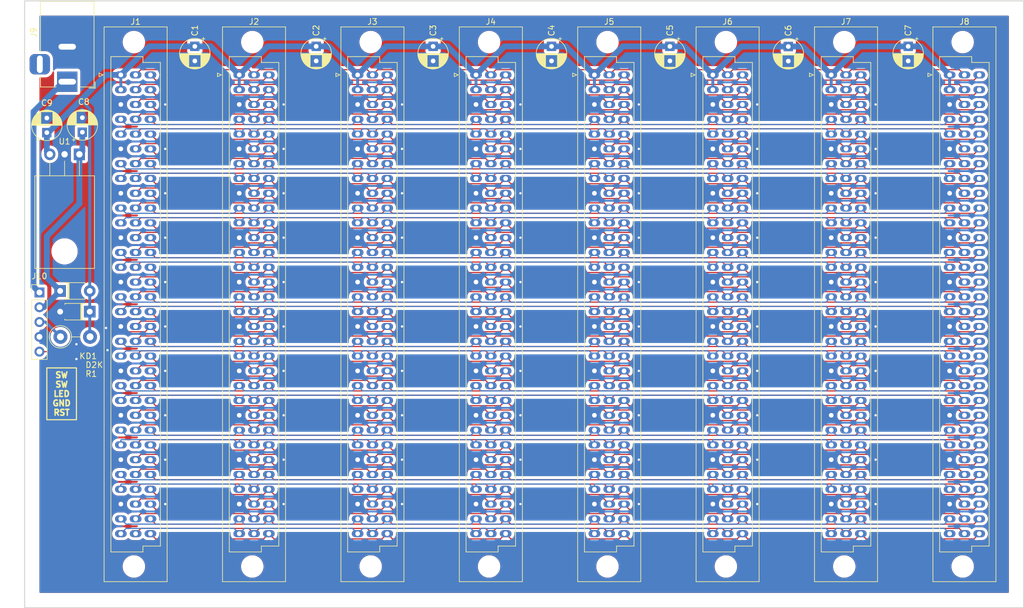
<source format=kicad_pcb>
(kicad_pcb (version 20211014) (generator pcbnew)
  (layers (0 "F.Cu" signal) (31 "B.Cu" signal) (34 "B.Paste" user) (35 "F.Paste" user) (36 "B.SilkS" user "B.Silkscreen") (37 "F.SilkS" user "F.Silkscreen") (38 "B.Mask" user) (39 "F.Mask" user) (44 "Edge.Cuts" user))
  (net 0 "")
  (net 1 "GND")
  (net 2 "/~WR_U")
  (net 3 "/~WR_L")
  (net 4 "/~VPA")
  (net 5 "/~VMA")
  (net 6 "/~UDS")
  (net 7 "/~RST")
  (net 8 "/~RD_U")
  (net 9 "/~RD_L")
  (net 10 "/~LDS")
  (net 11 "/~IPL2")
  (net 12 "/~IPL1")
  (net 13 "/~IPL0")
  (net 14 "/~HALT")
  (net 15 "/~DTACK")
  (net 16 "/~BR")
  (net 17 "/~BGACK")
  (net 18 "/~BG")
  (net 19 "/~BERR")
  (net 20 "/~AS")
  (net 21 "/~A23")
  (net 22 "/~A22")
  (net 23 "/~A21")
  (net 24 "/~A20")
  (net 25 "/TMP5")
  (net 26 "/TMP4")
  (net 27 "/TMP3")
  (net 28 "/TMP2")
  (net 29 "/TMP16")
  (net 30 "/TMP15")
  (net 31 "/TMP14")
  (net 32 "/TMP13")
  (net 33 "/TMP12")
  (net 34 "/TMP11")
  (net 35 "/TMP10")
  (net 36 "/TMP1")
  (net 37 "/TMP0")
  (net 38 "/R{slash}~W")
  (net 39 "/FC2")
  (net 40 "/FC1")
  (net 41 "/FC0")
  (net 42 "/E")
  (net 43 "/D9")
  (net 44 "/D8")
  (net 45 "/D7")
  (net 46 "/D6")
  (net 47 "/D5")
  (net 48 "/D4")
  (net 49 "/D3")
  (net 50 "/D2")
  (net 51 "/D15")
  (net 52 "/D14")
  (net 53 "/D13")
  (net 54 "/D12")
  (net 55 "/D11")
  (net 56 "/D10")
  (net 57 "/D1")
  (net 58 "/D0")
  (net 59 "/CLK")
  (net 60 "/A9")
  (net 61 "/A8")
  (net 62 "/A7")
  (net 63 "/A6")
  (net 64 "/A5")
  (net 65 "/A4")
  (net 66 "/A3")
  (net 67 "/A23")
  (net 68 "/A22")
  (net 69 "/A21")
  (net 70 "/A20")
  (net 71 "/A2")
  (net 72 "/A19")
  (net 73 "/A18")
  (net 74 "/A17")
  (net 75 "/A16")
  (net 76 "/A15")
  (net 77 "/A14")
  (net 78 "/A13")
  (net 79 "/A12")
  (net 80 "/A11")
  (net 81 "/A10")
  (net 82 "/A1")
  (net 83 "+5V")
  (net 84 "/TMP17")
  (net 85 "/TMP18")
  (net 86 "/TMP19")
  (net 88 "PWR_SWT_1")
  (net 89 "PWR_SWT_0")
  (net 90 "PWR_LED")
  (footprint "Capacitor_THT:CP_Radial_D5.0mm_P2.50mm" (layer "F.Cu") (at 114.554 23.049112 -90)
    (fp_text reference "C5")
    (fp_text value "C")
  )
  (footprint "Capacitor_THT:CP_Radial_D5.0mm_P2.50mm" (layer "F.Cu") (at 13.716 37.781113 90)
    (fp_text reference "C8")
    (fp_text value "0.33u")
  )
  (footprint "Footpp:DIN41612_C_3x32_Female_Vertical_THT" (layer "F.Cu") (at 142.24 27.94)
    (fp_text reference "J7")
    (fp_text value "3x32")
  )
  (footprint "Capacitor_THT:CP_Radial_D5.0mm_P2.50mm" (layer "F.Cu") (at 94.234 23.049112 -90)
    (fp_text reference "C4")
    (fp_text value "C")
  )
  (footprint "Capacitor_THT:CP_Radial_D5.0mm_P2.50mm" (layer "F.Cu") (at 53.848 23.049112 -90)
    (fp_text reference "C2")
    (fp_text value "C")
  )
  (footprint "Connector_BarrelJack:BarrelJack_Horizontal" (layer "F.Cu") (at 11.1175 29.114 -90)
    (fp_text reference "J9")
    (fp_text value "Barrel_Jack_Switch")
  )
  (footprint "Footpp:DIN41612_C_3x32_Female_Vertical_THT" (layer "F.Cu") (at 101.6 27.94)
    (fp_text reference "J5")
    (fp_text value "3x32")
  )
  (footprint "Capacitor_THT:CP_Radial_D5.0mm_P2.50mm" (layer "F.Cu") (at 134.874 23.074 -90)
    (fp_text reference "C6")
    (fp_text value "C")
  )
  (footprint "Package_TO_SOT_THT:TO-220-3_Horizontal_TabDown" (layer "F.Cu") (at 13.208 41.57 180)
    (fp_text reference "U1")
    (fp_text value "L7805")
  )
  (footprint "Footpp:DIN41612_C_3x32_Female_Vertical_THT" (layer "F.Cu") (at 81.28 27.94)
    (fp_text reference "J4")
    (fp_text value "3x32")
  )
  (footprint "Footpp:DIN41612_C_3x32_Female_Vertical_THT" (layer "F.Cu") (at 121.92 27.94)
    (fp_text reference "J6")
    (fp_text value "3x32")
  )
  (footprint "Capacitor_THT:CP_Radial_D5.0mm_P2.50mm" (layer "F.Cu") (at 33.02 23.049113 -90)
    (fp_text reference "C1")
    (fp_text value "C")
  )
  (footprint "Footpp:DIN41612_C_3x32_Female_Vertical_THT" (layer "F.Cu") (at 162.56 27.94)
    (fp_text reference "J8")
    (fp_text value "3x32")
  )
  (footprint "Resistor_THT:R_Axial_DIN0411_L9.9mm_D3.6mm_P5.08mm_Vertical" (layer "F.Cu") (at 9.952 72.898)
    (fp_text reference "R1")
    (fp_text value "220")
  )
  (footprint "Capacitor_THT:CP_Radial_D5.0mm_P2.50mm" (layer "F.Cu") (at 7.62 37.845999 90)
    (fp_text reference "C9")
    (fp_text value "0.1u")
  )
  (footprint "Diode_THT:D_T-1_P5.08mm_Horizontal" (layer "F.Cu") (at 9.906 65.024)
    (fp_text reference "D2")
    (fp_text value "1n4001")
  )
  (footprint "Footpp:DIN41612_C_3x32_Female_Vertical_THT" (layer "F.Cu") (at 20.32 27.94)
    (fp_text reference "J1")
    (fp_text value "3x32")
  )
  (footprint "Capacitor_THT:CP_Radial_D5.0mm_P2.50mm" (layer "F.Cu") (at 155.448 23.049112 -90)
    (fp_text reference "C7")
    (fp_text value "C")
  )
  (footprint "Footpp:DIN41612_C_3x32_Female_Vertical_THT" (layer "F.Cu") (at 60.96 27.94)
    (fp_text reference "J3")
    (fp_text value "3x32")
  )
  (footprint "Diode_THT:D_T-1_P5.08mm_Horizontal" (layer "F.Cu") (at 14.986 68.58 180)
    (fp_text reference "D1")
    (fp_text value "D_Zener")
  )
  (footprint "Capacitor_THT:CP_Radial_D5.0mm_P2.50mm" (layer "F.Cu") (at 73.914 23.049112 -90)
    (fp_text reference "C3")
    (fp_text value "C")
  )
  (footprint "Footpp:DIN41612_C_3x32_Female_Vertical_THT" (layer "F.Cu") (at 40.64 27.94)
    (fp_text reference "J2")
    (fp_text value "3x32")
  )
  (footprint "Connector_PinHeader_2.54mm:PinHeader_1x05_P2.54mm_Vertical" (layer "F.Cu") (at 6.35 65.278)
    (fp_text reference "J10")
    (fp_text value "Conn_01x05_Male")
  )
  (gr_rect (start 12.7 78.232) (end 7.62 87.122) (layer "F.SilkS") (width 0.2) (fill none))
  (gr_rect (start 3.81 15.24) (end 175.26 119.38) (layer "Edge.Cuts") (width 0.15) (fill none))
  (gr_text "SW\nSW\nLED\nGND\nRST" (at 10.16 82.677) (layer "F.SilkS") (effects (font (size 1 1) (thickness 0.25))))
  (segment (start 20.32 101.6) (end 21.082 101.6) (width 0.2) (layer "F.Cu") (net 1))
  (via (at 109.22 93.98) (size 0.8) (drill 0.4) (layers "F.Cu" "B.Cu") (net 1))
  (via (at 27.94 55.88) (size 0.8) (drill 0.4) (layers "F.Cu" "B.Cu") (net 1))
  (via (at 129.54 78.74) (size 0.8) (drill 0.4) (layers "F.Cu" "B.Cu") (net 1))
  (via (at 109.22 86.36) (size 0.8) (drill 0.4) (layers "F.Cu" "B.Cu") (net 1))
  (via (at 88.9 48.26) (size 0.8) (drill 0.4) (layers "F.Cu" "B.Cu") (net 1))
  (via (at 68.58 86.36) (size 0.8) (drill 0.4) (layers "F.Cu" "B.Cu") (net 1))
  (via (at 129.54 86.36) (size 0.8) (drill 0.4) (layers "F.Cu" "B.Cu") (net 1))
  (via (at 18.034 75.184) (size 0.8) (drill 0.4) (layers "F.Cu" "B.Cu") (net 1))
  (via (at 88.9 40.64) (size 0.8) (drill 0.4) (layers "F.Cu" "B.Cu") (net 1))
  (via (at 109.22 63.5) (size 0.8) (drill 0.4) (layers "F.Cu" "B.Cu") (net 1))
  (via (at 48.26 55.88) (size 0.8) (drill 0.4) (layers "F.Cu" "B.Cu") (net 1))
  (via (at 109.22 33.02) (size 0.8) (drill 0.4) (layers "F.Cu" "B.Cu") (net 1))
  (via (at 109.22 55.88) (size 0.8) (drill 0.4) (layers "F.Cu" "B.Cu") (net 1))
  (via (at 129.54 71.12) (size 0.8) (drill 0.4) (layers "F.Cu" "B.Cu") (net 1))
  (via (at 149.86 55.88) (size 0.8) (drill 0.4) (layers "F.Cu" "B.Cu") (net 1))
  (via (at 27.94 71.12) (size 0.8) (drill 0.4) (layers "F.Cu" "B.Cu") (net 1))
  (via (at 149.86 86.36) (size 0.8) (drill 0.4) (layers "F.Cu" "B.Cu") (net 1))
  (via (at 68.58 33.02) (size 0.8) (drill 0.4) (layers "F.Cu" "B.Cu") (net 1))
  (via (at 109.22 71.12) (size 0.8) (drill 0.4) (layers "F.Cu" "B.Cu") (net 1))
  (via (at 109.22 101.6) (size 0.8) (drill 0.4) (layers "F.Cu" "B.Cu") (net 1))
  (via (at 109.22 78.74) (size 0.8) (drill 0.4) (layers "F.Cu" "B.Cu") (net 1))
  (via (at 68.58 40.64) (size 0.8) (drill 0.4) (layers "F.Cu" "B.Cu") (net 1))
  (via (at 27.94 101.6) (size 0.8) (drill 0.4) (layers "F.Cu" "B.Cu") (net 1))
  (via (at 149.86 93.98) (size 0.8) (drill 0.4) (layers "F.Cu" "B.Cu") (net 1))
  (via (at 48.26 86.36) (size 0.8) (drill 0.4) (layers "F.Cu" "B.Cu") (net 1))
  (via (at 12.7 74.168) (size 0.8) (drill 0.4) (layers "F.Cu" "B.Cu") (net 1))
  (via (at 88.9 33.02) (size 0.8) (drill 0.4) (layers "F.Cu" "B.Cu") (net 1))
  (via (at 27.94 63.5) (size 0.8) (drill 0.4) (layers "F.Cu" "B.Cu") (net 1))
  (via (at 88.9 78.74) (size 0.8) (drill 0.4) (layers "F.Cu" "B.Cu") (net 1))
  (via (at 17.78 71.374) (size 0.8) (drill 0.4) (layers "F.Cu" "B.Cu") (net 1))
  (via (at 129.54 48.26) (size 0.8) (drill 0.4) (layers "F.Cu" "B.Cu") (net 1))
  (via (at 149.86 48.26) (size 0.8) (drill 0.4) (layers "F.Cu" "B.Cu") (net 1))
  (via (at 149.86 40.64) (size 0.8) (drill 0.4) (layers "F.Cu" "B.Cu") (net 1))
  (via (at 27.94 33.02) (size 0.8) (drill 0.4) (layers "F.Cu" "B.Cu") (net 1))
  (via (at 129.54 63.5) (size 0.8) (drill 0.4) (layers "F.Cu" "B.Cu") (net 1))
  (via (at 68.58 55.88) (size 0.8) (drill 0.4) (layers "F.Cu" "B.Cu") (net 1))
  (via (at 68.58 101.6) (size 0.8) (drill 0.4) (layers "F.Cu" "B.Cu") (net 1))
  (via (at 68.58 48.26) (size 0.8) (drill 0.4) (layers "F.Cu" "B.Cu") (net 1))
  (via (at 27.94 86.36) (size 0.8) (drill 0.4) (layers "F.Cu" "B.Cu") (net 1))
  (via (at 48.26 71.12) (size 0.8) (drill 0.4) (layers "F.Cu" "B.Cu") (net 1))
  (via (at 129.54 55.88) (size 0.8) (drill 0.4) (layers "F.Cu" "B.Cu") (net 1))
  (via (at 88.9 71.12) (size 0.8) (drill 0.4) (layers "F.Cu" "B.Cu") (net 1))
  (via (at 88.9 93.98) (size 0.8) (drill 0.4) (layers "F.Cu" "B.Cu") (net 1))
  (via (at 12.7 76.708) (size 0.8) (drill 0.4) (layers "F.Cu" "B.Cu") (net 1))
  (via (at 48.26 48.26) (size 0.8) (drill 0.4) (layers "F.Cu" "B.Cu") (net 1))
  (via (at 88.9 63.5) (size 0.8) (drill 0.4) (layers "F.Cu" "B.Cu") (net 1))
  (via (at 48.26 78.74) (size 0.8) (drill 0.4) (layers "F.Cu" "B.Cu") (net 1))
  (via (at 109.22 40.64) (size 0.8) (drill 0.4) (layers "F.Cu" "B.Cu") (net 1))
  (via (at 149.86 63.5) (size 0.8) (drill 0.4) (layers "F.Cu" "B.Cu") (net 1))
  (via (at 48.26 101.6) (size 0.8) (drill 0.4) (layers "F.Cu" "B.Cu") (net 1))
  (via (at 27.94 78.74) (size 0.8) (drill 0.4) (layers "F.Cu" "B.Cu") (net 1))
  (via (at 149.86 33.02) (size 0.8) (drill 0.4) (layers "F.Cu" "B.Cu") (net 1))
  (via (at 68.58 71.12) (size 0.8) (drill 0.4) (layers "F.Cu" "B.Cu") (net 1))
  (via (at 27.94 40.64) (size 0.8) (drill 0.4) (layers "F.Cu" "B.Cu") (net 1))
  (via (at 68.58 63.5) (size 0.8) (drill 0.4) (layers "F.Cu" "B.Cu") (net 1))
  (via (at 48.26 63.5) (size 0.8) (drill 0.4) (layers "F.Cu" "B.Cu") (net 1))
  (via (at 149.86 78.74) (size 0.8) (drill 0.4) (layers "F.Cu" "B.Cu") (net 1))
  (via (at 48.26 40.64) (size 0.8) (drill 0.4) (layers "F.Cu" "B.Cu") (net 1))
  (via (at 27.94 93.98) (size 0.8) (drill 0.4) (layers "F.Cu" "B.Cu") (net 1))
  (via (at 88.9 55.88) (size 0.8) (drill 0.4) (layers "F.Cu" "B.Cu") (net 1))
  (via (at 48.26 93.98) (size 0.8) (drill 0.4) (layers "F.Cu" "B.Cu") (net 1))
  (via (at 129.54 33.02) (size 0.8) (drill 0.4) (layers "F.Cu" "B.Cu") (net 1))
  (via (at 88.9 101.6) (size 0.8) (drill 0.4) (layers "F.Cu" "B.Cu") (net 1))
  (via (at 27.94 48.26) (size 0.8) (drill 0.4) (layers "F.Cu" "B.Cu") (net 1))
  (via (at 68.58 78.74) (size 0.8) (drill 0.4) (layers "F.Cu" "B.Cu") (net 1))
  (via (at 129.54 101.6) (size 0.8) (drill 0.4) (layers "F.Cu" "B.Cu") (net 1))
  (via (at 149.86 101.6) (size 0.8) (drill 0.4) (layers "F.Cu" "B.Cu") (net 1))
  (via (at 88.9 86.36) (size 0.8) (drill 0.4) (layers "F.Cu" "B.Cu") (net 1))
  (via (at 109.22 48.26) (size 0.8) (drill 0.4) (layers "F.Cu" "B.Cu") (net 1))
  (via (at 129.54 93.98) (size 0.8) (drill 0.4) (layers "F.Cu" "B.Cu") (net 1))
  (via (at 149.86 71.12) (size 0.8) (drill 0.4) (layers "F.Cu" "B.Cu") (net 1))
  (via (at 129.54 40.64) (size 0.8) (drill 0.4) (layers "F.Cu" "B.Cu") (net 1))
  (via (at 48.26 33.02) (size 0.8) (drill 0.4) (layers "F.Cu" "B.Cu") (net 1))
  (via (at 68.58 93.98) (size 0.8) (drill 0.4) (layers "F.Cu" "B.Cu") (net 1))
  (segment (start 127.89952 61.85952) (end 146.42048 61.85952) (width 0.2) (layer "F.Cu") (net 2))
  (segment (start 26.29952 61.85952) (end 44.82048 61.85952) (width 0.2) (layer "F.Cu") (net 2))
  (segment (start 85.46048 61.85952) (end 86.36 60.96) (width 0.2) (layer "F.Cu") (net 2))
  (segment (start 147.32 60.96) (end 148.21952 61.85952) (width 0.2) (layer "F.Cu") (net 2))
  (segment (start 148.21952 61.85952) (end 166.74048 61.85952) (width 0.2) (layer "F.Cu") (net 2))
  (segment (start 146.42048 61.85952) (end 147.32 60.96) (width 0.2) (layer "F.Cu") (net 2))
  (segment (start 46.61952 61.85952) (end 65.14048 61.85952) (width 0.2) (layer "F.Cu") (net 2))
  (segment (start 127 60.96) (end 127.89952 61.85952) (width 0.2) (layer "F.Cu") (net 2))
  (segment (start 65.14048 61.85952) (end 66.04 60.96) (width 0.2) (layer "F.Cu") (net 2))
  (segment (start 126.10048 61.85952) (end 127 60.96) (width 0.2) (layer "F.Cu") (net 2))
  (segment (start 107.57952 61.85952) (end 126.10048 61.85952) (width 0.2) (layer "F.Cu") (net 2))
  (segment (start 45.72 60.96) (end 46.61952 61.85952) (width 0.2) (layer "F.Cu") (net 2))
  (segment (start 86.36 60.96) (end 87.25952 61.85952) (width 0.2) (layer "F.Cu") (net 2))
  (segment (start 106.68 60.96) (end 107.57952 61.85952) (width 0.2) (layer "F.Cu") (net 2))
  (segment (start 66.04 60.96) (end 66.93952 61.85952) (width 0.2) (layer "F.Cu") (net 2))
  (segment (start 25.4 60.96) (end 26.29952 61.85952) (width 0.2) (layer "F.Cu") (net 2))
  (segment (start 44.82048 61.85952) (end 45.72 60.96) (width 0.2) (layer "F.Cu") (net 2))
  (segment (start 87.25952 61.85952) (end 105.78048 61.85952) (width 0.2) (layer "F.Cu") (net 2))
  (segment (start 105.78048 61.85952) (end 106.68 60.96) (width 0.2) (layer "F.Cu") (net 2))
  (segment (start 166.74048 61.85952) (end 167.64 60.96) (width 0.2) (layer "F.Cu") (net 2))
  (segment (start 66.93952 61.85952) (end 85.46048 61.85952) (width 0.2) (layer "F.Cu") (net 2))
  (segment (start 103.24048 54.98048) (end 84.71952 54.98048) (width 0.2) (layer "F.Cu") (net 3))
  (segment (start 164.20048 54.98048) (end 145.67952 54.98048) (width 0.2) (layer "F.Cu") (net 3))
  (segment (start 82.92048 54.98048) (end 64.39952 54.98048) (width 0.2) (layer "F.Cu") (net 3))
  (segment (start 125.35952 54.98048) (end 124.46 55.88) (width 0.2) (layer "F.Cu") (net 3))
  (segment (start 123.56048 54.98048) (end 105.03952 54.98048) (width 0.2) (layer "F.Cu") (net 3))
  (segment (start 84.71952 54.98048) (end 83.82 55.88) (width 0.2) (layer "F.Cu") (net 3))
  (segment (start 42.28048 54.98048) (end 23.75952 54.98048) (width 0.2) (layer "F.Cu") (net 3))
  (segment (start 105.03952 54.98048) (end 104.14 55.88) (width 0.2) (layer "F.Cu") (net 3))
  (segment (start 165.1 55.88) (end 164.20048 54.98048) (width 0.2) (layer "F.Cu") (net 3))
  (segment (start 44.07952 54.98048) (end 43.18 55.88) (width 0.2) (layer "F.Cu") (net 3))
  (segment (start 63.5 55.88) (end 62.60048 54.98048) (width 0.2) (layer "F.Cu") (net 3))
  (segment (start 145.67952 54.98048) (end 144.78 55.88) (width 0.2) (layer "F.Cu") (net 3))
  (segment (start 83.82 55.88) (end 82.92048 54.98048) (width 0.2) (layer "F.Cu") (net 3))
  (segment (start 124.46 55.88) (end 123.56048 54.98048) (width 0.2) (layer "F.Cu") (net 3))
  (segment (start 62.60048 54.98048) (end 44.07952 54.98048) (width 0.2) (layer "F.Cu") (net 3))
  (segment (start 143.88048 54.98048) (end 125.35952 54.98048) (width 0.2) (layer "F.Cu") (net 3))
  (segment (start 144.78 55.88) (end 143.88048 54.98048) (width 0.2) (layer "F.Cu") (net 3))
  (segment (start 43.18 55.88) (end 42.28048 54.98048) (width 0.2) (layer "F.Cu") (net 3))
  (segment (start 104.14 55.88) (end 103.24048 54.98048) (width 0.2) (layer "F.Cu") (net 3))
  (segment (start 23.75952 54.98048) (end 22.86 55.88) (width 0.2) (layer "F.Cu") (net 3))
  (segment (start 64.39952 54.98048) (end 63.5 55.88) (width 0.2) (layer "F.Cu") (net 3))
  (segment (start 147.32 78.74) (end 148.21952 79.63952) (width 0.2) (layer "F.Cu") (net 4))
  (segment (start 107.57952 79.63952) (end 126.10048 79.63952) (width 0.2) (layer "F.Cu") (net 4))
  (segment (start 25.4 78.74) (end 26.29952 79.63952) (width 0.2) (layer "F.Cu") (net 4))
  (segment (start 166.74048 79.63952) (end 167.64 78.74) (width 0.2) (layer "F.Cu") (net 4))
  (segment (start 66.04 78.74) (end 66.93952 79.63952) (width 0.2) (layer "F.Cu") (net 4))
  (segment (start 86.36 78.74) (end 87.25952 79.63952) (width 0.2) (layer "F.Cu") (net 4))
  (segment (start 87.25952 79.63952) (end 105.78048 79.63952) (width 0.2) (layer "F.Cu") (net 4))
  (segment (start 148.21952 79.63952) (end 166.74048 79.63952) (width 0.2) (layer "F.Cu") (net 4))
  (segment (start 85.46048 79.63952) (end 86.36 78.74) (width 0.2) (layer "F.Cu") (net 4))
  (segment (start 127 78.74) (end 127.89952 79.63952) (width 0.2) (layer "F.Cu") (net 4))
  (segment (start 146.42048 79.63952) (end 147.32 78.74) (width 0.2) (layer "F.Cu") (net 4))
  (segment (start 44.82048 79.63952) (end 45.72 78.74) (width 0.2) (layer "F.Cu") (net 4))
  (segment (start 127.89952 79.63952) (end 146.42048 79.63952) (width 0.2) (layer "F.Cu") (net 4))
  (segment (start 45.72 78.74) (end 46.61952 79.63952) (width 0.2) (layer "F.Cu") (net 4))
  (segment (start 65.14048 79.63952) (end 66.04 78.74) (width 0.2) (layer "F.Cu") (net 4))
  (segment (start 105.78048 79.63952) (end 106.68 78.74) (width 0.2) (layer "F.Cu") (net 4))
  (segment (start 106.68 78.74) (end 107.57952 79.63952) (width 0.2) (layer "F.Cu") (net 4))
  (segment (start 46.61952 79.63952) (end 65.14048 79.63952) (width 0.2) (layer "F.Cu") (net 4))
  (segment (start 126.10048 79.63952) (end 127 78.74) (width 0.2) (layer "F.Cu") (net 4))
  (segment (start 66.93952 79.63952) (end 85.46048 79.63952) (width 0.2) (layer "F.Cu") (net 4))
  (segment (start 26.29952 79.63952) (end 44.82048 79.63952) (width 0.2) (layer "F.Cu") (net 4))
  (segment (start 166.74048 74.55952) (end 167.64 73.66) (width 0.2) (layer "F.Cu") (net 5))
  (segment (start 127 73.66) (end 127.89952 74.55952) (width 0.2) (layer "F.Cu") (net 5))
  (segment (start 148.21952 74.55952) (end 166.74048 74.55952) (width 0.2) (layer "F.Cu") (net 5))
  (segment (start 44.82048 74.55952) (end 45.72 73.66) (width 0.2) (layer "F.Cu") (net 5))
  (segment (start 87.25952 74.55952) (end 105.78048 74.55952) (width 0.2) (layer "F.Cu") (net 5))
  (segment (start 46.61952 74.55952) (end 65.14048 74.55952) (width 0.2) (layer "F.Cu") (net 5))
  (segment (start 66.04 73.66) (end 66.93952 74.55952) (width 0.2) (layer "F.Cu") (net 5))
  (segment (start 146.42048 74.55952) (end 147.32 73.66) (width 0.2) (layer "F.Cu") (net 5))
  (segment (start 66.93952 74.55952) (end 85.46048 74.55952) (width 0.2) (layer "F.Cu") (net 5))
  (segment (start 107.57952 74.55952) (end 126.10048 74.55952) (width 0.2) (layer "F.Cu") (net 5))
  (segment (start 86.36 73.66) (end 87.25952 74.55952) (width 0.2) (layer "F.Cu") (net 5))
  (segment (start 127.89952 74.55952) (end 146.42048 74.55952) (width 0.2) (layer "F.Cu") (net 5))
  (segment (start 106.68 73.66) (end 107.57952 74.55952) (width 0.2) (layer "F.Cu") (net 5))
  (segment (start 26.29952 74.55952) (end 44.82048 74.55952) (width 0.2) (layer "F.Cu") (net 5))
  (segment (start 45.72 73.66) (end 46.61952 74.55952) (width 0.2) (layer "F.Cu") (net 5))
  (segment (start 25.4 73.66) (end 26.29952 74.55952) (width 0.2) (layer "F.Cu") (net 5))
  (segment (start 85.46048 74.55952) (end 86.36 73.66) (width 0.2) (layer "F.Cu") (net 5))
  (segment (start 105.78048 74.55952) (end 106.68 73.66) (width 0.2) (layer "F.Cu") (net 5))
  (segment (start 65.14048 74.55952) (end 66.04 73.66) (width 0.2) (layer "F.Cu") (net 5))
  (segment (start 147.32 73.66) (end 148.21952 74.55952) (width 0.2) (layer "F.Cu") (net 5))
  (segment (start 126.10048 74.55952) (end 127 73.66) (width 0.2) (layer "F.Cu") (net 5))
  (segment (start 66.93952 44.07952) (end 85.46048 44.07952) (width 0.2) (layer "F.Cu") (net 6))
  (segment (start 46.61952 44.07952) (end 65.14048 44.07952) (width 0.2) (layer "F.Cu") (net 6))
  (segment (start 105.78048 44.07952) (end 106.68 43.18) (width 0.2) (layer "F.Cu") (net 6))
  (segment (start 146.42048 44.07952) (end 147.32 43.18) (width 0.2) (layer "F.Cu") (net 6))
  (segment (start 86.36 43.18) (end 87.25952 44.07952) (width 0.2) (layer "F.Cu") (net 6))
  (segment (start 148.21952 44.07952) (end 166.74048 44.07952) (width 0.2) (layer "F.Cu") (net 6))
  (segment (start 65.14048 44.07952) (end 66.04 43.18) (width 0.2) (layer "F.Cu") (net 6))
  (segment (start 106.68 43.18) (end 107.57952 44.07952) (width 0.2) (layer "F.Cu") (net 6))
  (segment (start 26.29952 44.07952) (end 44.82048 44.07952) (width 0.2) (layer "F.Cu") (net 6))
  (segment (start 107.57952 44.07952) (end 126.10048 44.07952) (width 0.2) (layer "F.Cu") (net 6))
  (segment (start 127 43.18) (end 127.89952 44.07952) (width 0.2) (layer "F.Cu") (net 6))
  (segment (start 45.72 43.18) (end 46.61952 44.07952) (width 0.2) (layer "F.Cu") (net 6))
  (segment (start 66.04 43.18) (end 66.93952 44.07952) (width 0.2) (layer "F.Cu") (net 6))
  (segment (start 127.89952 44.07952) (end 146.42048 44.07952) (width 0.2) (layer "F.Cu") (net 6))
  (segment (start 25.4 43.18) (end 26.29952 44.07952) (width 0.2) (layer "F.Cu") (net 6))
  (segment (start 87.25952 44.07952) (end 105.78048 44.07952) (width 0.2) (layer "F.Cu") (net 6))
  (segment (start 147.32 43.18) (end 148.21952 44.07952) (width 0.2) (layer "F.Cu") (net 6))
  (segment (start 126.10048 44.07952) (end 127 43.18) (width 0.2) (layer "F.Cu") (net 6))
  (segment (start 44.82048 44.07952) (end 45.72 43.18) (width 0.2) (layer "F.Cu") (net 6))
  (segment (start 166.74048 44.07952) (end 167.64 43.18) (width 0.2) (layer "F.Cu") (net 6))
  (segment (start 85.46048 44.07952) (end 86.36 43.18) (width 0.2) (layer "F.Cu") (net 6))
  (segment (start 6.35 75.438) (end 15.494 75.438) (width 0.2) (layer "F.Cu") (net 7))
  (segment (start 148.21952 72.01952) (end 166.74048 72.01952) (width 0.2) (layer "F.Cu") (net 7))
  (segment (start 65.14048 72.01952) (end 66.04 71.12) (width 0.2) (layer "F.Cu") (net 7))
  (segment (start 127 71.12) (end 127.89952 72.01952) (width 0.2) (layer "F.Cu") (net 7))
  (segment (start 146.42048 72.01952) (end 147.32 71.12) (width 0.2) (layer "F.Cu") (net 7))
  (segment (start 24.50048 72.01952) (end 25.4 71.12) (width 0.2) (layer "F.Cu") (net 7))
  (segment (start 26.29952 72.01952) (end 44.82048 72.01952) (width 0.2) (layer "F.Cu") (net 7))
  (segment (start 127.89952 72.01952) (end 146.42048 72.01952) (width 0.2) (layer "F.Cu") (net 7))
  (segment (start 44.82048 72.01952) (end 45.72 71.12) (width 0.2) (layer "F.Cu") (net 7))
  (segment (start 87.25952 72.01952) (end 105.78048 72.01952) (width 0.2) (layer "F.Cu") (net 7))
  (segment (start 126.10048 72.01952) (end 127 71.12) (width 0.2) (layer "F.Cu") (net 7))
  (segment (start 147.32 71.12) (end 148.21952 72.01952) (width 0.2) (layer "F.Cu") (net 7))
  (segment (start 107.57952 72.01952) (end 126.10048 72.01952) (width 0.2) (layer "F.Cu") (net 7))
  (segment (start 166.74048 72.01952) (end 167.64 71.12) (width 0.2) (layer "F.Cu") (net 7))
  (segment (start 18.91248 72.01952) (end 24.50048 72.01952) (width 0.2) (layer "F.Cu") (net 7))
  (segment (start 106.68 71.12) (end 107.57952 72.01952) (width 0.2) (layer "F.Cu") (net 7))
  (segment (start 46.61952 72.01952) (end 65.14048 72.01952) (width 0.2) (layer "F.Cu") (net 7))
  (segment (start 85.46048 72.01952) (end 86.36 71.12) (width 0.2) (layer "F.Cu") (net 7))
  (segment (start 45.72 71.12) (end 46.61952 72.01952) (width 0.2) (layer "F.Cu") (net 7))
  (segment (start 66.93952 72.01952) (end 85.46048 72.01952) (width 0.2) (layer "F.Cu") (net 7))
  (segment (start 105.78048 72.01952) (end 106.68 71.12) (width 0.2) (layer "F.Cu") (net 7))
  (segment (start 15.494 75.438) (end 18.91248 72.01952) (width 0.2) (layer "F.Cu") (net 7))
  (segment (start 25.4 71.12) (end 26.29952 72.01952) (width 0.2) (layer "F.Cu") (net 7))
  (segment (start 66.04 71.12) (end 66.93952 72.01952) (width 0.2) (layer "F.Cu") (net 7))
  (segment (start 86.36 71.12) (end 87.25952 72.01952) (width 0.2) (layer "F.Cu") (net 7))
  (segment (start 44.82048 66.93952) (end 45.72 66.04) (width 0.2) (layer "F.Cu") (net 8))
  (segment (start 65.14048 66.93952) (end 66.04 66.04) (width 0.2) (layer "F.Cu") (net 8))
  (segment (start 85.46048 66.93952) (end 86.36 66.04) (width 0.2) (layer "F.Cu") (net 8))
  (segment (start 46.61952 66.93952) (end 65.14048 66.93952) (width 0.2) (layer "F.Cu") (net 8))
  (segment (start 105.78048 66.93952) (end 106.68 66.04) (width 0.2) (layer "F.Cu") (net 8))
  (segment (start 26.29952 66.93952) (end 44.82048 66.93952) (width 0.2) (layer "F.Cu") (net 8))
  (segment (start 66.93952 66.93952) (end 85.46048 66.93952) (width 0.2) (layer "F.Cu") (net 8))
  (segment (start 166.74048 66.93952) (end 167.64 66.04) (width 0.2) (layer "F.Cu") (net 8))
  (segment (start 127 66.04) (end 127.89952 66.93952) (width 0.2) (layer "F.Cu") (net 8))
  (segment (start 87.25952 66.93952) (end 105.78048 66.93952) (width 0.2) (layer "F.Cu") (net 8))
  (segment (start 147.32 66.04) (end 148.21952 66.93952) (width 0.2) (layer "F.Cu") (net 8))
  (segment (start 127.89952 66.93952) (end 146.42048 66.93952) (width 0.2) (layer "F.Cu") (net 8))
  (segment (start 66.04 66.04) (end 66.93952 66.93952) (width 0.2) (layer "F.Cu") (net 8))
  (segment (start 106.68 66.04) (end 107.57952 66.93952) (width 0.2) (layer "F.Cu") (net 8))
  (segment (start 146.42048 66.93952) (end 147.32 66.04) (width 0.2) (layer "F.Cu") (net 8))
  (segment (start 45.72 66.04) (end 46.61952 66.93952) (width 0.2) (layer "F.Cu") (net 8))
  (segment (start 126.10048 66.93952) (end 127 66.04) (width 0.2) (layer "F.Cu") (net 8))
  (segment (start 25.4 66.04) (end 26.29952 66.93952) (width 0.2) (layer "F.Cu") (net 8))
  (segment (start 86.36 66.04) (end 87.25952 66.93952) (width 0.2) (layer "F.Cu") (net 8))
  (segment (start 107.57952 66.93952) (end 126.10048 66.93952) (width 0.2) (layer "F.Cu") (net 8))
  (segment (start 148.21952 66.93952) (end 166.74048 66.93952) (width 0.2) (layer "F.Cu") (net 8))
  (segment (start 105.03952 65.14048) (end 104.14 66.04) (width 0.2) (layer "F.Cu") (net 9))
  (segment (start 165.1 66.04) (end 164.20048 65.14048) (width 0.2) (layer "F.Cu") (net 9))
  (segment (start 124.46 66.04) (end 123.56048 65.14048) (width 0.2) (layer "F.Cu") (net 9))
  (segment (start 43.18 66.04) (end 42.28048 65.14048) (width 0.2) (layer "F.Cu") (net 9))
  (segment (start 64.39952 65.14048) (end 63.5 66.04) (width 0.2) (layer "F.Cu") (net 9))
  (segment (start 104.14 66.04) (end 103.24048 65.14048) (width 0.2) (layer "F.Cu") (net 9))
  (segment (start 164.20048 65.14048) (end 145.67952 65.14048) (width 0.2) (layer "F.Cu") (net 9))
  (segment (start 103.24048 65.14048) (end 84.71952 65.14048) (width 0.2) (layer "F.Cu") (net 9))
  (segment (start 84.71952 65.14048) (end 83.82 66.04) (width 0.2) (layer "F.Cu") (net 9))
  (segment (start 63.5 66.04) (end 62.60048 65.14048) (width 0.2) (layer "F.Cu") (net 9))
  (segment (start 44.07952 65.14048) (end 43.18 66.04) (width 0.2) (layer "F.Cu") (net 9))
  (segment (start 123.56048 65.14048) (end 105.03952 65.14048) (width 0.2) (layer "F.Cu") (net 9))
  (segment (start 62.60048 65.14048) (end 44.07952 65.14048) (width 0.2) (layer "F.Cu") (net 9))
  (segment (start 143.88048 65.14048) (end 125.35952 65.14048) (width 0.2) (layer "F.Cu") (net 9))
  (segment (start 82.92048 65.14048) (end 64.39952 65.14048) (width 0.2) (layer "F.Cu") (net 9))
  (segment (start 42.28048 65.14048) (end 23.75952 65.14048) (width 0.2) (layer "F.Cu") (net 9))
  (segment (start 83.82 66.04) (end 82.92048 65.14048) (width 0.2) (layer "F.Cu") (net 9))
  (segment (start 145.67952 65.14048) (end 144.78 66.04) (width 0.2) (layer "F.Cu") (net 9))
  (segment (start 23.75952 65.14048) (end 22.86 66.04) (width 0.2) (layer "F.Cu") (net 9))
  (segment (start 125.35952 65.14048) (end 124.46 66.04) (width 0.2) (layer "F.Cu") (net 9))
  (segment (start 144.78 66.04) (end 143.88048 65.14048) (width 0.2) (layer "F.Cu") (net 9))
  (segment (start 106.68 45.72) (end 107.57952 46.61952) (width 0.2) (layer "F.Cu") (net 10))
  (segment (start 25.4 45.72) (end 26.29952 46.61952) (width 0.2) (layer "F.Cu") (net 10))
  (segment (start 126.10048 46.61952) (end 127 45.72) (width 0.2) (layer "F.Cu") (net 10))
  (segment (start 46.61952 46.61952) (end 65.14048 46.61952) (width 0.2) (layer "F.Cu") (net 10))
  (segment (start 127.89952 46.61952) (end 146.42048 46.61952) (width 0.2) (layer "F.Cu") (net 10))
  (segment (start 45.72 45.72) (end 46.61952 46.61952) (width 0.2) (layer "F.Cu") (net 10))
  (segment (start 66.04 45.72) (end 66.93952 46.61952) (width 0.2) (layer "F.Cu") (net 10))
  (segment (start 44.82048 46.61952) (end 45.72 45.72) (width 0.2) (layer "F.Cu") (net 10))
  (segment (start 65.14048 46.61952) (end 66.04 45.72) (width 0.2) (layer "F.Cu") (net 10))
  (segment (start 127 45.72) (end 127.89952 46.61952) (width 0.2) (layer "F.Cu") (net 10))
  (segment (start 166.74048 46.61952) (end 167.64 45.72) (width 0.2) (layer "F.Cu") (net 10))
  (segment (start 107.57952 46.61952) (end 126.10048 46.61952) (width 0.2) (layer "F.Cu") (net 10))
  (segment (start 87.25952 46.61952) (end 105.78048 46.61952) (width 0.2) (layer "F.Cu") (net 10))
  (segment (start 147.32 45.72) (end 148.21952 46.61952) (width 0.2) (layer "F.Cu") (net 10))
  (segment (start 146.42048 46.61952) (end 147.32 45.72) (width 0.2) (layer "F.Cu") (net 10))
  (segment (start 105.78048 46.61952) (end 106.68 45.72) (width 0.2) (layer "F.Cu") (net 10))
  (segment (start 66.93952 46.61952) (end 85.46048 46.61952) (width 0.2) (layer "F.Cu") (net 10))
  (segment (start 26.29952 46.61952) (end 44.82048 46.61952) (width 0.2) (layer "F.Cu") (net 10))
  (segment (start 86.36 45.72) (end 87.25952 46.61952) (width 0.2) (layer "F.Cu") (net 10))
  (segment (start 148.21952 46.61952) (end 166.74048 46.61952) (width 0.2) (layer "F.Cu") (net 10))
  (segment (start 85.46048 46.61952) (end 86.36 45.72) (width 0.2) (layer "F.Cu") (net 10))
  (segment (start 126.10048 84.71952) (end 127 83.82) (width 0.2) (layer "F.Cu") (net 11))
  (segment (start 26.29952 84.71952) (end 44.82048 84.71952) (width 0.2) (layer "F.Cu") (net 11))
  (segment (start 25.4 83.82) (end 26.29952 84.71952) (width 0.2) (layer "F.Cu") (net 11))
  (segment (start 166.74048 84.71952) (end 167.64 83.82) (width 0.2) (layer "F.Cu") (net 11))
  (segment (start 44.82048 84.71952) (end 45.72 83.82) (width 0.2) (layer "F.Cu") (net 11))
  (segment (start 66.04 83.82) (end 66.93952 84.71952) (width 0.2) (layer "F.Cu") (net 11))
  (segment (start 105.78048 84.71952) (end 106.68 83.82) (width 0.2) (layer "F.Cu") (net 11))
  (segment (start 86.36 83.82) (end 87.25952 84.71952) (width 0.2) (layer "F.Cu") (net 11))
  (segment (start 45.72 83.82) (end 46.61952 84.71952) (width 0.2) (layer "F.Cu") (net 11))
  (segment (start 127 83.82) (end 127.89952 84.71952) (width 0.2) (layer "F.Cu") (net 11))
  (segment (start 147.32 83.82) (end 148.21952 84.71952) (width 0.2) (layer "F.Cu") (net 11))
  (segment (start 65.14048 84.71952) (end 66.04 83.82) (width 0.2) (layer "F.Cu") (net 11))
  (segment (start 148.21952 84.71952) (end 166.74048 84.71952) (width 0.2) (layer "F.Cu") (net 11))
  (segment (start 87.25952 84.71952) (end 105.78048 84.71952) (width 0.2) (layer "F.Cu") (net 11))
  (segment (start 66.93952 84.71952) (end 85.46048 84.71952) (width 0.2) (layer "F.Cu") (net 11))
  (segment (start 85.46048 84.71952) (end 86.36 83.82) (width 0.2) (layer "F.Cu") (net 11))
  (segment (start 106.68 83.82) (end 107.57952 84.71952) (width 0.2) (layer "F.Cu") (net 11))
  (segment (start 146.42048 84.71952) (end 147.32 83.82) (width 0.2) (layer "F.Cu") (net 11))
  (segment (start 127.89952 84.71952) (end 146.42048 84.71952) (width 0.2) (layer "F.Cu") (net 11))
  (segment (start 46.61952 84.71952) (end 65.14048 84.71952) (width 0.2) (layer "F.Cu") (net 11))
  (segment (start 107.57952 84.71952) (end 126.10048 84.71952) (width 0.2) (layer "F.Cu") (net 11))
  (segment (start 166.74048 87.25952) (end 167.64 86.36) (width 0.2) (layer "F.Cu") (net 12))
  (segment (start 105.78048 87.25952) (end 106.68 86.36) (width 0.2) (layer "F.Cu") (net 12))
  (segment (start 44.82048 87.25952) (end 45.72 86.36) (width 0.2) (layer "F.Cu") (net 12))
  (segment (start 147.32 86.36) (end 148.21952 87.25952) (width 0.2) (layer "F.Cu") (net 12))
  (segment (start 146.42048 87.25952) (end 147.32 86.36) (width 0.2) (layer "F.Cu") (net 12))
  (segment (start 127.89952 87.25952) (end 146.42048 87.25952) (width 0.2) (layer "F.Cu") (net 12))
  (segment (start 126.10048 87.25952) (end 127 86.36) (width 0.2) (layer "F.Cu") (net 12))
  (segment (start 86.36 86.36) (end 87.25952 87.25952) (width 0.2) (layer "F.Cu") (net 12))
  (segment (start 87.25952 87.25952) (end 105.78048 87.25952) (width 0.2) (layer "F.Cu") (net 12))
  (segment (start 106.68 86.36) (end 107.57952 87.25952) (width 0.2) (layer "F.Cu") (net 12))
  (segment (start 107.57952 87.25952) (end 126.10048 87.25952) (width 0.2) (layer "F.Cu") (net 12))
  (segment (start 46.61952 87.25952) (end 65.14048 87.25952) (width 0.2) (layer "F.Cu") (net 12))
  (segment (start 45.72 86.36) (end 46.61952 87.25952) (width 0.2) (layer "F.Cu") (net 12))
  (segment (start 25.4 86.36) (end 26.29952 87.25952) (width 0.2) (layer "F.Cu") (net 12))
  (segment (start 85.46048 87.25952) (end 86.36 86.36) (width 0.2) (layer "F.Cu") (net 12))
  (segment (start 65.14048 87.25952) (end 66.04 86.36) (width 0.2) (layer "F.Cu") (net 12))
  (segment (start 66.04 86.36) (end 66.93952 87.25952) (width 0.2) (layer "F.Cu") (net 12))
  (segment (start 66.93952 87.25952) (end 85.46048 87.25952) (width 0.2) (layer "F.Cu") (net 12))
  (segment (start 26.29952 87.25952) (end 44.82048 87.25952) (width 0.2) (layer "F.Cu") (net 12))
  (segment (start 148.21952 87.25952) (end 166.74048 87.25952) (width 0.2) (layer "F.Cu") (net 12))
  (segment (start 127 86.36) (end 127.89952 87.25952) (width 0.2) (layer "F.Cu") (net 12))
  (segment (start 107.57952 89.79952) (end 126.10048 89.79952) (width 0.2) (layer "F.Cu") (net 13))
  (segment (start 148.21952 89.79952) (end 166.74048 89.79952) (width 0.2) (layer "F.Cu") (net 13))
  (segment (start 166.74048 89.79952) (end 167.64 88.9) (width 0.2) (layer "F.Cu") (net 13))
  (segment (start 66.93952 89.79952) (end 85.46048 89.79952) (width 0.2) (layer "F.Cu") (net 13))
  (segment (start 66.04 88.9) (end 66.93952 89.79952) (width 0.2) (layer "F.Cu") (net 13))
  (segment (start 25.4 88.9) (end 26.29952 89.79952) (width 0.2) (layer "F.Cu") (net 13))
  (segment (start 127 88.9) (end 127.89952 89.79952) (width 0.2) (layer "F.Cu") (net 13))
  (segment (start 44.82048 89.79952) (end 45.72 88.9) (width 0.2) (layer "F.Cu") (net 13))
  (segment (start 106.68 88.9) (end 107.57952 89.79952) (width 0.2) (layer "F.Cu") (net 13))
  (segment (start 26.29952 89.79952) (end 44.82048 89.79952) (width 0.2) (layer "F.Cu") (net 13))
  (segment (start 86.36 88.9) (end 87.25952 89.79952) (width 0.2) (layer "F.Cu") (net 13))
  (segment (start 126.10048 89.79952) (end 127 88.9) (width 0.2) (layer "F.Cu") (net 13))
  (segment (start 65.14048 89.79952) (end 66.04 88.9) (width 0.2) (layer "F.Cu") (net 13))
  (segment (start 87.25952 89.79952) (end 105.78048 89.79952) (width 0.2) (layer "F.Cu") (net 13))
  (segment (start 127.89952 89.79952) (end 146.42048 89.79952) (width 0.2) (layer "F.Cu") (net 13))
  (segment (start 45.72 88.9) (end 46.61952 89.79952) (width 0.2) (layer "F.Cu") (net 13))
  (segment (start 147.32 88.9) (end 148.21952 89.79952) (width 0.2) (layer "F.Cu") (net 13))
  (segment (start 146.42048 89.79952) (end 147.32 88.9) (width 0.2) (layer "F.Cu") (net 13))
  (segment (start 85.46048 89.79952) (end 86.36 88.9) (width 0.2) (layer "F.Cu") (net 13))
  (segment (start 105.78048 89.79952) (end 106.68 88.9) (width 0.2) (layer "F.Cu") (net 13))
  (segment (start 46.61952 89.79952) (end 65.14048 89.79952) (width 0.2) (layer "F.Cu") (net 13))
  (segment (start 66.04 68.58) (end 66.93952 69.47952) (width 0.2) (layer "F.Cu") (net 14))
  (segment (start 148.21952 69.47952) (end 166.74048 69.47952) (width 0.2) (layer "F.Cu") (net 14))
  (segment (start 127.89952 69.47952) (end 146.42048 69.47952) (width 0.2) (layer "F.Cu") (net 14))
  (segment (start 85.46048 69.47952) (end 86.36 68.58) (width 0.2) (layer "F.Cu") (net 14))
  (segment (start 46.61952 69.47952) (end 65.14048 69.47952) (width 0.2) (layer "F.Cu") (net 14))
  (segment (start 105.78048 69.47952) (end 106.68 68.58) (width 0.2) (layer "F.Cu") (net 14))
  (segment (start 25.4 68.58) (end 26.29952 69.47952) (width 0.2) (layer "F.Cu") (net 14))
  (segment (start 146.42048 69.47952) (end 147.32 68.58) (width 0.2) (layer "F.Cu") (net 14))
  (segment (start 45.72 68.58) (end 46.61952 69.47952) (width 0.2) (layer "F.Cu") (net 14))
  (segment (start 107.57952 69.47952) (end 126.10048 69.47952) (width 0.2) (layer "F.Cu") (net 14))
  (segment (start 86.36 68.58) (end 87.25952 69.47952) (width 0.2) (layer "F.Cu") (net 14))
  (segment (start 65.14048 69.47952) (end 66.04 68.58) (width 0.2) (layer "F.Cu") (net 14))
  (segment (start 147.32 68.58) (end 148.21952 69.47952) (width 0.2) (layer "F.Cu") (net 14))
  (segment (start 44.82048 69.47952) (end 45.72 68.58) (width 0.2) (layer "F.Cu") (net 14))
  (segment (start 166.74048 69.47952) (end 167.64 68.58) (width 0.2) (layer "F.Cu") (net 14))
  (segment (start 127 68.58) (end 127.89952 69.47952) (width 0.2) (layer "F.Cu") (net 14))
  (segment (start 106.68 68.58) (end 107.57952 69.47952) (width 0.2) (layer "F.Cu") (net 14))
  (segment (start 66.93952 69.47952) (end 85.46048 69.47952) (width 0.2) (layer "F.Cu") (net 14))
  (segment (start 26.29952 69.47952) (end 44.82048 69.47952) (width 0.2) (layer "F.Cu") (net 14))
  (segment (start 126.10048 69.47952) (end 127 68.58) (width 0.2) (layer "F.Cu") (net 14))
  (segment (start 87.25952 69.47952) (end 105.78048 69.47952) (width 0.2) (layer "F.Cu") (net 14))
  (segment (start 107.57952 51.69952) (end 126.10048 51.69952) (width 0.2) (layer "F.Cu") (net 15))
  (segment (start 65.14048 51.69952) (end 66.04 50.8) (width 0.2) (layer "F.Cu") (net 15))
  (segment (start 25.4 50.8) (end 26.29952 51.69952) (width 0.2) (layer "F.Cu") (net 15))
  (segment (start 147.32 50.8) (end 148.21952 51.69952) (width 0.2) (layer "F.Cu") (net 15))
  (segment (start 127.89952 51.69952) (end 146.42048 51.69952) (width 0.2) (layer "F.Cu") (net 15))
  (segment (start 106.68 50.8) (end 107.57952 51.69952) (width 0.2) (layer "F.Cu") (net 15))
  (segment (start 166.74048 51.69952) (end 167.64 50.8) (width 0.2) (layer "F.Cu") (net 15))
  (segment (start 66.93952 51.69952) (end 85.46048 51.69952) (width 0.2) (layer "F.Cu") (net 15))
  (segment (start 126.10048 51.69952) (end 127 50.8) (width 0.2) (layer "F.Cu") (net 15))
  (segment (start 87.25952 51.69952) (end 105.78048 51.69952) (width 0.2) (layer "F.Cu") (net 15))
  (segment (start 105.78048 51.69952) (end 106.68 50.8) (width 0.2) (layer "F.Cu") (net 15))
  (segment (start 148.21952 51.69952) (end 166.74048 51.69952) (width 0.2) (layer "F.Cu") (net 15))
  (segment (start 45.72 50.8) (end 46.61952 51.69952) (width 0.2) (layer "F.Cu") (net 15))
  (segment (start 127 50.8) (end 127.89952 51.69952) (width 0.2) (layer "F.Cu") (net 15))
  (segment (start 86.36 50.8) (end 87.25952 51.69952) (width 0.2) (layer "F.Cu") (net 15))
  (segment (start 46.61952 51.69952) (end 65.14048 51.69952) (width 0.2) (layer "F.Cu") (net 15))
  (segment (start 26.29952 51.69952) (end 44.82048 51.69952) (width 0.2) (layer "F.Cu") (net 15))
  (segment (start 146.42048 51.69952) (end 147.32 50.8) (width 0.2) (layer "F.Cu") (net 15))
  (segment (start 85.46048 51.69952) (end 86.36 50.8) (width 0.2) (layer "F.Cu") (net 15))
  (segment (start 44.82048 51.69952) (end 45.72 50.8) (width 0.2) (layer "F.Cu") (net 15))
  (segment (start 66.04 50.8) (end 66.93952 51.69952) (width 0.2) (layer "F.Cu") (net 15))
  (segment (start 65.14048 59.31952) (end 66.04 58.42) (width 0.2) (layer "F.Cu") (net 16))
  (segment (start 46.61952 59.31952) (end 65.14048 59.31952) (width 0.2) (layer "F.Cu") (net 16))
  (segment (start 147.32 58.42) (end 148.21952 59.31952) (width 0.2) (layer "F.Cu") (net 16))
  (segment (start 44.82048 59.31952) (end 45.72 58.42) (width 0.2) (layer "F.Cu") (net 16))
  (segment (start 107.57952 59.31952) (end 126.10048 59.31952) (width 0.2) (layer "F.Cu") (net 16))
  (segment (start 146.42048 59.31952) (end 147.32 58.42) (width 0.2) (layer "F.Cu") (net 16))
  (segment (start 86.36 58.42) (end 87.25952 59.31952) (width 0.2) (layer "F.Cu") (net 16))
  (segment (start 166.74048 59.31952) (end 167.64 58.42) (width 0.2) (layer "F.Cu") (net 16))
  (segment (start 66.04 58.42) (end 66.93952 59.31952) (width 0.2) (layer "F.Cu") (net 16))
  (segment (start 66.93952 59.31952) (end 85.46048 59.31952) (width 0.2) (layer "F.Cu") (net 16))
  (segment (start 148.21952 59.31952) (end 166.74048 59.31952) (width 0.2) (layer "F.Cu") (net 16))
  (segment (start 126.10048 59.31952) (end 127 58.42) (width 0.2) (layer "F.Cu") (net 16))
  (segment (start 87.25952 59.31952) (end 105.78048 59.31952) (width 0.2) (layer "F.Cu") (net 16))
  (segment (start 127.89952 59.31952) (end 146.42048 59.31952) (width 0.2) (layer "F.Cu") (net 16))
  (segment (start 106.68 58.42) (end 107.57952 59.31952) (width 0.2) (layer "F.Cu") (net 16))
  (segment (start 45.72 58.42) (end 46.61952 59.31952) (width 0.2) (layer "F.Cu") (net 16))
  (segment (start 25.4 58.42) (end 26.29952 59.31952) (width 0.2) (layer "F.Cu") (net 16))
  (segment (start 85.46048 59.31952) (end 86.36 58.42) (width 0.2) (layer "F.Cu") (net 16))
  (segment (start 105.78048 59.31952) (end 106.68 58.42) (width 0.2) (layer "F.Cu") (net 16))
  (segment (start 26.29952 59.31952) (end 44.82048 59.31952) (width 0.2) (layer "F.Cu") (net 16))
  (segment (start 127 58.42) (end 127.89952 59.31952) (width 0.2) (layer "F.Cu") (net 16))
  (segment (start 106.68 55.88) (end 107.57952 56.77952) (width 0.2) (layer "F.Cu") (net 17))
  (segment (start 65.14048 56.77952) (end 66.04 55.88) (width 0.2) (layer "F.Cu") (net 17))
  (segment (start 44.82048 56.77952) (end 45.72 55.88) (width 0.2) (layer "F.Cu") (net 17))
  (segment (start 126.10048 56.77952) (end 127 55.88) (width 0.2) (layer "F.Cu") (net 17))
  (segment (start 26.29952 56.77952) (end 44.82048 56.77952) (width 0.2) (layer "F.Cu") (net 17))
  (segment (start 66.93952 56.77952) (end 85.46048 56.77952) (width 0.2) (layer "F.Cu") (net 17))
  (segment (start 147.32 55.88) (end 148.21952 56.77952) (width 0.2) (layer "F.Cu") (net 17))
  (segment (start 105.78048 56.77952) (end 106.68 55.88) (width 0.2) (layer "F.Cu") (net 17))
  (segment (start 107.57952 56.77952) (end 126.10048 56.77952) (width 0.2) (layer "F.Cu") (net 17))
  (segment (start 127 55.88) (end 127.89952 56.77952) (width 0.2) (layer "F.Cu") (net 17))
  (segment (start 85.46048 56.77952) (end 86.36 55.88) (width 0.2) (layer "F.Cu") (net 17))
  (segment (start 148.21952 56.77952) (end 166.74048 56.77952) (width 0.2) (layer "F.Cu") (net 17))
  (segment (start 146.42048 56.77952) (end 147.32 55.88) (width 0.2) (layer "F.Cu") (net 17))
  (segment (start 25.4 55.88) (end 26.29952 56.77952) (width 0.2) (layer "F.Cu") (net 17))
  (segment (start 86.36 55.88) (end 87.25952 56.77952) (width 0.2) (layer "F.Cu") (net 17))
  (segment (start 46.61952 56.77952) (end 65.14048 56.77952) (width 0.2) (layer "F.Cu") (net 17))
  (segment (start 45.72 55.88) (end 46.61952 56.77952) (width 0.2) (layer "F.Cu") (net 17))
  (segment (start 166.74048 56.77952) (end 167.64 55.88) (width 0.2) (layer "F.Cu") (net 17))
  (segment (start 127.89952 56.77952) (end 146.42048 56.77952) (width 0.2) (layer "F.Cu") (net 17))
  (segment (start 66.04 55.88) (end 66.93952 56.77952) (width 0.2) (layer "F.Cu") (net 17))
  (segment (start 87.25952 56.77952) (end 105.78048 56.77952) (width 0.2) (layer "F.Cu") (net 17))
  (segment (start 65.14048 54.23952) (end 66.04 53.34) (width 0.2) (layer "F.Cu") (net 18))
  (segment (start 166.74048 54.23952) (end 167.64 53.34) (width 0.2) (layer "F.Cu") (net 18))
  (segment (start 86.36 53.34) (end 87.25952 54.23952) (width 0.2) (layer "F.Cu") (net 18))
  (segment (start 127.89952 54.23952) (end 146.42048 54.23952) (width 0.2) (layer "F.Cu") (net 18))
  (segment (start 85.46048 54.23952) (end 86.36 53.34) (width 0.2) (layer "F.Cu") (net 18))
  (segment (start 45.72 53.34) (end 46.61952 54.23952) (width 0.2) (layer "F.Cu") (net 18))
  (segment (start 26.29952 54.23952) (end 44.82048 54.23952) (width 0.2) (layer "F.Cu") (net 18))
  (segment (start 127 53.34) (end 127.89952 54.23952) (width 0.2) (layer "F.Cu") (net 18))
  (segment (start 66.04 53.34) (end 66.93952 54.23952) (width 0.2) (layer "F.Cu") (net 18))
  (segment (start 148.21952 54.23952) (end 166.74048 54.23952) (width 0.2) (layer "F.Cu") (net 18))
  (segment (start 66.93952 54.23952) (end 85.46048 54.23952) (width 0.2) (layer "F.Cu") (net 18))
  (segment (start 126.10048 54.23952) (end 127 53.34) (width 0.2) (layer "F.Cu") (net 18))
  (segment (start 44.82048 54.23952) (end 45.72 53.34) (width 0.2) (layer "F.Cu") (net 18))
  (segment (start 146.42048 54.23952) (end 147.32 53.34) (width 0.2) (layer "F.Cu") (net 18))
  (segment (start 107.57952 54.23952) (end 126.10048 54.23952) (width 0.2) (layer "F.Cu") (net 18))
  (segment (start 87.25952 54.23952) (end 105.78048 54.23952) (width 0.2) (layer "F.Cu") (net 18))
  (segment (start 25.4 53.34) (end 26.29952 54.23952) (width 0.2) (layer "F.Cu") (net 18))
  (segment (start 46.61952 54.23952) (end 65.14048 54.23952) (width 0.2) (layer "F.Cu") (net 18))
  (segment (start 106.68 53.34) (end 107.57952 54.23952) (width 0.2) (layer "F.Cu") (net 18))
  (segment (start 105.78048 54.23952) (end 106.68 53.34) (width 0.2) (layer "F.Cu") (net 18))
  (segment (start 147.32 53.34) (end 148.21952 54.23952) (width 0.2) (layer "F.Cu") (net 18))
  (segment (start 127 81.28) (end 127.89952 82.17952) (width 0.2) (layer "F.Cu") (net 19))
  (segment (start 105.78048 82.17952) (end 106.68 81.28) (width 0.2) (layer "F.Cu") (net 19))
  (segment (start 148.21952 82.17952) (end 166.74048 82.17952) (width 0.2) (layer "F.Cu") (net 19))
  (segment (start 107.57952 82.17952) (end 126.10048 82.17952) (width 0.2) (layer "F.Cu") (net 19))
  (segment (start 106.68 81.28) (end 107.57952 82.17952) (width 0.2) (layer "F.Cu") (net 19))
  (segment (start 127.89952 82.17952) (end 146.42048 82.17952) (width 0.2) (layer "F.Cu") (net 19))
  (segment (start 86.36 81.28) (end 87.25952 82.17952) (width 0.2) (layer "F.Cu") (net 19))
  (segment (start 85.46048 82.17952) (end 86.36 81.28) (width 0.2) (layer "F.Cu") (net 19))
  (segment (start 147.32 81.28) (end 148.21952 82.17952) (width 0.2) (layer "F.Cu") (net 19))
  (segment (start 66.04 81.28) (end 66.93952 82.17952) (width 0.2) (layer "F.Cu") (net 19))
  (segment (start 25.4 81.28) (end 26.29952 82.17952) (width 0.2) (layer "F.Cu") (net 19))
  (segment (start 166.74048 82.17952) (end 167.64 81.28) (width 0.2) (layer "F.Cu") (net 19))
  (segment (start 65.14048 82.17952) (end 66.04 81.28) (width 0.2) (layer "F.Cu") (net 19))
  (segment (start 46.61952 82.17952) (end 65.14048 82.17952) (width 0.2) (layer "F.Cu") (net 19))
  (segment (start 26.29952 82.17952) (end 44.82048 82.17952) (width 0.2) (layer "F.Cu") (net 19))
  (segment (start 44.82048 82.17952) (end 45.72 81.28) (width 0.2) (layer "F.Cu") (net 19))
  (segment (start 45.72 81.28) (end 46.61952 82.17952) (width 0.2) (layer "F.Cu") (net 19))
  (segment (start 87.25952 82.17952) (end 105.78048 82.17952) (width 0.2) (layer "F.Cu") (net 19))
  (segment (start 66.93952 82.17952) (end 85.46048 82.17952) (width 0.2) (layer "F.Cu") (net 19))
  (segment (start 146.42048 82.17952) (end 147.32 81.28) (width 0.2) (layer "F.Cu") (net 19))
  (segment (start 126.10048 82.17952) (end 127 81.28) (width 0.2) (layer "F.Cu") (net 19))
  (segment (start 46.61952 41.53952) (end 65.14048 41.53952) (width 0.2) (layer "F.Cu") (net 20))
  (segment (start 148.21952 41.53952) (end 166.74048 41.53952) (width 0.2) (layer "F.Cu") (net 20))
  (segment (start 105.78048 41.53952) (end 106.68 40.64) (width 0.2) (layer "F.Cu") (net 20))
  (segment (start 85.46048 41.53952) (end 86.36 40.64) (width 0.2) (layer "F.Cu") (net 20))
  (segment (start 127 40.64) (end 127.89952 41.53952) (width 0.2) (layer "F.Cu") (net 20))
  (segment (start 166.74048 41.53952) (end 167.64 40.64) (width 0.2) (layer "F.Cu") (net 20))
  (segment (start 86.36 40.64) (end 87.25952 41.53952) (width 0.2) (layer "F.Cu") (net 20))
  (segment (start 127.89952 41.53952) (end 146.42048 41.53952) (width 0.2) (layer "F.Cu") (net 20))
  (segment (start 44.82048 41.53952) (end 45.72 40.64) (width 0.2) (layer "F.Cu") (net 20))
  (segment (start 66.04 40.64) (end 66.93952 41.53952) (width 0.2) (layer "F.Cu") (net 20))
  (segment (start 25.4 40.64) (end 26.29952 41.53952) (width 0.2) (layer "F.Cu") (net 20))
  (segment (start 66.93952 41.53952) (end 85.46048 41.53952) (width 0.2) (layer "F.Cu") (net 20))
  (segment (start 26.29952 41.53952) (end 44.82048 41.53952) (width 0.2) (layer "F.Cu") (net 20))
  (segment (start 45.72 40.64) (end 46.61952 41.53952) (width 0.2) (layer "F.Cu") (net 20))
  (segment (start 126.10048 41.53952) (end 127 40.64) (width 0.2) (layer "F.Cu") (net 20))
  (segment (start 106.68 40.64) (end 107.57952 41.53952) (width 0.2) (layer "F.Cu") (net 20))
  (segment (start 147.32 40.64) (end 148.21952 41.53952) (width 0.2) (layer "F.Cu") (net 20))
  (segment (start 65.14048 41.53952) (end 66.04 40.64) (width 0.2) (layer "F.Cu") (net 20))
  (segment (start 107.57952 41.53952) (end 126.10048 41.53952) (width 0.2) (layer "F.Cu") (net 20))
  (segment (start 146.42048 41.53952) (end 147.32 40.64) (width 0.2) (layer "F.Cu") (net 20))
  (segment (start 87.25952 41.53952) (end 105.78048 41.53952) (width 0.2) (layer "F.Cu") (net 20))
  (segment (start 61.85952 59.31952) (end 60.96 58.42) (width 0.2) (layer "B.Cu") (net 21))
  (segment (start 101.6 58.42) (end 100.70048 59.31952) (width 0.2) (layer "B.Cu") (net 21))
  (segment (start 80.38048 59.31952) (end 61.85952 59.31952) (width 0.2) (layer "B.Cu") (net 21))
  (segment (start 40.64 58.42) (end 39.74048 59.31952) (width 0.2) (layer "B.Cu") (net 21))
  (segment (start 141.34048 59.31952) (end 122.81952 59.31952) (width 0.2) (layer "B.Cu") (net 21))
  (segment (start 21.21952 59.31952) (end 20.32 58.42) (width 0.2) (layer "B.Cu") (net 21))
  (segment (start 41.53952 59.31952) (end 40.64 58.42) (width 0.2) (layer "B.Cu") (net 21))
  (segment (start 100.70048 59.31952) (end 82.17952 59.31952) (width 0.2) (layer "B.Cu") (net 21))
  (segment (start 162.56 58.42) (end 161.66048 59.31952) (width 0.2) (layer "B.Cu") (net 21))
  (segment (start 161.66048 59.31952) (end 143.13952 59.31952) (width 0.2) (layer "B.Cu") (net 21))
  (segment (start 121.92 58.42) (end 121.02048 59.31952) (width 0.2) (layer "B.Cu") (net 21))
  (segment (start 60.96 58.42) (end 60.06048 59.31952) (width 0.2) (layer "B.Cu") (net 21))
  (segment (start 82.17952 59.31952) (end 81.28 58.42) (width 0.2) (layer "B.Cu") (net 21))
  (segment (start 121.02048 59.31952) (end 102.49952 59.31952) (width 0.2) (layer "B.Cu") (net 21))
  (segment (start 143.13952 59.31952) (end 142.24 58.42) (width 0.2) (layer "B.Cu") (net 21))
  (segment (start 60.06048 59.31952) (end 41.53952 59.31952) (width 0.2) (layer "B.Cu") (net 21))
  (segment (start 142.24 58.42) (end 141.34048 59.31952) (width 0.2) (layer "B.Cu") (net 21))
  (segment (start 39.74048 59.31952) (end 21.21952 59.31952) (width 0.2) (layer "B.Cu") (net 21))
  (segment (start 122.81952 59.31952) (end 121.92 58.42) (width 0.2) (layer "B.Cu") (net 21))
  (segment (start 81.28 58.42) (end 80.38048 59.31952) (width 0.2) (layer "B.Cu") (net 21))
  (segment (start 102.49952 59.31952) (end 101.6 58.42) (width 0.2) (layer "B.Cu") (net 21))
  (segment (start 81.28 60.96) (end 82.17952 60.06048) (width 0.2) (layer "B.Cu") (net 22))
  (segment (start 141.34048 60.06048) (end 142.24 60.96) (width 0.2) (layer "B.Cu") (net 22))
  (segment (start 161.66048 60.06048) (end 162.56 60.96) (width 0.2) (layer "B.Cu") (net 22))
  (segment (start 80.38048 60.06048) (end 81.28 60.96) (width 0.2) (layer "B.Cu") (net 22))
  (segment (start 101.6 60.96) (end 102.49952 60.06048) (width 0.2) (layer "B.Cu") (net 22))
  (segment (start 102.49952 60.06048) (end 121.02048 60.06048) (width 0.2) (layer "B.Cu") (net 22))
  (segment (start 40.64 60.96) (end 41.53952 60.06048) (width 0.2) (layer "B.Cu") (net 22))
  (segment (start 60.96 60.96) (end 61.85952 60.06048) (width 0.2) (layer "B.Cu") (net 22))
  (segment (start 82.17952 60.06048) (end 100.70048 60.06048) (width 0.2) (layer "B.Cu") (net 22))
  (segment (start 121.92 60.96) (end 122.81952 60.06048) (width 0.2) (layer "B.Cu") (net 22))
  (segment (start 20.32 60.96) (end 21.21952 60.06048) (width 0.2) (layer "B.Cu") (net 22))
  (segment (start 142.24 60.96) (end 143.13952 60.06048) (width 0.2) (layer "B.Cu") (net 22))
  (segment (start 121.02048 60.06048) (end 121.92 60.96) (width 0.2) (layer "B.Cu") (net 22))
  (segment (start 61.85952 60.06048) (end 80.38048 60.06048) (width 0.2) (layer "B.Cu") (net 22))
  (segment (start 122.81952 60.06048) (end 141.34048 60.06048) (width 0.2) (layer "B.Cu") (net 22))
  (segment (start 60.06048 60.06048) (end 60.96 60.96) (width 0.2) (layer "B.Cu") (net 22))
  (segment (start 21.21952 60.06048) (end 39.74048 60.06048) (width 0.2) (layer "B.Cu") (net 22))
  (segment (start 41.53952 60.06048) (end 60.06048 60.06048) (width 0.2) (layer "B.Cu") (net 22))
  (segment (start 100.70048 60.06048) (end 101.6 60.96) (width 0.2) (layer "B.Cu") (net 22))
  (segment (start 143.13952 60.06048) (end 161.66048 60.06048) (width 0.2) (layer "B.Cu") (net 22))
  (segment (start 39.74048 60.06048) (end 40.64 60.96) (width 0.2) (layer "B.Cu") (net 22))
  (segment (start 60.96 66.04) (end 60.06048 66.93952) (width 0.2) (layer "B.Cu") (net 23))
  (segment (start 60.06048 66.93952) (end 41.53952 66.93952) (width 0.2) (layer "B.Cu") (net 23))
  (segment (start 21.21952 66.93952) (end 20.32 66.04) (width 0.2) (layer "B.Cu") (net 23))
  (segment (start 161.66048 66.93952) (end 143.13952 66.93952) (width 0.2) (layer "B.Cu") (net 23))
  (segment (start 40.64 66.04) (end 39.74048 66.93952) (width 0.2) (layer "B.Cu") (net 23))
  (segment (start 102.49952 66.93952) (end 101.6 66.04) (width 0.2) (layer "B.Cu") (net 23))
  (segment (start 80.38048 66.93952) (end 61.85952 66.93952) (width 0.2) (layer "B.Cu") (net 23))
  (segment (start 101.6 66.04) (end 100.70048 66.93952) (width 0.2) (layer "B.Cu") (net 23))
  (segment (start 100.70048 66.93952) (end 82.17952 66.93952) (width 0.2) (layer "B.Cu") (net 23))
  (segment (start 39.74048 66.93952) (end 21.21952 66.93952) (width 0.2) (layer "B.Cu") (net 23))
  (segment (start 141.34048 66.93952) (end 122.81952 66.93952) (width 0.2) (layer "B.Cu") (net 23))
  (segment (start 41.53952 66.93952) (end 40.64 66.04) (width 0.2) (layer "B.Cu") (net 23))
  (segment (start 143.13952 66.93952) (end 142.24 66.04) (width 0.2) (layer "B.Cu") (net 23))
  (segment (start 162.56 66.04) (end 161.66048 66.93952) (width 0.2) (layer "B.Cu") (net 23))
  (segment (start 81.28 66.04) (end 80.38048 66.93952) (width 0.2) (layer "B.Cu") (net 23))
  (segment (start 82.17952 66.93952) (end 81.28 66.04) (width 0.2) (layer "B.Cu") (net 23))
  (segment (start 142.24 66.04) (end 141.34048 66.93952) (width 0.2) (layer "B.Cu") (net 23))
  (segment (start 121.02048 66.93952) (end 102.49952 66.93952) (width 0.2) (layer "B.Cu") (net 23))
  (segment (start 121.92 66.04) (end 121.02048 66.93952) (width 0.2) (layer "B.Cu") (net 23))
  (segment (start 122.81952 66.93952) (end 121.92 66.04) (width 0.2) (layer "B.Cu") (net 23))
  (segment (start 61.85952 66.93952) (end 60.96 66.04) (width 0.2) (layer "B.Cu") (net 23))
  (segment (start 40.64 68.58) (end 41.53952 67.68048) (width 0.2) (layer "B.Cu") (net 24))
  (segment (start 60.06048 67.68048) (end 60.96 68.58) (width 0.2) (layer "B.Cu") (net 24))
  (segment (start 101.6 68.58) (end 102.49952 67.68048) (width 0.2) (layer "B.Cu") (net 24))
  (segment (start 81.28 68.58) (end 82.17952 67.68048) (width 0.2) (layer "B.Cu") (net 24))
  (segment (start 102.49952 67.68048) (end 121.02048 67.68048) (width 0.2) (layer "B.Cu") (net 24))
  (segment (start 20.32 68.58) (end 21.21952 67.68048) (width 0.2) (layer "B.Cu") (net 24))
  (segment (start 60.96 68.58) (end 61.85952 67.68048) (width 0.2) (layer "B.Cu") (net 24))
  (segment (start 141.34048 67.68048) (end 142.24 68.58) (width 0.2) (layer "B.Cu") (net 24))
  (segment (start 121.92 68.58) (end 122.81952 67.68048) (width 0.2) (layer "B.Cu") (net 24))
  (segment (start 39.74048 67.68048) (end 40.64 68.58) (width 0.2) (layer "B.Cu") (net 24))
  (segment (start 21.21952 67.68048) (end 39.74048 67.68048) (width 0.2) (layer "B.Cu") (net 24))
  (segment (start 142.24 68.58) (end 143.13952 67.68048) (width 0.2) (layer "B.Cu") (net 24))
  (segment (start 82.17952 67.68048) (end 100.70048 67.68048) (width 0.2) (layer "B.Cu") (net 24))
  (segment (start 41.53952 67.68048) (end 60.06048 67.68048) (width 0.2) (layer "B.Cu") (net 24))
  (segment (start 61.85952 67.68048) (end 80.38048 67.68048) (width 0.2) (layer "B.Cu") (net 24))
  (segment (start 161.66048 67.68048) (end 162.56 68.58) (width 0.2) (layer "B.Cu") (net 24))
  (segment (start 121.02048 67.68048) (end 121.92 68.58) (width 0.2) (layer "B.Cu") (net 24))
  (segment (start 122.81952 67.68048) (end 141.34048 67.68048) (width 0.2) (layer "B.Cu") (net 24))
  (segment (start 80.38048 67.68048) (end 81.28 68.58) (width 0.2) (layer "B.Cu") (net 24))
  (segment (start 100.70048 67.68048) (end 101.6 68.58) (width 0.2) (layer "B.Cu") (net 24))
  (segment (start 143.13952 67.68048) (end 161.66048 67.68048) (width 0.2) (layer "B.Cu") (net 24))
  (segment (start 141.34048 52.44048) (end 142.24 53.34) (width 0.2) (layer "B.Cu") (net 25))
  (segment (start 41.53952 52.44048) (end 60.06048 52.44048) (width 0.2) (layer "B.Cu") (net 25))
  (segment (start 143.13952 52.44048) (end 161.66048 52.44048) (width 0.2) (layer "B.Cu") (net 25))
  (segment (start 100.70048 52.44048) (end 101.6 53.34) (width 0.2) (layer "B.Cu") (net 25))
  (segment (start 161.66048 52.44048) (end 162.56 53.34) (width 0.2) (layer "B.Cu") (net 25))
  (segment (start 80.38048 52.44048) (end 81.28 53.34) (width 0.2) (layer "B.Cu") (net 25))
  (segment (start 142.24 53.34) (end 143.13952 52.44048) (width 0.2) (layer "B.Cu") (net 25))
  (segment (start 20.32 53.34) (end 21.21952 52.44048) (width 0.2) (layer "B.Cu") (net 25))
  (segment (start 60.06048 52.44048) (end 60.96 53.34) (width 0.2) (layer "B.Cu") (net 25))
  (segment (start 122.81952 52.44048) (end 141.34048 52.44048) (width 0.2) (layer "B.Cu") (net 25))
  (segment (start 39.74048 52.44048) (end 40.64 53.34) (width 0.2) (layer "B.Cu") (net 25))
  (segment (start 40.64 53.34) (end 41.53952 52.44048) (width 0.2) (layer "B.Cu") (net 25))
  (segment (start 60.96 53.34) (end 61.85952 52.44048) (width 0.2) (layer "B.Cu") (net 25))
  (segment (start 21.21952 52.44048) (end 39.74048 52.44048) (width 0.2) (layer "B.Cu") (net 25))
  (segment (start 121.92 53.34) (end 122.81952 52.44048) (width 0.2) (layer "B.Cu") (net 25))
  (segment (start 121.02048 52.44048) (end 121.92 53.34) (width 0.2) (layer "B.Cu") (net 25))
  (segment (start 102.49952 52.44048) (end 121.02048 52.44048) (width 0.2) (layer "B.Cu") (net 25))
  (segment (start 101.6 53.34) (end 102.49952 52.44048) (width 0.2) (layer "B.Cu") (net 25))
  (segment (start 82.17952 52.44048) (end 100.70048 52.44048) (width 0.2) (layer "B.Cu") (net 25))
  (segment (start 81.28 53.34) (end 82.17952 52.44048) (width 0.2) (layer "B.Cu") (net 25))
  (segment (start 61.85952 52.44048) (end 80.38048 52.44048) (width 0.2) (layer "B.Cu") (net 25))
  (segment (start 102.49952 51.69952) (end 101.6 50.8) (width 0.2) (layer "B.Cu") (net 26))
  (segment (start 82.17952 51.69952) (end 81.28 50.8) (width 0.2) (layer "B.Cu") (net 26))
  (segment (start 141.34048 51.69952) (end 122.81952 51.69952) (width 0.2) (layer "B.Cu") (net 26))
  (segment (start 162.56 50.8) (end 161.66048 51.69952) (width 0.2) (layer "B.Cu") (net 26))
  (segment (start 121.02048 51.69952) (end 102.49952 51.69952) (width 0.2) (layer "B.Cu") (net 26))
  (segment (start 101.6 50.8) (end 100.70048 51.69952) (width 0.2) (layer "B.Cu") (net 26))
  (segment (start 122.81952 51.69952) (end 121.92 50.8) (width 0.2) (layer "B.Cu") (net 26))
  (segment (start 39.74048 51.69952) (end 21.21952 51.69952) (width 0.2) (layer "B.Cu") (net 26))
  (segment (start 21.21952 51.69952) (end 20.32 50.8) (width 0.2) (layer "B.Cu") (net 26))
  (segment (start 81.28 50.8) (end 80.38048 51.69952) (width 0.2) (layer "B.Cu") (net 26))
  (segment (start 121.92 50.8) (end 121.02048 51.69952) (width 0.2) (layer "B.Cu") (net 26))
  (segment (start 143.13952 51.69952) (end 142.24 50.8) (width 0.2) (layer "B.Cu") (net 26))
  (segment (start 61.85952 51.69952) (end 60.96 50.8) (width 0.2) (layer "B.Cu") (net 26))
  (segment (start 100.70048 51.69952) (end 82.17952 51.69952) (width 0.2) (layer "B.Cu") (net 26))
  (segment (start 41.53952 51.69952) (end 40.64 50.8) (width 0.2) (layer "B.Cu") (net 26))
  (segment (start 161.66048 51.69952) (end 143.13952 51.69952) (width 0.2) (layer "B.Cu") (net 26))
  (segment (start 60.96 50.8) (end 60.06048 51.69952) (width 0.2) (layer "B.Cu") (net 26))
  (segment (start 142.24 50.8) (end 141.34048 51.69952) (width 0.2) (layer "B.Cu") (net 26))
  (segment (start 80.38048 51.69952) (end 61.85952 51.69952) (width 0.2) (layer "B.Cu") (net 26))
  (segment (start 40.64 50.8) (end 39.74048 51.69952) (width 0.2) (layer "B.Cu") (net 26))
  (segment (start 60.06048 51.69952) (end 41.53952 51.69952) (width 0.2) (layer "B.Cu") (net 26))
  (segment (start 41.53952 44.82048) (end 60.06048 44.82048) (width 0.2) (layer "B.Cu") (net 27))
  (segment (start 80.38048 44.82048) (end 81.28 45.72) (width 0.2) (layer "B.Cu") (net 27))
  (segment (start 81.28 45.72) (end 82.17952 44.82048) (width 0.2) (layer "B.Cu") (net 27))
  (segment (start 121.02048 44.82048) (end 121.92 45.72) (width 0.2) (layer "B.Cu") (net 27))
  (segment (start 82.17952 44.82048) (end 100.70048 44.82048) (width 0.2) (layer "B.Cu") (net 27))
  (segment (start 122.81952 44.82048) (end 141.34048 44.82048) (width 0.2) (layer "B.Cu") (net 27))
  (segment (start 102.49952 44.82048) (end 121.02048 44.82048) (width 0.2) (layer "B.Cu") (net 27))
  (segment (start 60.96 45.72) (end 61.85952 44.82048) (width 0.2) (layer "B.Cu") (net 27))
  (segment (start 40.64 45.72) (end 41.53952 44.82048) (width 0.2) (layer "B.Cu") (net 27))
  (segment (start 39.74048 44.82048) (end 40.64 45.72) (width 0.2) (layer "B.Cu") (net 27))
  (segment (start 21.21952 44.82048) (end 39.74048 44.82048) (width 0.2) (layer "B.Cu") (net 27))
  (segment (start 141.34048 44.82048) (end 142.24 45.72) (width 0.2) (layer "B.Cu") (net 27))
  (segment (start 61.85952 44.82048) (end 80.38048 44.82048) (width 0.2) (layer "B.Cu") (net 27))
  (segment (start 143.13952 44.82048) (end 161.66048 44.82048) (width 0.2) (layer "B.Cu") (net 27))
  (segment (start 60.06048 44.82048) (end 60.96 45.72) (width 0.2) (layer "B.Cu") (net 27))
  (segment (start 100.70048 44.82048) (end 101.6 45.72) (width 0.2) (layer "B.Cu") (net 27))
  (segment (start 20.32 45.72) (end 21.21952 44.82048) (width 0.2) (layer "B.Cu") (net 27))
  (segment (start 101.6 45.72) (end 102.49952 44.82048) (width 0.2) (layer "B.Cu") (net 27))
  (segment (start 121.92 45.72) (end 122.81952 44.82048) (width 0.2) (layer "B.Cu") (net 27))
  (segment (start 161.66048 44.82048) (end 162.56 45.72) (width 0.2) (layer "B.Cu") (net 27))
  (segment (start 142.24 45.72) (end 143.13952 44.82048) (width 0.2) (layer "B.Cu") (net 27))
  (segment (start 41.53952 44.07952) (end 40.64 43.18) (width 0.2) (layer "B.Cu") (net 28))
  (segment (start 161.66048 44.07952) (end 143.13952 44.07952) (width 0.2) (layer "B.Cu") (net 28))
  (segment (start 40.64 43.18) (end 39.74048 44.07952) (width 0.2) (layer "B.Cu") (net 28))
  (segment (start 142.24 43.18) (end 141.34048 44.07952) (width 0.2) (layer "B.Cu") (net 28))
  (segment (start 60.06048 44.07952) (end 41.53952 44.07952) (width 0.2) (layer "B.Cu") (net 28))
  (segment (start 121.02048 44.07952) (end 102.49952 44.07952) (width 0.2) (layer "B.Cu") (net 28))
  (segment (start 101.6 43.18) (end 100.70048 44.07952) (width 0.2) (layer "B.Cu") (net 28))
  (segment (start 162.56 43.18) (end 161.66048 44.07952) (width 0.2) (layer "B.Cu") (net 28))
  (segment (start 61.85952 44.07952) (end 60.96 43.18) (width 0.2) (layer "B.Cu") (net 28))
  (segment (start 82.17952 44.07952) (end 81.28 43.18) (width 0.2) (layer "B.Cu") (net 28))
  (segment (start 143.13952 44.07952) (end 142.24 43.18) (width 0.2) (layer "B.Cu") (net 28))
  (segment (start 102.49952 44.07952) (end 101.6 43.18) (width 0.2) (layer "B.Cu") (net 28))
  (segment (start 122.81952 44.07952) (end 121.92 43.18) (width 0.2) (layer "B.Cu") (net 28))
  (segment (start 141.34048 44.07952) (end 122.81952 44.07952) (width 0.2) (layer "B.Cu") (net 28))
  (segment (start 100.70048 44.07952) (end 82.17952 44.07952) (width 0.2) (layer "B.Cu") (net 28))
  (segment (start 121.92 43.18) (end 121.02048 44.07952) (width 0.2) (layer "B.Cu") (net 28))
  (segment (start 21.21952 44.07952) (end 20.32 43.18) (width 0.2) (layer "B.Cu") (net 28))
  (segment (start 81.28 43.18) (end 80.38048 44.07952) (width 0.2) (layer "B.Cu") (net 28))
  (segment (start 39.74048 44.07952) (end 21.21952 44.07952) (width 0.2) (layer "B.Cu") (net 28))
  (segment (start 60.96 43.18) (end 60.06048 44.07952) (width 0.2) (layer "B.Cu") (net 28))
  (segment (start 80.38048 44.07952) (end 61.85952 44.07952) (width 0.2) (layer "B.Cu") (net 28))
  (segment (start 121.92 96.52) (end 121.02048 97.41952) (width 0.2) (layer "B.Cu") (net 29))
  (segment (start 143.13952 97.41952) (end 142.24 96.52) (width 0.2) (layer "B.Cu") (net 29))
  (segment (start 60.06048 97.41952) (end 41.53952 97.41952) (width 0.2) (layer "B.Cu") (net 29))
  (segment (start 61.85952 97.41952) (end 60.96 96.52) (width 0.2) (layer "B.Cu") (net 29))
  (segment (start 60.96 96.52) (end 60.06048 97.41952) (width 0.2) (layer "B.Cu") (net 29))
  (segment (start 82.17952 97.41952) (end 81.28 96.52) (width 0.2) (layer "B.Cu") (net 29))
  (segment (start 39.74048 97.41952) (end 21.21952 97.41952) (width 0.2) (layer "B.Cu") (net 29))
  (segment (start 121.02048 97.41952) (end 102.49952 97.41952) (width 0.2) (layer "B.Cu") (net 29))
  (segment (start 162.56 96.52) (end 161.66048 97.41952) (width 0.2) (layer "B.Cu") (net 29))
  (segment (start 161.66048 97.41952) (end 143.13952 97.41952) (width 0.2) (layer "B.Cu") (net 29))
  (segment (start 80.38048 97.41952) (end 61.85952 97.41952) (width 0.2) (layer "B.Cu") (net 29))
  (segment (start 41.53952 97.41952) (end 40.64 96.52) (width 0.2) (layer "B.Cu") (net 29))
  (segment (start 101.6 96.52) (end 100.70048 97.41952) (width 0.2) (layer "B.Cu") (net 29))
  (segment (start 21.21952 97.41952) (end 20.32 96.52) (width 0.2) (layer "B.Cu") (net 29))
  (segment (start 81.28 96.52) (end 80.38048 97.41952) (width 0.2) (layer "B.Cu") (net 29))
  (segment (start 141.34048 97.41952) (end 122.81952 97.41952) (width 0.2) (layer "B.Cu") (net 29))
  (segment (start 102.49952 97.41952) (end 101.6 96.52) (width 0.2) (layer "B.Cu") (net 29))
  (segment (start 122.81952 97.41952) (end 121.92 96.52) (width 0.2) (layer "B.Cu") (net 29))
  (segment (start 40.64 96.52) (end 39.74048 97.41952) (width 0.2) (layer "B.Cu") (net 29))
  (segment (start 142.24 96.52) (end 141.34048 97.41952) (width 0.2) (layer "B.Cu") (net 29))
  (segment (start 100.70048 97.41952) (end 82.17952 97.41952) (width 0.2) (layer "B.Cu") (net 29))
  (segment (start 60.96 91.44) (end 60.96 90.64) (width 0.2) (layer "B.Cu") (net 30))
  (segment (start 122.01952 90.54048) (end 141.34048 90.54048) (width 0.2) (layer "B.Cu") (net 30))
  (segment (start 20.32 90.64) (end 20.41952 90.54048) (width 0.2) (layer "B.Cu") (net 30))
  (segment (start 39.74048 90.54048) (end 40.64 91.44) (width 0.2) (layer "B.Cu") (net 30))
  (segment (start 60.96 90.64) (end 61.05952 90.54048) (width 0.2) (layer "B.Cu") (net 30))
  (segment (start 80.38048 90.54048) (end 81.28 91.44) (width 0.2) (layer "B.Cu") (net 30))
  (segment (start 40.64 91.44) (end 40.64 90.64) (width 0.2) (layer "B.Cu") (net 30))
  (segment (start 81.37952 90.54048) (end 100.70048 90.54048) (width 0.2) (layer "B.Cu") (net 30))
  (segment (start 40.64 90.64) (end 40.73952 90.54048) (width 0.2) (layer "B.Cu") (net 30))
  (segment (start 81.28 91.44) (end 81.28 90.64) (width 0.2) (layer "B.Cu") (net 30))
  (segment (start 142.24 90.64) (end 142.33952 90.54048) (width 0.2) (layer "B.Cu") (net 30))
  (segment (start 61.05952 90.54048) (end 80.38048 90.54048) (width 0.2) (layer "B.Cu") (net 30))
  (segment (start 121.92 90.64) (end 122.01952 90.54048) (width 0.2) (layer "B.Cu") (net 30))
  (segment (start 81.28 90.64) (end 81.37952 90.54048) (width 0.2) (layer "B.Cu") (net 30))
  (segment (start 40.73952 90.54048) (end 60.06048 90.54048) (width 0.2) (layer "B.Cu") (net 30))
  (segment (start 20.41952 90.54048) (end 39.74048 90.54048) (width 0.2) (layer "B.Cu") (net 30))
  (segment (start 142.33952 90.54048) (end 161.66048 90.54048) (width 0.2) (layer "B.Cu") (net 30))
  (segment (start 121.92 91.44) (end 121.92 90.64) (width 0.2) (layer "B.Cu") (net 30))
  (segment (start 101.6 91.44) (end 101.6 90.64) (width 0.2) (layer "B.Cu") (net 30))
  (segment (start 100.70048 90.54048) (end 101.6 91.44) (width 0.2) (layer "B.Cu") (net 30))
  (segment (start 60.06048 90.54048) (end 60.96 91.44) (width 0.2) (layer "B.Cu") (net 30))
  (segment (start 101.6 90.64) (end 101.69952 90.54048) (width 0.2) (layer "B.Cu") (net 30))
  (segment (start 141.34048 90.54048) (end 142.24 91.44) (width 0.2) (layer "B.Cu") (net 30))
  (segment (start 142.24 91.44) (end 142.24 90.64) (width 0.2) (layer "B.Cu") (net 30))
  (segment (start 121.02048 90.54048) (end 121.92 91.44) (width 0.2) (layer "B.Cu") (net 30))
  (segment (start 101.69952 90.54048) (end 121.02048 90.54048) (width 0.2) (layer "B.Cu") (net 30))
  (segment (start 161.66048 90.54048) (end 162.56 91.44) (width 0.2) (layer "B.Cu") (net 30))
  (segment (start 20.32 91.44) (end 20.32 90.64) (width 0.2) (layer "B.Cu") (net 30))
  (segment (start 122.81952 89.79952) (end 121.92 88.9) (width 0.2) (layer "B.Cu") (net 31))
  (segment (start 80.38048 89.79952) (end 61.85952 89.79952) (width 0.2) (layer "B.Cu") (net 31))
  (segment (start 142.24 88.9) (end 141.34048 89.79952) (width 0.2) (layer "B.Cu") (net 31))
  (segment (start 60.96 88.9) (end 60.06048 89.79952) (width 0.2) (layer "B.Cu") (net 31))
  (segment (start 41.53952 89.79952) (end 40.64 88.9) (width 0.2) (layer "B.Cu") (net 31))
  (segment (start 121.02048 89.79952) (end 102.49952 89.79952) (width 0.2) (layer "B.Cu") (net 31))
  (segment (start 100.70048 89.79952) (end 82.17952 89.79952) (width 0.2) (layer "B.Cu") (net 31))
  (segment (start 143.13952 89.79952) (end 142.24 88.9) (width 0.2) (layer "B.Cu") (net 31))
  (segment (start 121.92 88.9) (end 121.02048 89.79952) (width 0.2) (layer "B.Cu") (net 31))
  (segment (start 161.66048 89.79952) (end 143.13952 89.79952) (width 0.2) (layer "B.Cu") (net 31))
  (segment (start 101.6 88.9) (end 100.70048 89.79952) (width 0.2) (layer "B.Cu") (net 31))
  (segment (start 102.49952 89.79952) (end 101.6 88.9) (width 0.2) (layer "B.Cu") (net 31))
  (segment (start 21.21952 89.79952) (end 20.32 88.9) (width 0.2) (layer "B.Cu") (net 31))
  (segment (start 60.06048 89.79952) (end 41.53952 89.79952) (width 0.2) (layer "B.Cu") (net 31))
  (segment (start 40.64 88.9) (end 39.74048 89.79952) (width 0.2) (layer "B.Cu") (net 31))
  (segment (start 39.74048 89.79952) (end 21.21952 89.79952) (width 0.2) (layer "B.Cu") (net 31))
  (segment (start 82.17952 89.79952) (end 81.28 88.9) (width 0.2) (layer "B.Cu") (net 31))
  (segment (start 81.28 88.9) (end 80.38048 89.79952) (width 0.2) (layer "B.Cu") (net 31))
  (segment (start 141.34048 89.79952) (end 122.81952 89.79952) (width 0.2) (layer "B.Cu") (net 31))
  (segment (start 61.85952 89.79952) (end 60.96 88.9) (width 0.2) (layer "B.Cu") (net 31))
  (segment (start 162.56 88.9) (end 161.66048 89.79952) (width 0.2) (layer "B.Cu") (net 31))
  (segment (start 61.85952 82.92048) (end 80.38048 82.92048) (width 0.2) (layer "B.Cu") (net 32))
  (segment (start 60.06048 82.92048) (end 60.96 83.82) (width 0.2) (layer "B.Cu") (net 32))
  (segment (start 40.64 83.82) (end 41.53952 82.92048) (width 0.2) (layer "B.Cu") (net 32))
  (segment (start 81.28 83.82) (end 82.17952 82.92048) (width 0.2) (layer "B.Cu") (net 32))
  (segment (start 100.70048 82.92048) (end 101.6 83.82) (width 0.2) (layer "B.Cu") (net 32))
  (segment (start 21.21952 82.92048) (end 39.74048 82.92048) (width 0.2) (layer "B.Cu") (net 32))
  (segment (start 20.32 83.82) (end 21.21952 82.92048) (width 0.2) (layer "B.Cu") (net 32))
  (segment (start 142.24 83.82) (end 143.13952 82.92048) (width 0.2) (layer "B.Cu") (net 32))
  (segment (start 39.74048 82.92048) (end 40.64 83.82) (width 0.2) (layer "B.Cu") (net 32))
  (segment (start 102.49952 82.92048) (end 121.02048 82.92048) (width 0.2) (layer "B.Cu") (net 32))
  (segment (start 41.53952 82.92048) (end 60.06048 82.92048) (width 0.2) (layer "B.Cu") (net 32))
  (segment (start 143.13952 82.92048) (end 161.66048 82.92048) (width 0.2) (layer "B.Cu") (net 32))
  (segment (start 80.38048 82.92048) (end 81.28 83.82) (width 0.2) (layer "B.Cu") (net 32))
  (segment (start 101.6 83.82) (end 102.49952 82.92048) (width 0.2) (layer "B.Cu") (net 32))
  (segment (start 161.66048 82.92048) (end 162.56 83.82) (width 0.2) (layer "B.Cu") (net 32))
  (segment (start 82.17952 82.92048) (end 100.70048 82.92048) (width 0.2) (layer "B.Cu") (net 32))
  (segment (start 60.96 83.82) (end 61.85952 82.92048) (width 0.2) (layer "B.Cu") (net 32))
  (segment (start 121.92 83.82) (end 122.81952 82.92048) (width 0.2) (layer "B.Cu") (net 32))
  (segment (start 122.81952 82.92048) (end 141.34048 82.92048) (width 0.2) (layer "B.Cu") (net 32))
  (segment (start 141.34048 82.92048) (end 142.24 83.82) (width 0.2) (layer "B.Cu") (net 32))
  (segment (start 121.02048 82.92048) (end 121.92 83.82) (width 0.2) (layer "B.Cu") (net 32))
  (segment (start 39.74048 82.17952) (end 21.21952 82.17952) (width 0.2) (layer "B.Cu") (net 33))
  (segment (start 143.13952 82.17952) (end 142.24 81.28) (width 0.2) (layer "B.Cu") (net 33))
  (segment (start 60.96 81.28) (end 60.06048 82.17952) (width 0.2) (layer "B.Cu") (net 33))
  (segment (start 100.70048 82.17952) (end 82.17952 82.17952) (width 0.2) (layer "B.Cu") (net 33))
  (segment (start 141.34048 82.17952) (end 122.81952 82.17952) (width 0.2) (layer "B.Cu") (net 33))
  (segment (start 162.56 81.28) (end 161.66048 82.17952) (width 0.2) (layer "B.Cu") (net 33))
  (segment (start 161.66048 82.17952) (end 143.13952 82.17952) (width 0.2) (layer "B.Cu") (net 33))
  (segment (start 121.92 81.28) (end 121.02048 82.17952) (width 0.2) (layer "B.Cu") (net 33))
  (segment (start 60.06048 82.17952) (end 41.53952 82.17952) (width 0.2) (layer "B.Cu") (net 33))
  (segment (start 80.38048 82.17952) (end 61.85952 82.17952) (width 0.2) (layer "B.Cu") (net 33))
  (segment (start 82.17952 82.17952) (end 81.28 81.28) (width 0.2) (layer "B.Cu") (net 33))
  (segment (start 142.24 81.28) (end 141.34048 82.17952) (width 0.2) (layer "B.Cu") (net 33))
  (segment (start 121.02048 82.17952) (end 102.49952 82.17952) (width 0.2) (layer "B.Cu") (net 33))
  (segment (start 101.6 81.28) (end 100.70048 82.17952) (width 0.2) (layer "B.Cu") (net 33))
  (segment (start 21.21952 82.17952) (end 20.32 81.28) (width 0.2) (layer "B.Cu") (net 33))
  (segment (start 61.85952 82.17952) (end 60.96 81.28) (width 0.2) (layer "B.Cu") (net 33))
  (segment (start 41.53952 82.17952) (end 40.64 81.28) (width 0.2) (layer "B.Cu") (net 33))
  (segment (start 81.28 81.28) (end 80.38048 82.17952) (width 0.2) (layer "B.Cu") (net 33))
  (segment (start 122.81952 82.17952) (end 121.92 81.28) (width 0.2) (layer "B.Cu") (net 33))
  (segment (start 102.49952 82.17952) (end 101.6 81.28) (width 0.2) (layer "B.Cu") (net 33))
  (segment (start 40.64 81.28) (end 39.74048 82.17952) (width 0.2) (layer "B.Cu") (net 33))
  (segment (start 161.66048 75.30048) (end 162.56 76.2) (width 0.2) (layer "B.Cu") (net 34))
  (segment (start 60.06048 75.30048) (end 60.96 76.2) (width 0.2) (layer "B.Cu") (net 34))
  (segment (start 141.34048 75.30048) (end 142.24 76.2) (width 0.2) (layer "B.Cu") (net 34))
  (segment (start 102.49952 75.30048) (end 121.02048 75.30048) (width 0.2) (layer "B.Cu") (net 34))
  (segment (start 60.96 76.2) (end 61.85952 75.30048) (width 0.2) (layer "B.Cu") (net 34))
  (segment (start 82.17952 75.30048) (end 100.70048 75.30048) (width 0.2) (layer "B.Cu") (net 34))
  (segment (start 121.92 76.2) (end 122.81952 75.30048) (width 0.2) (layer "B.Cu") (net 34))
  (segment (start 142.24 76.2) (end 143.13952 75.30048) (width 0.2) (layer "B.Cu") (net 34))
  (segment (start 61.85952 75.30048) (end 80.38048 75.30048) (width 0.2) (layer "B.Cu") (net 34))
  (segment (start 100.70048 75.30048) (end 101.6 76.2) (width 0.2) (layer "B.Cu") (net 34))
  (segment (start 143.13952 75.30048) (end 161.66048 75.30048) (width 0.2) (layer "B.Cu") (net 34))
  (segment (start 39.74048 75.30048) (end 40.64 76.2) (width 0.2) (layer "B.Cu") (net 34))
  (segment (start 21.21952 75.30048) (end 39.74048 75.30048) (width 0.2) (layer "B.Cu") (net 34))
  (segment (start 80.38048 75.30048) (end 81.28 76.2) (width 0.2) (layer "B.Cu") (net 34))
  (segment (start 20.32 76.2) (end 21.21952 75.30048) (width 0.2) (layer "B.Cu") (net 34))
  (segment (start 101.6 76.2) (end 102.49952 75.30048) (width 0.2) (layer "B.Cu") (net 34))
  (segment (start 121.02048 75.30048) (end 121.92 76.2) (width 0.2) (layer "B.Cu") (net 34))
  (segment (start 122.81952 75.30048) (end 141.34048 75.30048) (width 0.2) (layer "B.Cu") (net 34))
  (segment (start 40.64 76.2) (end 41.53952 75.30048) (width 0.2) (layer "B.Cu") (net 34))
  (segment (start 41.53952 75.30048) (end 60.06048 75.30048) (width 0.2) (layer "B.Cu") (net 34))
  (segment (start 81.28 76.2) (end 82.17952 75.30048) (width 0.2) (layer "B.Cu") (net 34))
  (segment (start 162.56 73.66) (end 161.66048 74.55952) (width 0.2) (layer "B.Cu") (net 35))
  (segment (start 81.28 73.66) (end 80.38048 74.55952) (width 0.2) (layer "B.Cu") (net 35))
  (segment (start 60.06048 74.55952) (end 41.53952 74.55952) (width 0.2) (layer "B.Cu") (net 35))
  (segment (start 41.53952 74.55952) (end 40.64 73.66) (width 0.2) (layer "B.Cu") (net 35))
  (segment (start 100.70048 74.55952) (end 82.17952 74.55952) (width 0.2) (layer "B.Cu") (net 35))
  (segment (start 121.02048 74.55952) (end 102.49952 74.55952) (width 0.2) (layer "B.Cu") (net 35))
  (segment (start 60.96 73.66) (end 60.06048 74.55952) (width 0.2) (layer "B.Cu") (net 35))
  (segment (start 61.85952 74.55952) (end 60.96 73.66) (width 0.2) (layer "B.Cu") (net 35))
  (segment (start 121.92 73.66) (end 121.02048 74.55952) (width 0.2) (layer "B.Cu") (net 35))
  (segment (start 161.66048 74.55952) (end 143.13952 74.55952) (width 0.2) (layer "B.Cu") (net 35))
  (segment (start 142.24 73.66) (end 141.34048 74.55952) (width 0.2) (layer "B.Cu") (net 35))
  (segment (start 21.21952 74.55952) (end 20.32 73.66) (width 0.2) (layer "B.Cu") (net 35))
  (segment (start 122.81952 74.55952) (end 121.92 73.66) (width 0.2) (layer "B.Cu") (net 35))
  (segment (start 39.74048 74.55952) (end 21.21952 74.55952) (width 0.2) (layer "B.Cu") (net 35))
  (segment (start 141.34048 74.55952) (end 122.81952 74.55952) (width 0.2) (layer "B.Cu") (net 35))
  (segment (start 82.17952 74.55952) (end 81.28 73.66) (width 0.2) (layer "B.Cu") (net 35))
  (segment (start 101.6 73.66) (end 100.70048 74.55952) (width 0.2) (layer "B.Cu") (net 35))
  (segment (start 143.13952 74.55952) (end 142.24 73.66) (width 0.2) (layer "B.Cu") (net 35))
  (segment (start 40.64 73.66) (end 39.74048 74.55952) (width 0.2) (layer "B.Cu") (net 35))
  (segment (start 102.49952 74.55952) (end 101.6 73.66) (width 0.2) (layer "B.Cu") (net 35))
  (segment (start 80.38048 74.55952) (end 61.85952 74.55952) (width 0.2) (layer "B.Cu") (net 35))
  (segment (start 100.70048 37.20048) (end 101.6 38.1) (width 0.2) (layer "B.Cu") (net 36))
  (segment (start 161.66048 37.20048) (end 162.56 38.1) (width 0.2) (layer "B.Cu") (net 36))
  (segment (start 39.74048 37.20048) (end 40.64 38.1) (width 0.2) (layer "B.Cu") (net 36))
  (segment (start 61.85952 37.20048) (end 80.38048 37.20048) (width 0.2) (layer "B.Cu") (net 36))
  (segment (start 60.06048 37.20048) (end 60.96 38.1) (width 0.2) (layer "B.Cu") (net 36))
  (segment (start 101.6 38.1) (end 102.49952 37.20048) (width 0.2) (layer "B.Cu") (net 36))
  (segment (start 102.49952 37.20048) (end 121.02048 37.20048) (width 0.2) (layer "B.Cu") (net 36))
  (segment (start 141.34048 37.20048) (end 142.24 38.1) (width 0.2) (layer "B.Cu") (net 36))
  (segment (start 82.17952 37.20048) (end 100.70048 37.20048) (width 0.2) (layer "B.Cu") (net 36))
  (segment (start 143.13952 37.20048) (end 161.66048 37.20048) (width 0.2) (layer "B.Cu") (net 36))
  (segment (start 20.32 38.1) (end 21.21952 37.20048) (width 0.2) (layer "B.Cu") (net 36))
  (segment (start 41.53952 37.20048) (end 60.06048 37.20048) (width 0.2) (layer "B.Cu") (net 36))
  (segment (start 21.21952 37.20048) (end 39.74048 37.20048) (width 0.2) (layer "B.Cu") (net 36))
  (segment (start 122.81952 37.20048) (end 141.34048 37.20048) (width 0.2) (layer "B.Cu") (net 36))
  (segment (start 121.92 38.1) (end 122.81952 37.20048) (width 0.2) (layer "B.Cu") (net 36))
  (segment (start 60.96 38.1) (end 61.85952 37.20048) (width 0.2) (layer "B.Cu") (net 36))
  (segment (start 121.02048 37.20048) (end 121.92 38.1) (width 0.2) (layer "B.Cu") (net 36))
  (segment (start 40.64 38.1) (end 41.53952 37.20048) (width 0.2) (layer "B.Cu") (net 36))
  (segment (start 80.38048 37.20048) (end 81.28 38.1) (width 0.2) (layer "B.Cu") (net 36))
  (segment (start 81.28 38.1) (end 82.17952 37.20048) (width 0.2) (layer "B.Cu") (net 36))
  (segment (start 142.24 38.1) (end 143.13952 37.20048) (width 0.2) (layer "B.Cu") (net 36))
  (segment (start 60.96 35.56) (end 60.06048 36.45952) (width 0.2) (layer "B.Cu") (net 37))
  (segment (start 80.38048 36.45952) (end 61.85952 36.45952) (width 0.2) (layer "B.Cu") (net 37))
  (segment (start 61.85952 36.45952) (end 60.96 35.56) (width 0.2) (layer "B.Cu") (net 37))
  (segment (start 60.06048 36.45952) (end 41.53952 36.45952) (width 0.2) (layer "B.Cu") (net 37))
  (segment (start 161.66048 36.45952) (end 143.13952 36.45952) (width 0.2) (layer "B.Cu") (net 37))
  (segment (start 101.6 35.56) (end 100.70048 36.45952) (width 0.2) (layer "B.Cu") (net 37))
  (segment (start 21.21952 36.45952) (end 20.32 35.56) (width 0.2) (layer "B.Cu") (net 37))
  (segment (start 41.53952 36.45952) (end 40.64 35.56) (width 0.2) (layer "B.Cu") (net 37))
  (segment (start 162.56 35.56) (end 161.66048 36.45952) (width 0.2) (layer "B.Cu") (net 37))
  (segment (start 39.74048 36.45952) (end 21.21952 36.45952) (width 0.2) (layer "B.Cu") (net 37))
  (segment (start 40.64 35.56) (end 39.74048 36.45952) (width 0.2) (layer "B.Cu") (net 37))
  (segment (start 122.81952 36.45952) (end 121.92 35.56) (width 0.2) (layer "B.Cu") (net 37))
  (segment (start 143.13952 36.45952) (end 142.24 35.56) (width 0.2) (layer "B.Cu") (net 37))
  (segment (start 121.02048 36.45952) (end 102.49952 36.45952) (width 0.2) (layer "B.Cu") (net 37))
  (segment (start 121.92 35.56) (end 121.02048 36.45952) (width 0.2) (layer "B.Cu") (net 37))
  (segment (start 142.24 35.56) (end 141.34048 36.45952) (width 0.2) (layer "B.Cu") (net 37))
  (segment (start 82.17952 36.45952) (end 81.28 35.56) (width 0.2) (layer "B.Cu") (net 37))
  (segment (start 100.70048 36.45952) (end 82.17952 36.45952) (width 0.2) (layer "B.Cu") (net 37))
  (segment (start 141.34048 36.45952) (end 122.81952 36.45952) (width 0.2) (layer "B.Cu") (net 37))
  (segment (start 102.49952 36.45952) (end 101.6 35.56) (width 0.2) (layer "B.Cu") (net 37))
  (segment (start 81.28 35.56) (end 80.38048 36.45952) (width 0.2) (layer "B.Cu") (net 37))
  (segment (start 65.14048 49.15952) (end 66.04 48.26) (width 0.2) (layer "F.Cu") (net 38))
  (segment (start 25.4 48.26) (end 26.29952 49.15952) (width 0.2) (layer "F.Cu") (net 38))
  (segment (start 126.10048 49.15952) (end 127 48.26) (width 0.2) (layer "F.Cu") (net 38))
  (segment (start 45.72 48.26) (end 46.61952 49.15952) (width 0.2) (layer "F.Cu") (net 38))
  (segment (start 127.89952 49.15952) (end 146.42048 49.15952) (width 0.2) (layer "F.Cu") (net 38))
  (segment (start 86.36 48.26) (end 87.25952 49.15952) (width 0.2) (layer "F.Cu") (net 38))
  (segment (start 85.46048 49.15952) (end 86.36 48.26) (width 0.2) (layer "F.Cu") (net 38))
  (segment (start 66.93952 49.15952) (end 85.46048 49.15952) (width 0.2) (layer "F.Cu") (net 38))
  (segment (start 44.82048 49.15952) (end 45.72 48.26) (width 0.2) (layer "F.Cu") (net 38))
  (segment (start 46.61952 49.15952) (end 65.14048 49.15952) (width 0.2) (layer "F.Cu") (net 38))
  (segment (start 105.78048 49.15952) (end 106.68 48.26) (width 0.2) (layer "F.Cu") (net 38))
  (segment (start 148.21952 49.15952) (end 166.74048 49.15952) (width 0.2) (layer "F.Cu") (net 38))
  (segment (start 106.68 48.26) (end 107.57952 49.15952) (width 0.2) (layer "F.Cu") (net 38))
  (segment (start 166.74048 49.15952) (end 167.64 48.26) (width 0.2) (layer "F.Cu") (net 38))
  (segment (start 146.42048 49.15952) (end 147.32 48.26) (width 0.2) (layer "F.Cu") (net 38))
  (segment (start 66.04 48.26) (end 66.93952 49.15952) (width 0.2) (layer "F.Cu") (net 38))
  (segment (start 26.29952 49.15952) (end 44.82048 49.15952) (width 0.2) (layer "F.Cu") (net 38))
  (segment (start 147.32 48.26) (end 148.21952 49.15952) (width 0.2) (layer "F.Cu") (net 38))
  (segment (start 107.57952 49.15952) (end 126.10048 49.15952) (width 0.2) (layer "F.Cu") (net 38))
  (segment (start 87.25952 49.15952) (end 105.78048 49.15952) (width 0.2) (layer "F.Cu") (net 38))
  (segment (start 127 48.26) (end 127.89952 49.15952) (width 0.2) (layer "F.Cu") (net 38))
  (segment (start 86.36 91.44) (end 87.25952 92.33952) (width 0.2) (layer "F.Cu") (net 39))
  (segment (start 127 91.44) (end 127.89952 92.33952) (width 0.2) (layer "F.Cu") (net 39))
  (segment (start 87.25952 92.33952) (end 105.78048 92.33952) (width 0.2) (layer "F.Cu") (net 39))
  (segment (start 105.78048 92.33952) (end 106.68 91.44) (width 0.2) (layer "F.Cu") (net 39))
  (segment (start 146.42048 92.33952) (end 147.32 91.44) (width 0.2) (layer "F.Cu") (net 39))
  (segment (start 85.46048 92.33952) (end 86.36 91.44) (width 0.2) (layer "F.Cu") (net 39))
  (segment (start 44.82048 92.33952) (end 45.72 91.44) (width 0.2) (layer "F.Cu") (net 39))
  (segment (start 45.72 91.44) (end 46.61952 92.33952) (width 0.2) (layer "F.Cu") (net 39))
  (segment (start 148.21952 92.33952) (end 166.74048 92.33952) (width 0.2) (layer "F.Cu") (net 39))
  (segment (start 66.04 91.44) (end 66.93952 92.33952) (width 0.2) (layer "F.Cu") (net 39))
  (segment (start 25.4 91.44) (end 26.29952 92.33952) (width 0.2) (layer "F.Cu") (net 39))
  (segment (start 127.89952 92.33952) (end 146.42048 92.33952) (width 0.2) (layer "F.Cu") (net 39))
  (segment (start 46.61952 92.33952) (end 65.14048 92.33952) (width 0.2) (layer "F.Cu") (net 39))
  (segment (start 66.93952 92.33952) (end 85.46048 92.33952) (width 0.2) (layer "F.Cu") (net 39))
  (segment (start 107.57952 92.33952) (end 126.10048 92.33952) (width 0.2) (layer "F.Cu") (net 39))
  (segment (start 147.32 91.44) (end 148.21952 92.33952) (width 0.2) (layer "F.Cu") (net 39))
  (segment (start 65.14048 92.33952) (end 66.04 91.44) (width 0.2) (layer "F.Cu") (net 39))
  (segment (start 26.29952 92.33952) (end 44.82048 92.33952) (width 0.2) (layer "F.Cu") (net 39))
  (segment (start 106.68 91.44) (end 107.57952 92.33952) (width 0.2) (layer "F.Cu") (net 39))
  (segment (start 126.10048 92.33952) (end 127 91.44) (width 0.2) (layer "F.Cu") (net 39))
  (segment (start 166.74048 92.33952) (end 167.64 91.44) (width 0.2) (layer "F.Cu") (net 39))
  (segment (start 66.93952 94.87952) (end 85.46048 94.87952) (width 0.2) (layer "F.Cu") (net 40))
  (segment (start 44.82048 94.87952) (end 45.72 93.98) (width 0.2) (layer "F.Cu") (net 40))
  (segment (start 86.36 93.98) (end 87.25952 94.87952) (width 0.2) (layer "F.Cu") (net 40))
  (segment (start 26.29952 94.87952) (end 44.82048 94.87952) (width 0.2) (layer "F.Cu") (net 40))
  (segment (start 65.14048 94.87952) (end 66.04 93.98) (width 0.2) (layer "F.Cu") (net 40))
  (segment (start 147.32 93.98) (end 148.21952 94.87952) (width 0.2) (layer "F.Cu") (net 40))
  (segment (start 127 93.98) (end 127.89952 94.87952) (width 0.2) (layer "F.Cu") (net 40))
  (segment (start 87.25952 94.87952) (end 105.78048 94.87952) (width 0.2) (layer "F.Cu") (net 40))
  (segment (start 166.74048 94.87952) (end 167.64 93.98) (width 0.2) (layer "F.Cu") (net 40))
  (segment (start 148.21952 94.87952) (end 166.74048 94.87952) (width 0.2) (layer "F.Cu") (net 40))
  (segment (start 106.68 93.98) (end 107.57952 94.87952) (width 0.2) (layer "F.Cu") (net 40))
  (segment (start 105.78048 94.87952) (end 106.68 93.98) (width 0.2) (layer "F.Cu") (net 40))
  (segment (start 85.46048 94.87952) (end 86.36 93.98) (width 0.2) (layer "F.Cu") (net 40))
  (segment (start 146.42048 94.87952) (end 147.32 93.98) (width 0.2) (layer "F.Cu") (net 40))
  (segment (start 45.72 93.98) (end 46.61952 94.87952) (width 0.2) (layer "F.Cu") (net 40))
  (segment (start 46.61952 94.87952) (end 65.14048 94.87952) (width 0.2) (layer "F.Cu") (net 40))
  (segment (start 107.57952 94.87952) (end 126.10048 94.87952) (width 0.2) (layer "F.Cu") (net 40))
  (segment (start 66.04 93.98) (end 66.93952 94.87952) (width 0.2) (layer "F.Cu") (net 40))
  (segment (start 127.89952 94.87952) (end 146.42048 94.87952) (width 0.2) (layer "F.Cu") (net 40))
  (segment (start 126.10048 94.87952) (end 127 93.98) (width 0.2) (layer "F.Cu") (net 40))
  (segment (start 25.4 93.98) (end 26.29952 94.87952) (width 0.2) (layer "F.Cu") (net 40))
  (segment (start 65.14048 97.41952) (end 66.04 96.52) (width 0.2) (layer "F.Cu") (net 41))
  (segment (start 105.78048 97.41952) (end 106.68 96.52) (width 0.2) (layer "F.Cu") (net 41))
  (segment (start 106.68 96.52) (end 107.57952 97.41952) (width 0.2) (layer "F.Cu") (net 41))
  (segment (start 45.72 96.52) (end 46.61952 97.41952) (width 0.2) (layer "F.Cu") (net 41))
  (segment (start 86.36 96.52) (end 87.25952 97.41952) (width 0.2) (layer "F.Cu") (net 41))
  (segment (start 127 96.52) (end 127.89952 97.41952) (width 0.2) (layer "F.Cu") (net 41))
  (segment (start 66.93952 97.41952) (end 85.46048 97.41952) (width 0.2) (layer "F.Cu") (net 41))
  (segment (start 148.21952 97.41952) (end 166.74048 97.41952) (width 0.2) (layer "F.Cu") (net 41))
  (segment (start 66.04 96.52) (end 66.93952 97.41952) (width 0.2) (layer "F.Cu") (net 41))
  (segment (start 44.82048 97.41952) (end 45.72 96.52) (width 0.2) (layer "F.Cu") (net 41))
  (segment (start 107.57952 97.41952) (end 126.10048 97.41952) (width 0.2) (layer "F.Cu") (net 41))
  (segment (start 127.89952 97.41952) (end 146.42048 97.41952) (width 0.2) (layer "F.Cu") (net 41))
  (segment (start 147.32 96.52) (end 148.21952 97.41952) (width 0.2) (layer "F.Cu") (net 41))
  (segment (start 85.46048 97.41952) (end 86.36 96.52) (width 0.2) (layer "F.Cu") (net 41))
  (segment (start 26.29952 97.41952) (end 44.82048 97.41952) (width 0.2) (layer "F.Cu") (net 41))
  (segment (start 46.61952 97.41952) (end 65.14048 97.41952) (width 0.2) (layer "F.Cu") (net 41))
  (segment (start 126.10048 97.41952) (end 127 96.52) (width 0.2) (layer "F.Cu") (net 41))
  (segment (start 87.25952 97.41952) (end 105.78048 97.41952) (width 0.2) (layer "F.Cu") (net 41))
  (segment (start 25.4 96.52) (end 26.29952 97.41952) (width 0.2) (layer "F.Cu") (net 41))
  (segment (start 146.42048 97.41952) (end 147.32 96.52) (width 0.2) (layer "F.Cu") (net 41))
  (segment (start 166.74048 97.41952) (end 167.64 96.52) (width 0.2) (layer "F.Cu") (net 41))
  (segment (start 45.72 76.2) (end 46.61952 77.09952) (width 0.2) (layer "F.Cu") (net 42))
  (segment (start 46.61952 77.09952) (end 65.14048 77.09952) (width 0.2) (layer "F.Cu") (net 42))
  (segment (start 105.78048 77.09952) (end 106.68 76.2) (width 0.2) (layer "F.Cu") (net 42))
  (segment (start 106.68 76.2) (end 107.57952 77.09952) (width 0.2) (layer "F.Cu") (net 42))
  (segment (start 26.29952 77.09952) (end 44.82048 77.09952) (width 0.2) (layer "F.Cu") (net 42))
  (segment (start 107.57952 77.09952) (end 126.10048 77.09952) (width 0.2) (layer "F.Cu") (net 42))
  (segment (start 146.42048 77.09952) (end 147.32 76.2) (width 0.2) (layer "F.Cu") (net 42))
  (segment (start 65.14048 77.09952) (end 66.04 76.2) (width 0.2) (layer "F.Cu") (net 42))
  (segment (start 86.36 76.2) (end 87.25952 77.09952) (width 0.2) (layer "F.Cu") (net 42))
  (segment (start 148.21952 77.09952) (end 166.74048 77.09952) (width 0.2) (layer "F.Cu") (net 42))
  (segment (start 166.74048 77.09952) (end 167.64 76.2) (width 0.2) (layer "F.Cu") (net 42))
  (segment (start 87.25952 77.09952) (end 105.78048 77.09952) (width 0.2) (layer "F.Cu") (net 42))
  (segment (start 25.4 76.2) (end 26.29952 77.09952) (width 0.2) (layer "F.Cu") (net 42))
  (segment (start 44.82048 77.09952) (end 45.72 76.2) (width 0.2) (layer "F.Cu") (net 42))
  (segment (start 66.93952 77.09952) (end 85.46048 77.09952) (width 0.2) (layer "F.Cu") (net 42))
  (segment (start 127.89952 77.09952) (end 146.42048 77.09952) (width 0.2) (layer "F.Cu") (net 42))
  (segment (start 85.46048 77.09952) (end 86.36 76.2) (width 0.2) (layer "F.Cu") (net 42))
  (segment (start 66.04 76.2) (end 66.93952 77.09952) (width 0.2) (layer "F.Cu") (net 42))
  (segment (start 127 76.2) (end 127.89952 77.09952) (width 0.2) (layer "F.Cu") (net 42))
  (segment (start 147.32 76.2) (end 148.21952 77.09952) (width 0.2) (layer "F.Cu") (net 42))
  (segment (start 126.10048 77.09952) (end 127 76.2) (width 0.2) (layer "F.Cu") (net 42))
  (segment (start 64.39952 37.20048) (end 63.5 38.1) (width 0.2) (layer "F.Cu") (net 43))
  (segment (start 104.14 38.1) (end 103.24048 37.20048) (width 0.2) (layer "F.Cu") (net 43))
  (segment (start 42.28048 37.20048) (end 23.75952 37.20048) (width 0.2) (layer "F.Cu") (net 43))
  (segment (start 44.07952 37.20048) (end 43.18 38.1) (width 0.2) (layer "F.Cu") (net 43))
  (segment (start 82.92048 37.20048) (end 64.39952 37.20048) (width 0.2) (layer "F.Cu") (net 43))
  (segment (start 143.88048 37.20048) (end 125.35952 37.20048) (width 0.2) (layer "F.Cu") (net 43))
  (segment (start 62.60048 37.20048) (end 44.07952 37.20048) (width 0.2) (layer "F.Cu") (net 43))
  (segment (start 145.67952 37.20048) (end 144.78 38.1) (width 0.2) (layer "F.Cu") (net 43))
  (segment (start 43.18 38.1) (end 42.28048 37.20048) (width 0.2) (layer "F.Cu") (net 43))
  (segment (start 83.82 38.1) (end 82.92048 37.20048) (width 0.2) (layer "F.Cu") (net 43))
  (segment (start 144.78 38.1) (end 143.88048 37.20048) (width 0.2) (layer "F.Cu") (net 43))
  (segment (start 164.20048 37.20048) (end 145.67952 37.20048) (width 0.2) (layer "F.Cu") (net 43))
  (segment (start 124.46 38.1) (end 123.56048 37.20048) (width 0.2) (layer "F.Cu") (net 43))
  (segment (start 125.35952 37.20048) (end 124.46 38.1) (width 0.2) (layer "F.Cu") (net 43))
  (segment (start 105.03952 37.20048) (end 104.14 38.1) (width 0.2) (layer "F.Cu") (net 43))
  (segment (start 63.5 38.1) (end 62.60048 37.20048) (width 0.2) (layer "F.Cu") (net 43))
  (segment (start 165.1 38.1) (end 164.20048 37.20048) (width 0.2) (layer "F.Cu") (net 43))
  (segment (start 123.56048 37.20048) (end 105.03952 37.20048) (width 0.2) (layer "F.Cu") (net 43))
  (segment (start 23.75952 37.20048) (end 22.86 38.1) (width 0.2) (layer "F.Cu") (net 43))
  (segment (start 84.71952 37.20048) (end 83.82 38.1) (width 0.2) (layer "F.Cu") (net 43))
  (segment (start 103.24048 37.20048) (end 84.71952 37.20048) (width 0.2) (layer "F.Cu") (net 43))
  (segment (start 145.67952 34.66048) (end 144.78 35.56) (width 0.2) (layer "F.Cu") (net 44))
  (segment (start 64.39952 34.66048) (end 63.5 35.56) (width 0.2) (layer "F.Cu") (net 44))
  (segment (start 63.5 35.56) (end 62.60048 34.66048) (width 0.2) (layer "F.Cu") (net 44))
  (segment (start 143.88048 34.66048) (end 125.35952 34.66048) (width 0.2) (layer "F.Cu") (net 44))
  (segment (start 44.07952 34.66048) (end 43.18 35.56) (width 0.2) (layer "F.Cu") (net 44))
  (segment (start 62.60048 34.66048) (end 44.07952 34.66048) (width 0.2) (layer "F.Cu") (net 44))
  (segment (start 23.75952 34.66048) (end 22.86 35.56) (width 0.2) (layer "F.Cu") (net 44))
  (segment (start 82.92048 34.66048) (end 64.39952 34.66048) (width 0.2) (layer "F.Cu") (net 44))
  (segment (start 43.18 35.56) (end 42.28048 34.66048) (width 0.2) (layer "F.Cu") (net 44))
  (segment (start 164.20048 34.66048) (end 145.67952 34.66048) (width 0.2) (layer "F.Cu") (net 44))
  (segment (start 124.46 35.56) (end 123.56048 34.66048) (width 0.2) (layer "F.Cu") (net 44))
  (segment (start 84.71952 34.66048) (end 83.82 35.56) (width 0.2) (layer "F.Cu") (net 44))
  (segment (start 104.14 35.56) (end 103.24048 34.66048) (width 0.2) (layer "F.Cu") (net 44))
  (segment (start 83.82 35.56) (end 82.92048 34.66048) (width 0.2) (layer "F.Cu") (net 44))
  (segment (start 165.1 35.56) (end 164.20048 34.66048) (width 0.2) (layer "F.Cu") (net 44))
  (segment (start 42.28048 34.66048) (end 23.75952 34.66048) (width 0.2) (layer "F.Cu") (net 44))
  (segment (start 125.35952 34.66048) (end 124.46 35.56) (width 0.2) (layer "F.Cu") (net 44))
  (segment (start 123.56048 34.66048) (end 105.03952 34.66048) (width 0.2) (layer "F.Cu") (net 44))
  (segment (start 105.03952 34.66048) (end 104.14 35.56) (width 0.2) (layer "F.Cu") (net 44))
  (segment (start 103.24048 34.66048) (end 84.71952 34.66048) (width 0.2) (layer "F.Cu") (net 44))
  (segment (start 144.78 35.56) (end 143.88048 34.66048) (width 0.2) (layer "F.Cu") (net 44))
  (segment (start 44.07952 32.12048) (end 43.18 33.02) (width 0.2) (layer "F.Cu") (net 45))
  (segment (start 145.67952 32.12048) (end 144.78 33.02) (width 0.2) (layer "F.Cu") (net 45))
  (segment (start 165.1 33.02) (end 164.20048 32.12048) (width 0.2) (layer "F.Cu") (net 45))
  (segment (start 164.20048 32.12048) (end 145.67952 32.12048) (width 0.2) (layer "F.Cu") (net 45))
  (segment (start 84.71952 32.12048) (end 83.82 33.02) (width 0.2) (layer "F.Cu") (net 45))
  (segment (start 83.82 33.02) (end 82.92048 32.12048) (width 0.2) (layer "F.Cu") (net 45))
  (segment (start 42.28048 32.12048) (end 23.75952 32.12048) (width 0.2) (layer "F.Cu") (net 45))
  (segment (start 105.03952 32.12048) (end 104.14 33.02) (width 0.2) (layer "F.Cu") (net 45))
  (segment (start 143.88048 32.12048) (end 125.35952 32.12048) (width 0.2) (layer "F.Cu") (net 45))
  (segment (start 62.60048 32.12048) (end 44.07952 32.12048) (width 0.2) (layer "F.Cu") (net 45))
  (segment (start 63.5 33.02) (end 62.60048 32.12048) (width 0.2) (layer "F.Cu") (net 45))
  (segment (start 64.39952 32.12048) (end 63.5 33.02) (width 0.2) (layer "F.Cu") (net 45))
  (segment (start 104.14 33.02) (end 103.24048 32.12048) (width 0.2) (layer "F.Cu") (net 45))
  (segment (start 125.35952 32.12048) (end 124.46 33.02) (width 0.2) (layer "F.Cu") (net 45))
  (segment (start 123.56048 32.12048) (end 105.03952 32.12048) (width 0.2) (layer "F.Cu") (net 45))
  (segment (start 43.18 33.02) (end 42.28048 32.12048) (width 0.2) (layer "F.Cu") (net 45))
  (segment (start 23.75952 32.12048) (end 22.86 33.02) (width 0.2) (layer "F.Cu") (net 45))
  (segment (start 82.92048 32.12048) (end 64.39952 32.12048) (width 0.2) (layer "F.Cu") (net 45))
  (segment (start 103.24048 32.12048) (end 84.71952 32.12048) (width 0.2) (layer "F.Cu") (net 45))
  (segment (start 124.46 33.02) (end 123.56048 32.12048) (width 0.2) (layer "F.Cu") (net 45))
  (segment (start 144.78 33.02) (end 143.88048 32.12048) (width 0.2) (layer "F.Cu") (net 45))
  (segment (start 84.71952 29.58048) (end 83.82 30.48) (width 0.2) (layer "F.Cu") (net 46))
  (segment (start 44.07952 29.58048) (end 43.18 30.48) (width 0.2) (layer "F.Cu") (net 46))
  (segment (start 125.35952 29.58048) (end 124.46 30.48) (width 0.2) (layer "F.Cu") (net 46))
  (segment (start 83.82 30.48) (end 82.92048 29.58048) (width 0.2) (layer "F.Cu") (net 46))
  (segment (start 62.60048 29.58048) (end 44.07952 29.58048) (width 0.2) (layer "F.Cu") (net 46))
  (segment (start 64.39952 29.58048) (end 63.5 30.48) (width 0.2) (layer "F.Cu") (net 46))
  (segment (start 104.14 30.48) (end 103.24048 29.58048) (width 0.2) (layer "F.Cu") (net 46))
  (segment (start 63.5 30.48) (end 62.60048 29.58048) (width 0.2) (layer "F.Cu") (net 46))
  (segment (start 144.78 30.48) (end 143.88048 29.58048) (width 0.2) (layer "F.Cu") (net 46))
  (segment (start 124.46 30.48) (end 123.56048 29.58048) (width 0.2) (layer "F.Cu") (net 46))
  (segment (start 143.88048 29.58048) (end 125.35952 29.58048) (width 0.2) (layer "F.Cu") (net 46))
  (segment (start 164.20048 29.58048) (end 145.67952 29.58048) (width 0.2) (layer "F.Cu") (net 46))
  (segment (start 43.18 30.48) (end 42.28048 29.58048) (width 0.2) (layer "F.Cu") (net 46))
  (segment (start 103.24048 29.58048) (end 84.71952 29.58048) (width 0.2) (layer "F.Cu") (net 46))
  (segment (start 42.28048 29.58048) (end 23.75952 29.58048) (width 0.2) (layer "F.Cu") (net 46))
  (segment (start 23.75952 29.58048) (end 22.86 30.48) (width 0.2) (layer "F.Cu") (net 46))
  (segment (start 82.92048 29.58048) (end 64.39952 29.58048) (width 0.2) (layer "F.Cu") (net 46))
  (segment (start 145.67952 29.58048) (end 144.78 30.48) (width 0.2) (layer "F.Cu") (net 46))
  (segment (start 105.03952 29.58048) (end 104.14 30.48) (width 0.2) (layer "F.Cu") (net 46))
  (segment (start 123.56048 29.58048) (end 105.03952 29.58048) (width 0.2) (layer "F.Cu") (net 46))
  (segment (start 165.1 30.48) (end 164.20048 29.58048) (width 0.2) (layer "F.Cu") (net 46))
  (segment (start 104.14 27.94) (end 103.24048 27.04048) (width 0.2) (layer "F.Cu") (net 47))
  (segment (start 144.78 27.94) (end 143.88048 27.04048) (width 0.2) (layer "F.Cu") (net 47))
  (segment (start 62.60048 27.04048) (end 44.07952 27.04048) (width 0.2) (layer "F.Cu") (net 47))
  (segment (start 43.18 27.94) (end 42.28048 27.04048) (width 0.2) (layer "F.Cu") (net 47))
  (segment (start 23.75952 27.04048) (end 22.86 27.94) (width 0.2) (layer "F.Cu") (net 47))
  (segment (start 82.92048 27.04048) (end 64.39952 27.04048) (width 0.2) (layer "F.Cu") (net 47))
  (segment (start 123.56048 27.04048) (end 105.03952 27.04048) (width 0.2) (layer "F.Cu") (net 47))
  (segment (start 84.71952 27.04048) (end 83.82 27.94) (width 0.2) (layer "F.Cu") (net 47))
  (segment (start 145.67952 27.04048) (end 144.78 27.94) (width 0.2) (layer "F.Cu") (net 47))
  (segment (start 44.07952 27.04048) (end 43.18 27.94) (width 0.2) (layer "F.Cu") (net 47))
  (segment (start 105.03952 27.04048) (end 104.14 27.94) (width 0.2) (layer "F.Cu") (net 47))
  (segment (start 164.20048 27.04048) (end 145.67952 27.04048) (width 0.2) (layer "F.Cu") (net 47))
  (segment (start 124.46 27.94) (end 123.56048 27.04048) (width 0.2) (layer "F.Cu") (net 47))
  (segment (start 83.82 27.94) (end 82.92048 27.04048) (width 0.2) (layer "F.Cu") (net 47))
  (segment (start 125.35952 27.04048) (end 124.46 27.94) (width 0.2) (layer "F.Cu") (net 47))
  (segment (start 103.24048 27.04048) (end 84.71952 27.04048) (width 0.2) (layer "F.Cu") (net 47))
  (segment (start 64.39952 27.04048) (end 63.5 27.94) (width 0.2) (layer "F.Cu") (net 47))
  (segment (start 42.28048 27.04048) (end 23.75952 27.04048) (width 0.2) (layer "F.Cu") (net 47))
  (segment (start 165.1 27.94) (end 164.20048 27.04048) (width 0.2) (layer "F.Cu") (net 47))
  (segment (start 143.88048 27.04048) (end 125.35952 27.04048) (width 0.2) (layer "F.Cu") (net 47))
  (segment (start 63.5 27.94) (end 62.60048 27.04048) (width 0.2) (layer "F.Cu") (net 47))
  (segment (start 87.25952 28.83952) (end 105.78048 28.83952) (width 0.2) (layer "F.Cu") (net 48))
  (segment (start 86.36 27.94) (end 87.25952 28.83952) (width 0.2) (layer "F.Cu") (net 48))
  (segment (start 147.32 27.94) (end 148.21952 28.83952) (width 0.2) (layer "F.Cu") (net 48))
  (segment (start 127.89952 28.83952) (end 146.42048 28.83952) (width 0.2) (layer "F.Cu") (net 48))
  (segment (start 126.10048 28.83952) (end 127 27.94) (width 0.2) (layer "F.Cu") (net 48))
  (segment (start 85.46048 28.83952) (end 86.36 27.94) (width 0.2) (layer "F.Cu") (net 48))
  (segment (start 45.72 27.94) (end 46.61952 28.83952) (width 0.2) (layer "F.Cu") (net 48))
  (segment (start 66.04 27.94) (end 66.93952 28.83952) (width 0.2) (layer "F.Cu") (net 48))
  (segment (start 46.61952 28.83952) (end 65.14048 28.83952) (width 0.2) (layer "F.Cu") (net 48))
  (segment (start 148.21952 28.83952) (end 166.74048 28.83952) (width 0.2) (layer "F.Cu") (net 48))
  (segment (start 106.68 27.94) (end 107.57952 28.83952) (width 0.2) (layer "F.Cu") (net 48))
  (segment (start 25.4 27.94) (end 26.29952 28.83952) (width 0.2) (layer "F.Cu") (net 48))
  (segment (start 65.14048 28.83952) (end 66.04 27.94) (width 0.2) (layer "F.Cu") (net 48))
  (segment (start 166.74048 28.83952) (end 167.64 27.94) (width 0.2) (layer "F.Cu") (net 48))
  (segment (start 146.42048 28.83952) (end 147.32 27.94) (width 0.2) (layer "F.Cu") (net 48))
  (segment (start 105.78048 28.83952) (end 106.68 27.94) (width 0.2) (layer "F.Cu") (net 48))
  (segment (start 66.93952 28.83952) (end 85.46048 28.83952) (width 0.2) (layer "F.Cu") (net 48))
  (segment (start 26.29952 28.83952) (end 44.82048 28.83952) (width 0.2) (layer "F.Cu") (net 48))
  (segment (start 107.57952 28.83952) (end 126.10048 28.83952) (width 0.2) (layer "F.Cu") (net 48))
  (segment (start 44.82048 28.83952) (end 45.72 27.94) (width 0.2) (layer "F.Cu") (net 48))
  (segment (start 127 27.94) (end 127.89952 28.83952) (width 0.2) (layer "F.Cu") (net 48))
  (segment (start 46.61952 31.37952) (end 65.14048 31.37952) (width 0.2) (layer "F.Cu") (net 49))
  (segment (start 106.68 30.48) (end 107.57952 31.37952) (width 0.2) (layer "F.Cu") (net 49))
  (segment (start 126.10048 31.37952) (end 127 30.48) (width 0.2) (layer "F.Cu") (net 49))
  (segment (start 85.46048 31.37952) (end 86.36 30.48) (width 0.2) (layer "F.Cu") (net 49))
  (segment (start 66.04 30.48) (end 66.93952 31.37952) (width 0.2) (layer "F.Cu") (net 49))
  (segment (start 148.21952 31.37952) (end 166.74048 31.37952) (width 0.2) (layer "F.Cu") (net 49))
  (segment (start 127 30.48) (end 127.89952 31.37952) (width 0.2) (layer "F.Cu") (net 49))
  (segment (start 86.36 30.48) (end 87.25952 31.37952) (width 0.2) (layer "F.Cu") (net 49))
  (segment (start 107.57952 31.37952) (end 126.10048 31.37952) (width 0.2) (layer "F.Cu") (net 49))
  (segment (start 66.93952 31.37952) (end 85.46048 31.37952) (width 0.2) (layer "F.Cu") (net 49))
  (segment (start 45.72 30.48) (end 46.61952 31.37952) (width 0.2) (layer "F.Cu") (net 49))
  (segment (start 26.29952 31.37952) (end 44.82048 31.37952) (width 0.2) (layer "F.Cu") (net 49))
  (segment (start 147.32 30.48) (end 148.21952 31.37952) (width 0.2) (layer "F.Cu") (net 49))
  (segment (start 127.89952 31.37952) (end 146.42048 31.37952) (width 0.2) (layer "F.Cu") (net 49))
  (segment (start 105.78048 31.37952) (end 106.68 30.48) (width 0.2) (layer "F.Cu") (net 49))
  (segment (start 25.4 30.48) (end 26.29952 31.37952) (width 0.2) (layer "F.Cu") (net 49))
  (segment (start 44.82048 31.37952) (end 45.72 30.48) (width 0.2) (layer "F.Cu") (net 49))
  (segment (start 87.25952 31.37952) (end 105.78048 31.37952) (width 0.2) (layer "F.Cu") (net 49))
  (segment (start 166.74048 31.37952) (end 167.64 30.48) (width 0.2) (layer "F.Cu") (net 49))
  (segment (start 146.42048 31.37952) (end 147.32 30.48) (width 0.2) (layer "F.Cu") (net 49))
  (segment (start 65.14048 31.37952) (end 66.04 30.48) (width 0.2) (layer "F.Cu") (net 49))
  (segment (start 107.57952 33.91952) (end 126.10048 33.91952) (width 0.2) (layer "F.Cu") (net 50))
  (segment (start 66.04 33.02) (end 66.93952 33.91952) (width 0.2) (layer "F.Cu") (net 50))
  (segment (start 85.46048 33.91952) (end 86.36 33.02) (width 0.2) (layer "F.Cu") (net 50))
  (segment (start 65.14048 33.91952) (end 66.04 33.02) (width 0.2) (layer "F.Cu") (net 50))
  (segment (start 105.78048 33.91952) (end 106.68 33.02) (width 0.2) (layer "F.Cu") (net 50))
  (segment (start 126.10048 33.91952) (end 127 33.02) (width 0.2) (layer "F.Cu") (net 50))
  (segment (start 66.93952 33.91952) (end 85.46048 33.91952) (width 0.2) (layer "F.Cu") (net 50))
  (segment (start 46.61952 33.91952) (end 65.14048 33.91952) (width 0.2) (layer "F.Cu") (net 50))
  (segment (start 86.36 33.02) (end 87.25952 33.91952) (width 0.2) (layer "F.Cu") (net 50))
  (segment (start 45.72 33.02) (end 46.61952 33.91952) (width 0.2) (layer "F.Cu") (net 50))
  (segment (start 166.74048 33.91952) (end 167.64 33.02) (width 0.2) (layer "F.Cu") (net 50))
  (segment (start 26.29952 33.91952) (end 44.82048 33.91952) (width 0.2) (layer "F.Cu") (net 50))
  (segment (start 127.89952 33.91952) (end 146.42048 33.91952) (width 0.2) (layer "F.Cu") (net 50))
  (segment (start 25.4 33.02) (end 26.29952 33.91952) (width 0.2) (layer "F.Cu") (net 50))
  (segment (start 44.82048 33.91952) (end 45.72 33.02) (width 0.2) (layer "F.Cu") (net 50))
  (segment (start 146.42048 33.91952) (end 147.32 33.02) (width 0.2) (layer "F.Cu") (net 50))
  (segment (start 147.32 33.02) (end 148.21952 33.91952) (width 0.2) (layer "F.Cu") (net 50))
  (segment (start 87.25952 33.91952) (end 105.78048 33.91952) (width 0.2) (layer "F.Cu") (net 50))
  (segment (start 106.68 33.02) (end 107.57952 33.91952) (width 0.2) (layer "F.Cu") (net 50))
  (segment (start 148.21952 33.91952) (end 166.74048 33.91952) (width 0.2) (layer "F.Cu") (net 50))
  (segment (start 127 33.02) (end 127.89952 33.91952) (width 0.2) (layer "F.Cu") (net 50))
  (segment (start 104.14 53.34) (end 103.24048 52.44048) (width 0.2) (layer "F.Cu") (net 51))
  (segment (start 125.35952 52.44048) (end 124.46 53.34) (width 0.2) (layer "F.Cu") (net 51))
  (segment (start 105.03952 52.44048) (end 104.14 53.34) (width 0.2) (layer "F.Cu") (net 51))
  (segment (start 23.75952 52.44048) (end 22.86 53.34) (width 0.2) (layer "F.Cu") (net 51))
  (segment (start 84.71952 52.44048) (end 83.82 53.34) (width 0.2) (layer "F.Cu") (net 51))
  (segment (start 44.07952 52.44048) (end 43.18 53.34) (width 0.2) (layer "F.Cu") (net 51))
  (segment (start 82.92048 52.44048) (end 64.39952 52.44048) (width 0.2) (layer "F.Cu") (net 51))
  (segment (start 64.39952 52.44048) (end 63.5 53.34) (width 0.2) (layer "F.Cu") (net 51))
  (segment (start 144.78 53.34) (end 143.88048 52.44048) (width 0.2) (layer "F.Cu") (net 51))
  (segment (start 42.28048 52.44048) (end 23.75952 52.44048) (width 0.2) (layer "F.Cu") (net 51))
  (segment (start 124.46 53.34) (end 123.56048 52.44048) (width 0.2) (layer "F.Cu") (net 51))
  (segment (start 83.82 53.34) (end 82.92048 52.44048) (width 0.2) (layer "F.Cu") (net 51))
  (segment (start 145.67952 52.44048) (end 144.78 53.34) (width 0.2) (layer "F.Cu") (net 51))
  (segment (start 123.56048 52.44048) (end 105.03952 52.44048) (width 0.2) (layer "F.Cu") (net 51))
  (segment (start 164.20048 52.44048) (end 145.67952 52.44048) (width 0.2) (layer "F.Cu") (net 51))
  (segment (start 165.1 53.34) (end 164.20048 52.44048) (width 0.2) (layer "F.Cu") (net 51))
  (segment (start 103.24048 52.44048) (end 84.71952 52.44048) (width 0.2) (layer "F.Cu") (net 51))
  (segment (start 63.5 53.34) (end 62.60048 52.44048) (width 0.2) (layer "F.Cu") (net 51))
  (segment (start 62.60048 52.44048) (end 44.07952 52.44048) (width 0.2) (layer "F.Cu") (net 51))
  (segment (start 43.18 53.34) (end 42.28048 52.44048) (width 0.2) (layer "F.Cu") (net 51))
  (segment (start 143.88048 52.44048) (end 125.35952 52.44048) (width 0.2) (layer "F.Cu") (net 51))
  (segment (start 143.88048 49.90048) (end 125.35952 49.90048) (width 0.2) (layer "F.Cu") (net 52))
  (segment (start 84.71952 49.90048) (end 83.82 50.8) (width 0.2) (layer "F.Cu") (net 52))
  (segment (start 144.78 50.8) (end 143.88048 49.90048) (width 0.2) (layer "F.Cu") (net 52))
  (segment (start 83.82 50.8) (end 82.92048 49.90048) (width 0.2) (layer "F.Cu") (net 52))
  (segment (start 123.56048 49.90048) (end 105.03952 49.90048) (width 0.2) (layer "F.Cu") (net 52))
  (segment (start 42.28048 49.90048) (end 23.75952 49.90048) (width 0.2) (layer "F.Cu") (net 52))
  (segment (start 63.5 50.8) (end 62.60048 49.90048) (width 0.2) (layer "F.Cu") (net 52))
  (segment (start 145.67952 49.90048) (end 144.78 50.8) (width 0.2) (layer "F.Cu") (net 52))
  (segment (start 105.03952 49.90048) (end 104.14 50.8) (width 0.2) (layer "F.Cu") (net 52))
  (segment (start 103.24048 49.90048) (end 84.71952 49.90048) (width 0.2) (layer "F.Cu") (net 52))
  (segment (start 44.07952 49.90048) (end 43.18 50.8) (width 0.2) (layer "F.Cu") (net 52))
  (segment (start 62.60048 49.90048) (end 44.07952 49.90048) (width 0.2) (layer "F.Cu") (net 52))
  (segment (start 164.20048 49.90048) (end 145.67952 49.90048) (width 0.2) (layer "F.Cu") (net 52))
  (segment (start 23.75952 49.90048) (end 22.86 50.8) (width 0.2) (layer "F.Cu") (net 52))
  (segment (start 165.1 50.8) (end 164.20048 49.90048) (width 0.2) (layer "F.Cu") (net 52))
  (segment (start 43.18 50.8) (end 42.28048 49.90048) (width 0.2) (layer "F.Cu") (net 52))
  (segment (start 124.46 50.8) (end 123.56048 49.90048) (width 0.2) (layer "F.Cu") (net 52))
  (segment (start 125.35952 49.90048) (end 124.46 50.8) (width 0.2) (layer "F.Cu") (net 52))
  (segment (start 64.39952 49.90048) (end 63.5 50.8) (width 0.2) (layer "F.Cu") (net 52))
  (segment (start 104.14 50.8) (end 103.24048 49.90048) (width 0.2) (layer "F.Cu") (net 52))
  (segment (start 82.92048 49.90048) (end 64.39952 49.90048) (width 0.2) (layer "F.Cu") (net 52))
  (segment (start 143.88048 47.36048) (end 125.35952 47.36048) (width 0.2) (layer "F.Cu") (net 53))
  (segment (start 165.1 48.26) (end 164.20048 47.36048) (width 0.2) (layer "F.Cu") (net 53))
  (segment (start 164.20048 47.36048) (end 145.67952 47.36048) (width 0.2) (layer "F.Cu") (net 53))
  (segment (start 145.67952 47.36048) (end 144.78 48.26) (width 0.2) (layer "F.Cu") (net 53))
  (segment (start 124.46 48.26) (end 123.56048 47.36048) (width 0.2) (layer "F.Cu") (net 53))
  (segment (start 144.78 48.26) (end 143.88048 47.36048) (width 0.2) (layer "F.Cu") (net 53))
  (segment (start 83.82 48.26) (end 82.92048 47.36048) (width 0.2) (layer "F.Cu") (net 53))
  (segment (start 82.92048 47.36048) (end 64.39952 47.36048) (width 0.2) (layer "F.Cu") (net 53))
  (segment (start 123.56048 47.36048) (end 105.03952 47.36048) (width 0.2) (layer "F.Cu") (net 53))
  (segment (start 125.35952 47.36048) (end 124.46 48.26) (width 0.2) (layer "F.Cu") (net 53))
  (segment (start 43.18 48.26) (end 42.28048 47.36048) (width 0.2) (layer "F.Cu") (net 53))
  (segment (start 103.24048 47.36048) (end 84.71952 47.36048) (width 0.2) (layer "F.Cu") (net 53))
  (segment (start 42.28048 47.36048) (end 23.75952 47.36048) (width 0.2) (layer "F.Cu") (net 53))
  (segment (start 62.60048 47.36048) (end 44.07952 47.36048) (width 0.2) (layer "F.Cu") (net 53))
  (segment (start 63.5 48.26) (end 62.60048 47.36048) (width 0.2) (layer "F.Cu") (net 53))
  (segment (start 105.03952 47.36048) (end 104.14 48.26) (width 0.2) (layer "F.Cu") (net 53))
  (segment (start 44.07952 47.36048) (end 43.18 48.26) (width 0.2) (layer "F.Cu") (net 53))
  (segment (start 64.39952 47.36048) (end 63.5 48.26) (width 0.2) (layer "F.Cu") (net 53))
  (segment (start 23.75952 47.36048) (end 22.86 48.26) (width 0.2) (layer "F.Cu") (net 53))
  (segment (start 84.71952 47.36048) (end 83.82 48.26) (width 0.2) (layer "F.Cu") (net 53))
  (segment (start 104.14 48.26) (end 103.24048 47.36048) (width 0.2) (layer "F.Cu") (net 53))
  (segment (start 104.14 45.72) (end 103.24048 44.82048) (width 0.2) (layer "F.Cu") (net 54))
  (segment (start 124.46 45.72) (end 123.56048 44.82048) (width 0.2) (layer "F.Cu") (net 54))
  (segment (start 44.07952 44.82048) (end 43.18 45.72) (width 0.2) (layer "F.Cu") (net 54))
  (segment (start 123.56048 44.82048) (end 105.03952 44.82048) (width 0.2) (layer "F.Cu") (net 54))
  (segment (start 105.03952 44.82048) (end 104.14 45.72) (width 0.2) (layer "F.Cu") (net 54))
  (segment (start 145.67952 44.82048) (end 144.78 45.72) (width 0.2) (layer "F.Cu") (net 54))
  (segment (start 164.20048 44.82048) (end 145.67952 44.82048) (width 0.2) (layer "F.Cu") (net 54))
  (segment (start 83.82 45.72) (end 82.92048 44.82048) (width 0.2) (layer "F.Cu") (net 54))
  (segment (start 143.88048 44.82048) (end 125.35952 44.82048) (width 0.2) (layer "F.Cu") (net 54))
  (segment (start 43.18 45.72) (end 42.28048 44.82048) (width 0.2) (layer "F.Cu") (net 54))
  (segment (start 64.39952 44.82048) (end 63.5 45.72) (width 0.2) (layer "F.Cu") (net 54))
  (segment (start 165.1 45.72) (end 164.20048 44.82048) (width 0.2) (layer "F.Cu") (net 54))
  (segment (start 82.92048 44.82048) (end 64.39952 44.82048) (width 0.2) (layer "F.Cu") (net 54))
  (segment (start 63.5 45.72) (end 62.60048 44.82048) (width 0.2) (layer "F.Cu") (net 54))
  (segment (start 42.28048 44.82048) (end 23.75952 44.82048) (width 0.2) (layer "F.Cu") (net 54))
  (segment (start 84.71952 44.82048) (end 83.82 45.72) (width 0.2) (layer "F.Cu") (net 54))
  (segment (start 62.60048 44.82048) (end 44.07952 44.82048) (width 0.2) (layer "F.Cu") (net 54))
  (segment (start 103.24048 44.82048) (end 84.71952 44.82048) (width 0.2) (layer "F.Cu") (net 54))
  (segment (start 23.75952 44.82048) (end 22.86 45.72) (width 0.2) (layer "F.Cu") (net 54))
  (segment (start 125.35952 44.82048) (end 124.46 45.72) (width 0.2) (layer "F.Cu") (net 54))
  (segment (start 144.78 45.72) (end 143.88048 44.82048) (width 0.2) (layer "F.Cu") (net 54))
  (segment (start 164.20048 42.28048) (end 145.67952 42.28048) (width 0.2) (layer "F.Cu") (net 55))
  (segment (start 123.56048 42.28048) (end 105.03952 42.28048) (width 0.2) (layer "F.Cu") (net 55))
  (segment (start 63.5 43.18) (end 62.60048 42.28048) (width 0.2) (layer "F.Cu") (net 55))
  (segment (start 84.71952 42.28048) (end 83.82 43.18) (width 0.2) (layer "F.Cu") (net 55))
  (segment (start 64.39952 42.28048) (end 63.5 43.18) (width 0.2) (layer "F.Cu") (net 55))
  (segment (start 144.78 43.18) (end 143.88048 42.28048) (width 0.2) (layer "F.Cu") (net 55))
  (segment (start 42.28048 42.28048) (end 23.75952 42.28048) (width 0.2) (layer "F.Cu") (net 55))
  (segment (start 165.1 43.18) (end 164.20048 42.28048) (width 0.2) (layer "F.Cu") (net 55))
  (segment (start 125.35952 42.28048) (end 124.46 43.18) (width 0.2) (layer "F.Cu") (net 55))
  (segment (start 62.60048 42.28048) (end 44.07952 42.28048) (width 0.2) (layer "F.Cu") (net 55))
  (segment (start 23.75952 42.28048) (end 22.86 43.18) (width 0.2) (layer "F.Cu") (net 55))
  (segment (start 143.88048 42.28048) (end 125.35952 42.28048) (width 0.2) (layer "F.Cu") (net 55))
  (segment (start 82.92048 42.28048) (end 64.39952 42.28048) (width 0.2) (layer "F.Cu") (net 55))
  (segment (start 124.46 43.18) (end 123.56048 42.28048) (width 0.2) (layer "F.Cu") (net 55))
  (segment (start 43.18 43.18) (end 42.28048 42.28048) (width 0.2) (layer "F.Cu") (net 55))
  (segment (start 105.03952 42.28048) (end 104.14 43.18) (width 0.2) (layer "F.Cu") (net 55))
  (segment (start 103.24048 42.28048) (end 84.71952 42.28048) (width 0.2) (layer "F.Cu") (net 55))
  (segment (start 44.07952 42.28048) (end 43.18 43.18) (width 0.2) (layer "F.Cu") (net 55))
  (segment (start 104.14 43.18) (end 103.24048 42.28048) (width 0.2) (layer "F.Cu") (net 55))
  (segment (start 145.67952 42.28048) (end 144.78 43.18) (width 0.2) (layer "F.Cu") (net 55))
  (segment (start 83.82 43.18) (end 82.92048 42.28048) (width 0.2) (layer "F.Cu") (net 55))
  (segment (start 44.07952 39.74048) (end 43.18 40.64) (width 0.2) (layer "F.Cu") (net 56))
  (segment (start 145.67952 39.74048) (end 144.78 40.64) (width 0.2) (layer "F.Cu") (net 56))
  (segment (start 144.78 40.64) (end 143.88048 39.74048) (width 0.2) (layer "F.Cu") (net 56))
  (segment (start 64.39952 39.74048) (end 63.5 40.64) (width 0.2) (layer "F.Cu") (net 56))
  (segment (start 164.20048 39.74048) (end 145.67952 39.74048) (width 0.2) (layer "F.Cu") (net 56))
  (segment (start 23.75952 39.74048) (end 22.86 40.64) (width 0.2) (layer "F.Cu") (net 56))
  (segment (start 143.88048 39.74048) (end 125.35952 39.74048) (width 0.2) (layer "F.Cu") (net 56))
  (segment (start 62.60048 39.74048) (end 44.07952 39.74048) (width 0.2) (layer "F.Cu") (net 56))
  (segment (start 82.92048 39.74048) (end 64.39952 39.74048) (width 0.2) (layer "F.Cu") (net 56))
  (segment (start 83.82 40.64) (end 82.92048 39.74048) (width 0.2) (layer "F.Cu") (net 56))
  (segment (start 42.28048 39.74048) (end 23.75952 39.74048) (width 0.2) (layer "F.Cu") (net 56))
  (segment (start 123.56048 39.74048) (end 105.03952 39.74048) (width 0.2) (layer "F.Cu") (net 56))
  (segment (start 63.5 40.64) (end 62.60048 39.74048) (width 0.2) (layer "F.Cu") (net 56))
  (segment (start 43.18 40.64) (end 42.28048 39.74048) (width 0.2) (layer "F.Cu") (net 56))
  (segment (start 125.35952 39.74048) (end 124.46 40.64) (width 0.2) (layer "F.Cu") (net 56))
  (segment (start 165.1 40.64) (end 164.20048 39.74048) (width 0.2) (layer "F.Cu") (net 56))
  (segment (start 104.14 40.64) (end 103.24048 39.74048) (width 0.2) (layer "F.Cu") (net 56))
  (segment (start 84.71952 39.74048) (end 83.82 40.64) (width 0.2) (layer "F.Cu") (net 56))
  (segment (start 124.46 40.64) (end 123.56048 39.74048) (width 0.2) (layer "F.Cu") (net 56))
  (segment (start 103.24048 39.74048) (end 84.71952 39.74048) (width 0.2) (layer "F.Cu") (net 56))
  (segment (start 105.03952 39.74048) (end 104.14 40.64) (width 0.2) (layer "F.Cu") (net 56))
  (segment (start 166.74048 36.45952) (end 167.64 35.56) (width 0.2) (layer "F.Cu") (net 57))
  (segment (start 105.78048 36.45952) (end 106.68 35.56) (width 0.2) (layer "F.Cu") (net 57))
  (segment (start 107.57952 36.45952) (end 126.10048 36.45952) (width 0.2) (layer "F.Cu") (net 57))
  (segment (start 106.68 35.56) (end 107.57952 36.45952) (width 0.2) (layer "F.Cu") (net 57))
  (segment (start 66.04 35.56) (end 66.93952 36.45952) (width 0.2) (layer "F.Cu") (net 57))
  (segment (start 87.25952 36.45952) (end 105.78048 36.45952) (width 0.2) (layer "F.Cu") (net 57))
  (segment (start 45.72 35.56) (end 46.61952 36.45952) (width 0.2) (layer "F.Cu") (net 57))
  (segment (start 126.10048 36.45952) (end 127 35.56) (width 0.2) (layer "F.Cu") (net 57))
  (segment (start 46.61952 36.45952) (end 65.14048 36.45952) (width 0.2) (layer "F.Cu") (net 57))
  (segment (start 44.82048 36.45952) (end 45.72 35.56) (width 0.2) (layer "F.Cu") (net 57))
  (segment (start 85.46048 36.45952) (end 86.36 35.56) (width 0.2) (layer "F.Cu") (net 57))
  (segment (start 65.14048 36.45952) (end 66.04 35.56) (width 0.2) (layer "F.Cu") (net 57))
  (segment (start 26.29952 36.45952) (end 44.82048 36.45952) (width 0.2) (layer "F.Cu") (net 57))
  (segment (start 86.36 35.56) (end 87.25952 36.45952) (width 0.2) (layer "F.Cu") (net 57))
  (segment (start 127 35.56) (end 127.89952 36.45952) (width 0.2) (layer "F.Cu") (net 57))
  (segment (start 25.4 35.56) (end 26.29952 36.45952) (width 0.2) (layer "F.Cu") (net 57))
  (segment (start 127.89952 36.45952) (end 146.42048 36.45952) (width 0.2) (layer "F.Cu") (net 57))
  (segment (start 66.93952 36.45952) (end 85.46048 36.45952) (width 0.2) (layer "F.Cu") (net 57))
  (segment (start 146.42048 36.45952) (end 147.32 35.56) (width 0.2) (layer "F.Cu") (net 57))
  (segment (start 148.21952 36.45952) (end 166.74048 36.45952) (width 0.2) (layer "F.Cu") (net 57))
  (segment (start 147.32 35.56) (end 148.21952 36.45952) (width 0.2) (layer "F.Cu") (net 57))
  (segment (start 126.10048 38.99952) (end 127 38.1) (width 0.2) (layer "F.Cu") (net 58))
  (segment (start 127 38.1) (end 127.89952 38.99952) (width 0.2) (layer "F.Cu") (net 58))
  (segment (start 107.57952 38.99952) (end 126.10048 38.99952) (width 0.2) (layer "F.Cu") (net 58))
  (segment (start 45.72 38.1) (end 46.61952 38.99952) (width 0.2) (layer "F.Cu") (net 58))
  (segment (start 65.14048 38.99952) (end 66.04 38.1) (width 0.2) (layer "F.Cu") (net 58))
  (segment (start 105.78048 38.99952) (end 106.68 38.1) (width 0.2) (layer "F.Cu") (net 58))
  (segment (start 66.93952 38.99952) (end 85.46048 38.99952) (width 0.2) (layer "F.Cu") (net 58))
  (segment (start 66.04 38.1) (end 66.93952 38.99952) (width 0.2) (layer "F.Cu") (net 58))
  (segment (start 147.32 38.1) (end 148.21952 38.99952) (width 0.2) (layer "F.Cu") (net 58))
  (segment (start 26.29952 38.99952) (end 44.82048 38.99952) (width 0.2) (layer "F.Cu") (net 58))
  (segment (start 87.25952 38.99952) (end 105.78048 38.99952) (width 0.2) (layer "F.Cu") (net 58))
  (segment (start 166.74048 38.99952) (end 167.64 38.1) (width 0.2) (layer "F.Cu") (net 58))
  (segment (start 146.42048 38.99952) (end 147.32 38.1) (width 0.2) (layer "F.Cu") (net 58))
  (segment (start 127.89952 38.99952) (end 146.42048 38.99952) (width 0.2) (layer "F.Cu") (net 58))
  (segment (start 148.21952 38.99952) (end 166.74048 38.99952) (width 0.2) (layer "F.Cu") (net 58))
  (segment (start 106.68 38.1) (end 107.57952 38.99952) (width 0.2) (layer "F.Cu") (net 58))
  (segment (start 46.61952 38.99952) (end 65.14048 38.99952) (width 0.2) (layer "F.Cu") (net 58))
  (segment (start 44.82048 38.99952) (end 45.72 38.1) (width 0.2) (layer "F.Cu") (net 58))
  (segment (start 25.4 38.1) (end 26.29952 38.99952) (width 0.2) (layer "F.Cu") (net 58))
  (segment (start 86.36 38.1) (end 87.25952 38.99952) (width 0.2) (layer "F.Cu") (net 58))
  (segment (start 85.46048 38.99952) (end 86.36 38.1) (width 0.2) (layer "F.Cu") (net 58))
  (segment (start 166.74048 64.39952) (end 167.64 63.5) (width 0.2) (layer "F.Cu") (net 59))
  (segment (start 46.61952 64.39952) (end 65.14048 64.39952) (width 0.2) (layer "F.Cu") (net 59))
  (segment (start 107.57952 64.39952) (end 126.10048 64.39952) (width 0.2) (layer "F.Cu") (net 59))
  (segment (start 105.78048 64.39952) (end 106.68 63.5) (width 0.2) (layer "F.Cu") (net 59))
  (segment (start 106.68 63.5) (end 107.57952 64.39952) (width 0.2) (layer "F.Cu") (net 59))
  (segment (start 87.25952 64.39952) (end 105.78048 64.39952) (width 0.2) (layer "F.Cu") (net 59))
  (segment (start 44.82048 64.39952) (end 45.72 63.5) (width 0.2) (layer "F.Cu") (net 59))
  (segment (start 25.4 63.5) (end 26.29952 64.39952) (width 0.2) (layer "F.Cu") (net 59))
  (segment (start 126.10048 64.39952) (end 127 63.5) (width 0.2) (layer "F.Cu") (net 59))
  (segment (start 86.36 63.5) (end 87.25952 64.39952) (width 0.2) (layer "F.Cu") (net 59))
  (segment (start 26.29952 64.39952) (end 44.82048 64.39952) (width 0.2) (layer "F.Cu") (net 59))
  (segment (start 127 63.5) (end 127.89952 64.39952) (width 0.2) (layer "F.Cu") (net 59))
  (segment (start 147.32 63.5) (end 148.21952 64.39952) (width 0.2) (layer "F.Cu") (net 59))
  (segment (start 148.21952 64.39952) (end 166.74048 64.39952) (width 0.2) (layer "F.Cu") (net 59))
  (segment (start 65.14048 64.39952) (end 66.04 63.5) (width 0.2) (layer "F.Cu") (net 59))
  (segment (start 66.93952 64.39952) (end 85.46048 64.39952) (width 0.2) (layer "F.Cu") (net 59))
  (segment (start 66.04 63.5) (end 66.93952 64.39952) (width 0.2) (layer "F.Cu") (net 59))
  (segment (start 127.89952 64.39952) (end 146.42048 64.39952) (width 0.2) (layer "F.Cu") (net 59))
  (segment (start 45.72 63.5) (end 46.61952 64.39952) (width 0.2) (layer "F.Cu") (net 59))
  (segment (start 85.46048 64.39952) (end 86.36 63.5) (width 0.2) (layer "F.Cu") (net 59))
  (segment (start 146.42048 64.39952) (end 147.32 63.5) (width 0.2) (layer "F.Cu") (net 59))
  (segment (start 44.07952 95.62048) (end 43.18 96.52) (width 0.2) (layer "F.Cu") (net 60))
  (segment (start 104.14 96.52) (end 103.24048 95.62048) (width 0.2) (layer "F.Cu") (net 60))
  (segment (start 42.28048 95.62048) (end 23.75952 95.62048) (width 0.2) (layer "F.Cu") (net 60))
  (segment (start 125.35952 95.62048) (end 124.46 96.52) (width 0.2) (layer "F.Cu") (net 60))
  (segment (start 165.1 96.52) (end 164.20048 95.62048) (width 0.2) (layer "F.Cu") (net 60))
  (segment (start 103.24048 95.62048) (end 84.71952 95.62048) (width 0.2) (layer "F.Cu") (net 60))
  (segment (start 43.18 96.52) (end 42.28048 95.62048) (width 0.2) (layer "F.Cu") (net 60))
  (segment (start 144.78 96.52) (end 143.88048 95.62048) (width 0.2) (layer "F.Cu") (net 60))
  (segment (start 82.92048 95.62048) (end 64.39952 95.62048) (width 0.2) (layer "F.Cu") (net 60))
  (segment (start 84.71952 95.62048) (end 83.82 96.52) (width 0.2) (layer "F.Cu") (net 60))
  (segment (start 62.60048 95.62048) (end 44.07952 95.62048) (width 0.2) (layer "F.Cu") (net 60))
  (segment (start 123.56048 95.62048) (end 105.03952 95.62048) (width 0.2) (layer "F.Cu") (net 60))
  (segment (start 164.20048 95.62048) (end 145.67952 95.62048) (width 0.2) (layer "F.Cu") (net 60))
  (segment (start 124.46 96.52) (end 123.56048 95.62048) (width 0.2) (layer "F.Cu") (net 60))
  (segment (start 63.5 96.52) (end 62.60048 95.62048) (width 0.2) (layer "F.Cu") (net 60))
  (segment (start 64.39952 95.62048) (end 63.5 96.52) (width 0.2) (layer "F.Cu") (net 60))
  (segment (start 83.82 96.52) (end 82.92048 95.62048) (width 0.2) (layer "F.Cu") (net 60))
  (segment (start 143.88048 95.62048) (end 125.35952 95.62048) (width 0.2) (layer "F.Cu") (net 60))
  (segment (start 23.75952 95.62048) (end 22.86 96.52) (width 0.2) (layer "F.Cu") (net 60))
  (segment (start 105.03952 95.62048) (end 104.14 96.52) (width 0.2) (layer "F.Cu") (net 60))
  (segment (start 145.67952 95.62048) (end 144.78 96.52) (width 0.2) (layer "F.Cu") (net 60))
  (segment (start 125.35952 98.16048) (end 124.46 99.06) (width 0.2) (layer "F.Cu") (net 61))
  (segment (start 84.71952 98.16048) (end 83.82 99.06) (width 0.2) (layer "F.Cu") (net 61))
  (segment (start 165.1 99.06) (end 164.20048 98.16048) (width 0.2) (layer "F.Cu") (net 61))
  (segment (start 164.20048 98.16048) (end 145.67952 98.16048) (width 0.2) (layer "F.Cu") (net 61))
  (segment (start 64.39952 98.16048) (end 63.5 99.06) (width 0.2) (layer "F.Cu") (net 61))
  (segment (start 83.82 99.06) (end 82.92048 98.16048) (width 0.2) (layer "F.Cu") (net 61))
  (segment (start 82.92048 98.16048) (end 64.39952 98.16048) (width 0.2) (layer "F.Cu") (net 61))
  (segment (start 44.07952 98.16048) (end 43.18 99.06) (width 0.2) (layer "F.Cu") (net 61))
  (segment (start 104.14 99.06) (end 103.24048 98.16048) (width 0.2) (layer "F.Cu") (net 61))
  (segment (start 62.60048 98.16048) (end 44.07952 98.16048) (width 0.2) (layer "F.Cu") (net 61))
  (segment (start 145.67952 98.16048) (end 144.78 99.06) (width 0.2) (layer "F.Cu") (net 61))
  (segment (start 144.78 99.06) (end 143.88048 98.16048) (width 0.2) (layer "F.Cu") (net 61))
  (segment (start 63.5 99.06) (end 62.60048 98.16048) (width 0.2) (layer "F.Cu") (net 61))
  (segment (start 43.18 99.06) (end 42.28048 98.16048) (width 0.2) (layer "F.Cu") (net 61))
  (segment (start 105.03952 98.16048) (end 104.14 99.06) (width 0.2) (layer "F.Cu") (net 61))
  (segment (start 143.88048 98.16048) (end 125.35952 98.16048) (width 0.2) (layer "F.Cu") (net 61))
  (segment (start 103.24048 98.16048) (end 84.71952 98.16048) (width 0.2) (layer "F.Cu") (net 61))
  (segment (start 123.56048 98.16048) (end 105.03952 98.16048) (width 0.2) (layer "F.Cu") (net 61))
  (segment (start 124.46 99.06) (end 123.56048 98.16048) (width 0.2) (layer "F.Cu") (net 61))
  (segment (start 23.75952 98.16048) (end 22.86 99.06) (width 0.2) (layer "F.Cu") (net 61))
  (segment (start 42.28048 98.16048) (end 23.75952 98.16048) (width 0.2) (layer "F.Cu") (net 61))
  (segment (start 144.78 101.6) (end 143.88048 100.70048) (width 0.2) (layer "F.Cu") (net 62))
  (segment (start 143.88048 100.70048) (end 125.35952 100.70048) (width 0.2) (layer "F.Cu") (net 62))
  (segment (start 165.1 101.6) (end 164.20048 100.70048) (width 0.2) (layer "F.Cu") (net 62))
  (segment (start 104.14 101.6) (end 103.24048 100.70048) (width 0.2) (layer "F.Cu") (net 62))
  (segment (start 124.46 101.6) (end 123.56048 100.70048) (width 0.2) (layer "F.Cu") (net 62))
  (segment (start 63.5 101.6) (end 62.60048 100.70048) (width 0.2) (layer "F.Cu") (net 62))
  (segment (start 83.82 101.6) (end 82.92048 100.70048) (width 0.2) (layer "F.Cu") (net 62))
  (segment (start 64.39952 100.70048) (end 63.5 101.6) (width 0.2) (layer "F.Cu") (net 62))
  (segment (start 103.24048 100.70048) (end 84.71952 100.70048) (width 0.2) (layer "F.Cu") (net 62))
  (segment (start 105.03952 100.70048) (end 104.14 101.6) (width 0.2) (layer "F.Cu") (net 62))
  (segment (start 62.60048 100.70048) (end 44.07952 100.70048) (width 0.2) (layer "F.Cu") (net 62))
  (segment (start 42.28048 100.70048) (end 23.75952 100.70048) (width 0.2) (layer "F.Cu") (net 62))
  (segment (start 125.35952 100.70048) (end 124.46 101.6) (width 0.2) (layer "F.Cu") (net 62))
  (segment (start 82.92048 100.70048) (end 64.39952 100.70048) (width 0.2) (layer "F.Cu") (net 62))
  (segment (start 84.71952 100.70048) (end 83.82 101.6) (width 0.2) (layer "F.Cu") (net 62))
  (segment (start 164.20048 100.70048) (end 145.67952 100.70048) (width 0.2) (layer "F.Cu") (net 62))
  (segment (start 145.67952 100.70048) (end 144.78 101.6) (width 0.2) (layer "F.Cu") (net 62))
  (segment (start 23.75952 100.70048) (end 22.86 101.6) (width 0.2) (layer "F.Cu") (net 62))
  (segment (start 44.07952 100.70048) (end 43.18 101.6) (width 0.2) (layer "F.Cu") (net 62))
  (segment (start 123.56048 100.70048) (end 105.03952 100.70048) (width 0.2) (layer "F.Cu") (net 62))
  (segment (start 43.18 101.6) (end 42.28048 100.70048) (width 0.2) (layer "F.Cu") (net 62))
  (segment (start 63.5 104.14) (end 62.60048 103.24048) (width 0.2) (layer "F.Cu") (net 63))
  (segment (start 125.35952 103.24048) (end 124.46 104.14) (width 0.2) (layer "F.Cu") (net 63))
  (segment (start 143.88048 103.24048) (end 125.35952 103.24048) (width 0.2) (layer "F.Cu") (net 63))
  (segment (start 44.07952 103.24048) (end 43.18 104.14) (width 0.2) (layer "F.Cu") (net 63))
  (segment (start 43.18 104.14) (end 42.28048 103.24048) (width 0.2) (layer "F.Cu") (net 63))
  (segment (start 84.71952 103.24048) (end 83.82 104.14) (width 0.2) (layer "F.Cu") (net 63))
  (segment (start 42.28048 103.24048) (end 23.75952 103.24048) (width 0.2) (layer "F.Cu") (net 63))
  (segment (start 23.75952 103.24048) (end 22.86 104.14) (width 0.2) (layer "F.Cu") (net 63))
  (segment (start 145.67952 103.24048) (end 144.78 104.14) (width 0.2) (layer "F.Cu") (net 63))
  (segment (start 82.92048 103.24048) (end 64.39952 103.24048) (width 0.2) (layer "F.Cu") (net 63))
  (segment (start 105.03952 103.24048) (end 104.14 104.14) (width 0.2) (layer "F.Cu") (net 63))
  (segment (start 164.20048 103.24048) (end 145.67952 103.24048) (width 0.2) (layer "F.Cu") (net 63))
  (segment (start 103.24048 103.24048) (end 84.71952 103.24048) (width 0.2) (layer "F.Cu") (net 63))
  (segment (start 83.82 104.14) (end 82.92048 103.24048) (width 0.2) (layer "F.Cu") (net 63))
  (segment (start 62.60048 103.24048) (end 44.07952 103.24048) (width 0.2) (layer "F.Cu") (net 63))
  (segment (start 165.1 104.14) (end 164.20048 103.24048) (width 0.2) (layer "F.Cu") (net 63))
  (segment (start 104.14 104.14) (end 103.24048 103.24048) (width 0.2) (layer "F.Cu") (net 63))
  (segment (start 124.46 104.14) (end 123.56048 103.24048) (width 0.2) (layer "F.Cu") (net 63))
  (segment (start 64.39952 103.24048) (end 63.5 104.14) (width 0.2) (layer "F.Cu") (net 63))
  (segment (start 144.78 104.14) (end 143.88048 103.24048) (width 0.2) (layer "F.Cu") (net 63))
  (segment (start 123.56048 103.24048) (end 105.03952 103.24048) (width 0.2) (layer "F.Cu") (net 63))
  (segment (start 64.39952 105.78048) (end 63.5 106.68) (width 0.2) (layer "F.Cu") (net 64))
  (segment (start 145.67952 105.78048) (end 144.78 106.68) (width 0.2) (layer "F.Cu") (net 64))
  (segment (start 103.24048 105.78048) (end 84.71952 105.78048) (width 0.2) (layer "F.Cu") (net 64))
  (segment (start 125.35952 105.78048) (end 124.46 106.68) (width 0.2) (layer "F.Cu") (net 64))
  (segment (start 44.07952 105.78048) (end 43.18 106.68) (width 0.2) (layer "F.Cu") (net 64))
  (segment (start 83.82 106.68) (end 82.92048 105.78048) (width 0.2) (layer "F.Cu") (net 64))
  (segment (start 43.18 106.68) (end 42.28048 105.78048) (width 0.2) (layer "F.Cu") (net 64))
  (segment (start 104.14 106.68) (end 103.24048 105.78048) (width 0.2) (layer "F.Cu") (net 64))
  (segment (start 63.5 106.68) (end 62.60048 105.78048) (width 0.2) (layer "F.Cu") (net 64))
  (segment (start 62.60048 105.78048) (end 44.07952 105.78048) (width 0.2) (layer "F.Cu") (net 64))
  (segment (start 84.71952 105.78048) (end 83.82 106.68) (width 0.2) (layer "F.Cu") (net 64))
  (segment (start 144.78 106.68) (end 143.88048 105.78048) (width 0.2) (layer "F.Cu") (net 64))
  (segment (start 23.75952 105.78048) (end 22.86 106.68) (width 0.2) (layer "F.Cu") (net 64))
  (segment (start 143.88048 105.78048) (end 125.35952 105.78048) (width 0.2) (layer "F.Cu") (net 64))
  (segment (start 164.20048 105.78048) (end 145.67952 105.78048) (width 0.2) (layer "F.Cu") (net 64))
  (segment (start 42.28048 105.78048) (end 23.75952 105.78048) (width 0.2) (layer "F.Cu") (net 64))
  (segment (start 165.1 106.68) (end 164.20048 105.78048) (width 0.2) (layer "F.Cu") (net 64))
  (segment (start 82.92048 105.78048) (end 64.39952 105.78048) (width 0.2) (layer "F.Cu") (net 64))
  (segment (start 123.56048 105.78048) (end 105.03952 105.78048) (width 0.2) (layer "F.Cu") (net 64))
  (segment (start 124.46 106.68) (end 123.56048 105.78048) (width 0.2) (layer "F.Cu") (net 64))
  (segment (start 105.03952 105.78048) (end 104.14 106.68) (width 0.2) (layer "F.Cu") (net 64))
  (segment (start 127 106.68) (end 127.89952 107.57952) (width 0.2) (layer "F.Cu") (net 65))
  (segment (start 44.82048 107.57952) (end 45.72 106.68) (width 0.2) (layer "F.Cu") (net 65))
  (segment (start 87.25952 107.57952) (end 105.78048 107.57952) (width 0.2) (layer "F.Cu") (net 65))
  (segment (start 146.42048 107.57952) (end 147.32 106.68) (width 0.2) (layer "F.Cu") (net 65))
  (segment (start 107.57952 107.57952) (end 126.10048 107.57952) (width 0.2) (layer "F.Cu") (net 65))
  (segment (start 25.4 106.68) (end 26.29952 107.57952) (width 0.2) (layer "F.Cu") (net 65))
  (segment (start 106.68 106.68) (end 107.57952 107.57952) (width 0.2) (layer "F.Cu") (net 65))
  (segment (start 86.36 106.68) (end 87.25952 107.57952) (width 0.2) (layer "F.Cu") (net 65))
  (segment (start 85.46048 107.57952) (end 86.36 106.68) (width 0.2) (layer "F.Cu") (net 65))
  (segment (start 26.29952 107.57952) (end 44.82048 107.57952) (width 0.2) (layer "F.Cu") (net 65))
  (segment (start 105.78048 107.57952) (end 106.68 106.68) (width 0.2) (layer "F.Cu") (net 65))
  (segment (start 147.32 106.68) (end 148.21952 107.57952) (width 0.2) (layer "F.Cu") (net 65))
  (segment (start 65.14048 107.57952) (end 66.04 106.68) (width 0.2) (layer "F.Cu") (net 65))
  (segment (start 45.72 106.68) (end 46.61952 107.57952) (width 0.2) (layer "F.Cu") (net 65))
  (segment (start 66.93952 107.57952) (end 85.46048 107.57952) (width 0.2) (layer "F.Cu") (net 65))
  (segment (start 166.74048 107.57952) (end 167.64 106.68) (width 0.2) (layer "F.Cu") (net 65))
  (segment (start 46.61952 107.57952) (end 65.14048 107.57952) (width 0.2) (layer "F.Cu") (net 65))
  (segment (start 127.89952 107.57952) (end 146.42048 107.57952) (width 0.2) (layer "F.Cu") (net 65))
  (segment (start 126.10048 107.57952) (end 127 106.68) (width 0.2) (layer "F.Cu") (net 65))
  (segment (start 148.21952 107.57952) (end 166.74048 107.57952) (width 0.2) (layer "F.Cu") (net 65))
  (segment (start 66.04 106.68) (end 66.93952 107.57952) (width 0.2) (layer "F.Cu") (net 65))
  (segment (start 127 104.14) (end 127.89952 105.03952) (width 0.2) (layer "F.Cu") (net 66))
  (segment (start 45.72 104.14) (end 46.61952 105.03952) (width 0.2) (layer "F.Cu") (net 66))
  (segment (start 147.32 104.14) (end 148.21952 105.03952) (width 0.2) (layer "F.Cu") (net 66))
  (segment (start 127.89952 105.03952) (end 146.42048 105.03952) (width 0.2) (layer "F.Cu") (net 66))
  (segment (start 66.93952 105.03952) (end 85.46048 105.03952) (width 0.2) (layer "F.Cu") (net 66))
  (segment (start 85.46048 105.03952) (end 86.36 104.14) (width 0.2) (layer "F.Cu") (net 66))
  (segment (start 46.61952 105.03952) (end 65.14048 105.03952) (width 0.2) (layer "F.Cu") (net 66))
  (segment (start 105.78048 105.03952) (end 106.68 104.14) (width 0.2) (layer "F.Cu") (net 66))
  (segment (start 107.57952 105.03952) (end 126.10048 105.03952) (width 0.2) (layer "F.Cu") (net 66))
  (segment (start 87.25952 105.03952) (end 105.78048 105.03952) (width 0.2) (layer "F.Cu") (net 66))
  (segment (start 65.14048 105.03952) (end 66.04 104.14) (width 0.2) (layer "F.Cu") (net 66))
  (segment (start 86.36 104.14) (end 87.25952 105.03952) (width 0.2) (layer "F.Cu") (net 66))
  (segment (start 126.10048 105.03952) (end 127 104.14) (width 0.2) (layer "F.Cu") (net 66))
  (segment (start 26.29952 105.03952) (end 44.82048 105.03952) (width 0.2) (layer "F.Cu") (net 66))
  (segment (start 66.04 104.14) (end 66.93952 105.03952) (width 0.2) (layer "F.Cu") (net 66))
  (segment (start 25.4 104.14) (end 26.29952 105.03952) (width 0.2) (layer "F.Cu") (net 66))
  (segment (start 146.42048 105.03952) (end 147.32 104.14) (width 0.2) (layer "F.Cu") (net 66))
  (segment (start 148.21952 105.03952) (end 166.74048 105.03952) (width 0.2) (layer "F.Cu") (net 66))
  (segment (start 44.82048 105.03952) (end 45.72 104.14) (width 0.2) (layer "F.Cu") (net 66))
  (segment (start 106.68 104.14) (end 107.57952 105.03952) (width 0.2) (layer "F.Cu") (net 66))
  (segment (start 166.74048 105.03952) (end 167.64 104.14) (width 0.2) (layer "F.Cu") (net 66))
  (segment (start 83.82 58.42) (end 82.92048 57.52048) (width 0.2) (layer "F.Cu") (net 67))
  (segment (start 123.56048 57.52048) (end 105.03952 57.52048) (width 0.2) (layer "F.Cu") (net 67))
  (segment (start 23.75952 57.52048) (end 22.86 58.42) (width 0.2) (layer "F.Cu") (net 67))
  (segment (start 62.60048 57.52048) (end 44.07952 57.52048) (width 0.2) (layer "F.Cu") (net 67))
  (segment (start 143.88048 57.52048) (end 125.35952 57.52048) (width 0.2) (layer "F.Cu") (net 67))
  (segment (start 63.5 58.42) (end 62.60048 57.52048) (width 0.2) (layer "F.Cu") (net 67))
  (segment (start 125.35952 57.52048) (end 124.46 58.42) (width 0.2) (layer "F.Cu") (net 67))
  (segment (start 164.20048 57.52048) (end 145.67952 57.52048) (width 0.2) (layer "F.Cu") (net 67))
  (segment (start 84.71952 57.52048) (end 83.82 58.42) (width 0.2) (layer "F.Cu") (net 67))
  (segment (start 124.46 58.42) (end 123.56048 57.52048) (width 0.2) (layer "F.Cu") (net 67))
  (segment (start 43.18 58.42) (end 42.28048 57.52048) (width 0.2) (layer "F.Cu") (net 67))
  (segment (start 145.67952 57.52048) (end 144.78 58.42) (width 0.2) (layer "F.Cu") (net 67))
  (segment (start 165.1 58.42) (end 164.20048 57.52048) (width 0.2) (layer "F.Cu") (net 67))
  (segment (start 104.14 58.42) (end 103.24048 57.52048) (width 0.2) (layer "F.Cu") (net 67))
  (segment (start 64.39952 57.52048) (end 63.5 58.42) (width 0.2) (layer "F.Cu") (net 67))
  (segment (start 44.07952 57.52048) (end 43.18 58.42) (width 0.2) (layer "F.Cu") (net 67))
  (segment (start 82.92048 57.52048) (end 64.39952 57.52048) (width 0.2) (layer "F.Cu") (net 67))
  (segment (start 42.28048 57.52048) (end 23.75952 57.52048) (width 0.2) (layer "F.Cu") (net 67))
  (segment (start 105.03952 57.52048) (end 104.14 58.42) (width 0.2) (layer "F.Cu") (net 67))
  (segment (start 103.24048 57.52048) (end 84.71952 57.52048) (width 0.2) (layer "F.Cu") (net 67))
  (segment (start 144.78 58.42) (end 143.88048 57.52048) (width 0.2) (layer "F.Cu") (net 67))
  (segment (start 23.75952 60.06048) (end 22.86 60.96) (width 0.2) (layer "F.Cu") (net 68))
  (segment (start 44.07952 60.06048) (end 43.18 60.96) (width 0.2) (layer "F.Cu") (net 68))
  (segment (start 84.71952 60.06048) (end 83.82 60.96) (width 0.2) (layer "F.Cu") (net 68))
  (segment (start 165.1 60.96) (end 164.20048 60.06048) (width 0.2) (layer "F.Cu") (net 68))
  (segment (start 103.24048 60.06048) (end 84.71952 60.06048) (width 0.2) (layer "F.Cu") (net 68))
  (segment (start 125.35952 60.06048) (end 124.46 60.96) (width 0.2) (layer "F.Cu") (net 68))
  (segment (start 124.46 60.96) (end 123.56048 60.06048) (width 0.2) (layer "F.Cu") (net 68))
  (segment (start 105.03952 60.06048) (end 104.14 60.96) (width 0.2) (layer "F.Cu") (net 68))
  (segment (start 82.92048 60.06048) (end 64.39952 60.06048) (width 0.2) (layer "F.Cu") (net 68))
  (segment (start 145.67952 60.06048) (end 144.78 60.96) (width 0.2) (layer "F.Cu") (net 68))
  (segment (start 63.5 60.96) (end 62.60048 60.06048) (width 0.2) (layer "F.Cu") (net 68))
  (segment (start 104.14 60.96) (end 103.24048 60.06048) (width 0.2) (layer "F.Cu") (net 68))
  (segment (start 83.82 60.96) (end 82.92048 60.06048) (width 0.2) (layer "F.Cu") (net 68))
  (segment (start 164.20048 60.06048) (end 145.67952 60.06048) (width 0.2) (layer "F.Cu") (net 68))
  (segment (start 64.39952 60.06048) (end 63.5 60.96) (width 0.2) (layer "F.Cu") (net 68))
  (segment (start 62.60048 60.06048) (end 44.07952 60.06048) (width 0.2) (layer "F.Cu") (net 68))
  (segment (start 143.88048 60.06048) (end 125.35952 60.06048) (width 0.2) (layer "F.Cu") (net 68))
  (segment (start 42.28048 60.06048) (end 23.75952 60.06048) (width 0.2) (layer "F.Cu") (net 68))
  (segment (start 43.18 60.96) (end 42.28048 60.06048) (width 0.2) (layer "F.Cu") (net 68))
  (segment (start 123.56048 60.06048) (end 105.03952 60.06048) (width 0.2) (layer "F.Cu") (net 68))
  (segment (start 144.78 60.96) (end 143.88048 60.06048) (width 0.2) (layer "F.Cu") (net 68))
  (segment (start 145.67952 62.60048) (end 144.78 63.5) (width 0.2) (layer "F.Cu") (net 69))
  (segment (start 83.82 63.5) (end 82.92048 62.60048) (width 0.2) (layer "F.Cu") (net 69))
  (segment (start 104.14 63.5) (end 103.24048 62.60048) (width 0.2) (layer "F.Cu") (net 69))
  (segment (start 123.56048 62.60048) (end 105.03952 62.60048) (width 0.2) (layer "F.Cu") (net 69))
  (segment (start 62.60048 62.60048) (end 44.07952 62.60048) (width 0.2) (layer "F.Cu") (net 69))
  (segment (start 64.39952 62.60048) (end 63.5 63.5) (width 0.2) (layer "F.Cu") (net 69))
  (segment (start 105.03952 62.60048) (end 104.14 63.5) (width 0.2) (layer "F.Cu") (net 69))
  (segment (start 143.88048 62.60048) (end 125.35952 62.60048) (width 0.2) (layer "F.Cu") (net 69))
  (segment (start 82.92048 62.60048) (end 64.39952 62.60048) (width 0.2) (layer "F.Cu") (net 69))
  (segment (start 144.78 63.5) (end 143.88048 62.60048) (width 0.2) (layer "F.Cu") (net 69))
  (segment (start 164.20048 62.60048) (end 145.67952 62.60048) (width 0.2) (layer "F.Cu") (net 69))
  (segment (start 165.1 63.5) (end 164.20048 62.60048) (width 0.2) (layer "F.Cu") (net 69))
  (segment (start 125.35952 62.60048) (end 124.46 63.5) (width 0.2) (layer "F.Cu") (net 69))
  (segment (start 124.46 63.5) (end 123.56048 62.60048) (width 0.2) (layer "F.Cu") (net 69))
  (segment (start 42.28048 62.60048) (end 23.75952 62.60048) (width 0.2) (layer "F.Cu") (net 69))
  (segment (start 103.24048 62.60048) (end 84.71952 62.60048) (width 0.2) (layer "F.Cu") (net 69))
  (segment (start 63.5 63.5) (end 62.60048 62.60048) (width 0.2) (layer "F.Cu") (net 69))
  (segment (start 43.18 63.5) (end 42.28048 62.60048) (width 0.2) (layer "F.Cu") (net 69))
  (segment (start 84.71952 62.60048) (end 83.82 63.5) (width 0.2) (layer "F.Cu") (net 69))
  (segment (start 44.07952 62.60048) (end 43.18 63.5) (width 0.2) (layer "F.Cu") (net 69))
  (segment (start 23.75952 62.60048) (end 22.86 63.5) (width 0.2) (layer "F.Cu") (net 69))
  (segment (start 165.1 68.58) (end 164.20048 67.68048) (width 0.2) (layer "F.Cu") (net 70))
  (segment (start 164.20048 67.68048) (end 145.67952 67.68048) (width 0.2) (layer "F.Cu") (net 70))
  (segment (start 125.35952 67.68048) (end 124.46 68.58) (width 0.2) (layer "F.Cu") (net 70))
  (segment (start 82.92048 67.68048) (end 64.39952 67.68048) (width 0.2) (layer "F.Cu") (net 70))
  (segment (start 63.5 68.58) (end 62.60048 67.68048) (width 0.2) (layer "F.Cu") (net 70))
  (segment (start 143.88048 67.68048) (end 125.35952 67.68048) (width 0.2) (layer "F.Cu") (net 70))
  (segment (start 62.60048 67.68048) (end 44.07952 67.68048) (width 0.2) (layer "F.Cu") (net 70))
  (segment (start 145.67952 67.68048) (end 144.78 68.58) (width 0.2) (layer "F.Cu") (net 70))
  (segment (start 123.56048 67.68048) (end 105.03952 67.68048) (width 0.2) (layer "F.Cu") (net 70))
  (segment (start 105.03952 67.68048) (end 104.14 68.58) (width 0.2) (layer "F.Cu") (net 70))
  (segment (start 124.46 68.58) (end 123.56048 67.68048) (width 0.2) (layer "F.Cu") (net 70))
  (segment (start 43.18 68.58) (end 42.28048 67.68048) (width 0.2) (layer "F.Cu") (net 70))
  (segment (start 104.14 68.58) (end 103.24048 67.68048) (width 0.2) (layer "F.Cu") (net 70))
  (segment (start 44.07952 67.68048) (end 43.18 68.58) (width 0.2) (layer "F.Cu") (net 70))
  (segment (start 23.75952 67.68048) (end 22.86 68.58) (width 0.2) (layer "F.Cu") (net 70))
  (segment (start 83.82 68.58) (end 82.92048 67.68048) (width 0.2) (layer "F.Cu") (net 70))
  (segment (start 103.24048 67.68048) (end 84.71952 67.68048) (width 0.2) (layer "F.Cu") (net 70))
  (segment (start 42.28048 67.68048) (end 23.75952 67.68048) (width 0.2) (layer "F.Cu") (net 70))
  (segment (start 144.78 68.58) (end 143.88048 67.68048) (width 0.2) (layer "F.Cu") (net 70))
  (segment (start 64.39952 67.68048) (end 63.5 68.58) (width 0.2) (layer "F.Cu") (net 70))
  (segment (start 84.71952 67.68048) (end 83.82 68.58) (width 0.2) (layer "F.Cu") (net 70))
  (segment (start 26.29952 102.49952) (end 44.82048 102.49952) (width 0.2) (layer "F.Cu") (net 71))
  (segment (start 127 101.6) (end 127.89952 102.49952) (width 0.2) (layer "F.Cu") (net 71))
  (segment (start 46.61952 102.49952) (end 65.14048 102.49952) (width 0.2) (layer "F.Cu") (net 71))
  (segment (start 85.46048 102.49952) (end 86.36 101.6) (width 0.2) (layer "F.Cu") (net 71))
  (segment (start 66.04 101.6) (end 66.93952 102.49952) (width 0.2) (layer "F.Cu") (net 71))
  (segment (start 25.4 101.6) (end 26.29952 102.49952) (width 0.2) (layer "F.Cu") (net 71))
  (segment (start 148.21952 102.49952) (end 166.74048 102.49952) (width 0.2) (layer "F.Cu") (net 71))
  (segment (start 166.74048 102.49952) (end 167.64 101.6) (width 0.2) (layer "F.Cu") (net 71))
  (segment (start 66.93952 102.49952) (end 85.46048 102.49952) (width 0.2) (layer "F.Cu") (net 71))
  (segment (start 126.10048 102.49952) (end 127 101.6) (width 0.2) (layer "F.Cu") (net 71))
  (segment (start 127.89952 102.49952) (end 146.42048 102.49952) (width 0.2) (layer "F.Cu") (net 71))
  (segment (start 44.82048 102.49952) (end 45.72 101.6) (width 0.2) (layer "F.Cu") (net 71))
  (segment (start 105.78048 102.49952) (end 106.68 101.6) (width 0.2) (layer "F.Cu") (net 71))
  (segment (start 146.42048 102.49952) (end 147.32 101.6) (width 0.2) (layer "F.Cu") (net 71))
  (segment (start 65.14048 102.49952) (end 66.04 101.6) (width 0.2) (layer "F.Cu") (net 71))
  (segment (start 86.36 101.6) (end 87.25952 102.49952) (width 0.2) (layer "F.Cu") (net 71))
  (segment (start 106.68 101.6) (end 107.57952 102.49952) (width 0.2) (layer "F.Cu") (net 71))
  (segment (start 87.25952 102.49952) (end 105.78048 102.49952) (width 0.2) (layer "F.Cu") (net 71))
  (segment (start 107.57952 102.49952) (end 126.10048 102.49952) (width 0.2) (layer "F.Cu") (net 71))
  (segment (start 147.32 101.6) (end 148.21952 102.49952) (width 0.2) (layer "F.Cu") (net 71))
  (segment (start 45.72 101.6) (end 46.61952 102.49952) (width 0.2) (layer "F.Cu") (net 71))
  (segment (start 83.82 71.12) (end 82.92048 70.22048) (width 0.2) (layer "F.Cu") (net 72))
  (segment (start 103.24048 70.22048) (end 84.71952 70.22048) (width 0.2) (layer "F.Cu") (net 72))
  (segment (start 63.5 71.12) (end 62.60048 70.22048) (width 0.2) (layer "F.Cu") (net 72))
  (segment (start 145.67952 70.22048) (end 144.78 71.12) (width 0.2) (layer "F.Cu") (net 72))
  (segment (start 164.20048 70.22048) (end 145.67952 70.22048) (width 0.2) (layer "F.Cu") (net 72))
  (segment (start 42.28048 70.22048) (end 23.75952 70.22048) (width 0.2) (layer "F.Cu") (net 72))
  (segment (start 125.35952 70.22048) (end 124.46 71.12) (width 0.2) (layer "F.Cu") (net 72))
  (segment (start 62.60048 70.22048) (end 44.07952 70.22048) (width 0.2) (layer "F.Cu") (net 72))
  (segment (start 44.07952 70.22048) (end 43.18 71.12) (width 0.2) (layer "F.Cu") (net 72))
  (segment (start 124.46 71.12) (end 123.56048 70.22048) (width 0.2) (layer "F.Cu") (net 72))
  (segment (start 105.03952 70.22048) (end 104.14 71.12) (width 0.2) (layer "F.Cu") (net 72))
  (segment (start 84.71952 70.22048) (end 83.82 71.12) (width 0.2) (layer "F.Cu") (net 72))
  (segment (start 64.39952 70.22048) (end 63.5 71.12) (width 0.2) (layer "F.Cu") (net 72))
  (segment (start 144.78 71.12) (end 143.88048 70.22048) (width 0.2) (layer "F.Cu") (net 72))
  (segment (start 82.92048 70.22048) (end 64.39952 70.22048) (width 0.2) (layer "F.Cu") (net 72))
  (segment (start 123.56048 70.22048) (end 105.03952 70.22048) (width 0.2) (layer "F.Cu") (net 72))
  (segment (start 143.88048 70.22048) (end 125.35952 70.22048) (width 0.2) (layer "F.Cu") (net 72))
  (segment (start 23.75952 70.22048) (end 22.86 71.12) (width 0.2) (layer "F.Cu") (net 72))
  (segment (start 165.1 71.12) (end 164.20048 70.22048) (width 0.2) (layer "F.Cu") (net 72))
  (segment (start 104.14 71.12) (end 103.24048 70.22048) (width 0.2) (layer "F.Cu") (net 72))
  (segment (start 43.18 71.12) (end 42.28048 70.22048) (width 0.2) (layer "F.Cu") (net 72))
  (segment (start 165.1 73.66) (end 164.20048 72.76048) (width 0.2) (layer "F.Cu") (net 73))
  (segment (start 164.20048 72.76048) (end 145.67952 72.76048) (width 0.2) (layer "F.Cu") (net 73))
  (segment (start 44.07952 72.76048) (end 43.18 73.66) (width 0.2) (layer "F.Cu") (net 73))
  (segment (start 125.35952 72.76048) (end 124.46 73.66) (width 0.2) (layer "F.Cu") (net 73))
  (segment (start 104.14 73.66) (end 103.24048 72.76048) (width 0.2) (layer "F.Cu") (net 73))
  (segment (start 105.03952 72.76048) (end 104.14 73.66) (width 0.2) (layer "F.Cu") (net 73))
  (segment (start 144.78 73.66) (end 143.88048 72.76048) (width 0.2) (layer "F.Cu") (net 73))
  (segment (start 103.24048 72.76048) (end 84.71952 72.76048) (width 0.2) (layer "F.Cu") (net 73))
  (segment (start 42.28048 72.76048) (end 23.75952 72.76048) (width 0.2) (layer "F.Cu") (net 73))
  (segment (start 23.75952 72.76048) (end 22.86 73.66) (width 0.2) (layer "F.Cu") (net 73))
  (segment (start 145.67952 72.76048) (end 144.78 73.66) (width 0.2) (layer "F.Cu") (net 73))
  (segment (start 124.46 73.66) (end 123.56048 72.76048) (width 0.2) (layer "F.Cu") (net 73))
  (segment (start 43.18 73.66) (end 42.28048 72.76048) (width 0.2) (layer "F.Cu") (net 73))
  (segment (start 84.71952 72.76048) (end 83.82 73.66) (width 0.2) (layer "F.Cu") (net 73))
  (segment (start 62.60048 72.76048) (end 44.07952 72.76048) (width 0.2) (layer "F.Cu") (net 73))
  (segment (start 123.56048 72.76048) (end 105.03952 72.76048) (width 0.2) (layer "F.Cu") (net 73))
  (segment (start 63.5 73.66) (end 62.60048 72.76048) (width 0.2) (layer "F.Cu") (net 73))
  (segment (start 83.82 73.66) (end 82.92048 72.76048) (width 0.2) (layer "F.Cu") (net 73))
  (segment (start 64.39952 72.76048) (end 63.5 73.66) (width 0.2) (layer "F.Cu") (net 73))
  (segment (start 143.88048 72.76048) (end 125.35952 72.76048) (width 0.2) (layer "F.Cu") (net 73))
  (segment (start 82.92048 72.76048) (end 64.39952 72.76048) (width 0.2) (layer "F.Cu") (net 73))
  (segment (start 143.88048 75.30048) (end 125.35952 75.30048) (width 0.2) (layer "F.Cu") (net 74))
  (segment (start 82.92048 75.30048) (end 64.39952 75.30048) (width 0.2) (layer "F.Cu") (net 74))
  (segment (start 125.35952 75.30048) (end 124.46 76.2) (width 0.2) (layer "F.Cu") (net 74))
  (segment (start 62.60048 75.30048) (end 44.07952 75.30048) (width 0.2) (layer "F.Cu") (net 74))
  (segment (start 84.71952 75.30048) (end 83.82 76.2) (width 0.2) (layer "F.Cu") (net 74))
  (segment (start 104.14 76.2) (end 103.24048 75.30048) (width 0.2) (layer "F.Cu") (net 74))
  (segment (start 123.56048 75.30048) (end 105.03952 75.30048) (width 0.2) (layer "F.Cu") (net 74))
  (segment (start 64.39952 75.30048) (end 63.5 76.2) (width 0.2) (layer "F.Cu") (net 74))
  (segment (start 124.46 76.2) (end 123.56048 75.30048) (width 0.2) (layer "F.Cu") (net 74))
  (segment (start 44.07952 75.30048) (end 43.18 76.2) (width 0.2) (layer "F.Cu") (net 74))
  (segment (start 23.75952 75.30048) (end 22.86 76.2) (width 0.2) (layer "F.Cu") (net 74))
  (segment (start 63.5 76.2) (end 62.60048 75.30048) (width 0.2) (layer "F.Cu") (net 74))
  (segment (start 42.28048 75.30048) (end 23.75952 75.30048) (width 0.2) (layer "F.Cu") (net 74))
  (segment (start 164.20048 75.30048) (end 145.67952 75.30048) (width 0.2) (layer "F.Cu") (net 74))
  (segment (start 105.03952 75.30048) (end 104.14 76.2) (width 0.2) (layer "F.Cu") (net 74))
  (segment (start 144.78 76.2) (end 143.88048 75.30048) (width 0.2) (layer "F.Cu") (net 74))
  (segment (start 83.82 76.2) (end 82.92048 75.30048) (width 0.2) (layer "F.Cu") (net 74))
  (segment (start 145.67952 75.30048) (end 144.78 76.2) (width 0.2) (layer "F.Cu") (net 74))
  (segment (start 103.24048 75.30048) (end 84.71952 75.30048) (width 0.2) (layer "F.Cu") (net 74))
  (segment (start 43.18 76.2) (end 42.28048 75.30048) (width 0.2) (layer "F.Cu") (net 74))
  (segment (start 165.1 76.2) (end 164.20048 75.30048) (width 0.2) (layer "F.Cu") (net 74))
  (segment (start 64.39952 77.84048) (end 63.5 78.74) (width 0.2) (layer "F.Cu") (net 75))
  (segment (start 43.18 78.74) (end 42.28048 77.84048) (width 0.2) (layer "F.Cu") (net 75))
  (segment (start 124.46 78.74) (end 123.56048 77.84048) (width 0.2) (layer "F.Cu") (net 75))
  (segment (start 125.35952 77.84048) (end 124.46 78.74) (width 0.2) (layer "F.Cu") (net 75))
  (segment (start 82.92048 77.84048) (end 64.39952 77.84048) (width 0.2) (layer "F.Cu") (net 75))
  (segment (start 143.88048 77.84048) (end 125.35952 77.84048) (width 0.2) (layer "F.Cu") (net 75))
  (segment (start 62.60048 77.84048) (end 44.07952 77.84048) (width 0.2) (layer "F.Cu") (net 75))
  (segment (start 145.67952 77.84048) (end 144.78 78.74) (width 0.2) (layer "F.Cu") (net 75))
  (segment (start 84.71952 77.84048) (end 83.82 78.74) (width 0.2) (layer "F.Cu") (net 75))
  (segment (start 63.5 78.74) (end 62.60048 77.84048) (width 0.2) (layer "F.Cu") (net 75))
  (segment (start 165.1 78.74) (end 164.20048 77.84048) (width 0.2) (layer "F.Cu") (net 75))
  (segment (start 164.20048 77.84048) (end 145.67952 77.84048) (width 0.2) (layer "F.Cu") (net 75))
  (segment (start 103.24048 77.84048) (end 84.71952 77.84048) (width 0.2) (layer "F.Cu") (net 75))
  (segment (start 104.14 78.74) (end 103.24048 77.84048) (width 0.2) (layer "F.Cu") (net 75))
  (segment (start 105.03952 77.84048) (end 104.14 78.74) (width 0.2) (layer "F.Cu") (net 75))
  (segment (start 23.75952 77.84048) (end 22.86 78.74) (width 0.2) (layer "F.Cu") (net 75))
  (segment (start 144.78 78.74) (end 143.88048 77.84048) (width 0.2) (layer "F.Cu") (net 75))
  (segment (start 123.56048 77.84048) (end 105.03952 77.84048) (width 0.2) (layer "F.Cu") (net 75))
  (segment (start 44.07952 77.84048) (end 43.18 78.74) (width 0.2) (layer "F.Cu") (net 75))
  (segment (start 83.82 78.74) (end 82.92048 77.84048) (width 0.2) (layer "F.Cu") (net 75))
  (segment (start 42.28048 77.84048) (end 23.75952 77.84048) (width 0.2) (layer "F.Cu") (net 75))
  (segment (start 165.1 81.28) (end 164.20048 80.38048) (width 0.2) (layer "F.Cu") (net 76))
  (segment (start 44.07952 80.38048) (end 43.18 81.28) (width 0.2) (layer "F.Cu") (net 76))
  (segment (start 164.20048 80.38048) (end 145.67952 80.38048) (width 0.2) (layer "F.Cu") (net 76))
  (segment (start 63.5 81.28) (end 62.60048 80.38048) (width 0.2) (layer "F.Cu") (net 76))
  (segment (start 144.78 81.28) (end 143.88048 80.38048) (width 0.2) (layer "F.Cu") (net 76))
  (segment (start 103.24048 80.38048) (end 84.71952 80.38048) (width 0.2) (layer "F.Cu") (net 76))
  (segment (start 82.92048 80.38048) (end 64.39952 80.38048) (width 0.2) (layer "F.Cu") (net 76))
  (segment (start 42.28048 80.38048) (end 23.75952 80.38048) (width 0.2) (layer "F.Cu") (net 76))
  (segment (start 105.03952 80.38048) (end 104.14 81.28) (width 0.2) (layer "F.Cu") (net 76))
  (segment (start 84.71952 80.38048) (end 83.82 81.28) (width 0.2) (layer "F.Cu") (net 76))
  (segment (start 64.39952 80.38048) (end 63.5 81.28) (width 0.2) (layer "F.Cu") (net 76))
  (segment (start 123.56048 80.38048) (end 105.03952 80.38048) (width 0.2) (layer "F.Cu") (net 76))
  (segment (start 143.88048 80.38048) (end 125.35952 80.38048) (width 0.2) (layer "F.Cu") (net 76))
  (segment (start 43.18 81.28) (end 42.28048 80.38048) (width 0.2) (layer "F.Cu") (net 76))
  (segment (start 23.75952 80.38048) (end 22.86 81.28) (width 0.2) (layer "F.Cu") (net 76))
  (segment (start 125.35952 80.38048) (end 124.46 81.28) (width 0.2) (layer "F.Cu") (net 76))
  (segment (start 83.82 81.28) (end 82.92048 80.38048) (width 0.2) (layer "F.Cu") (net 76))
  (segment (start 124.46 81.28) (end 123.56048 80.38048) (width 0.2) (layer "F.Cu") (net 76))
  (segment (start 145.67952 80.38048) (end 144.78 81.28) (width 0.2) (layer "F.Cu") (net 76))
  (segment (start 104.14 81.28) (end 103.24048 80.38048) (width 0.2) (layer "F.Cu") (net 76))
  (segment (start 62.60048 80.38048) (end 44.07952 80.38048) (width 0.2) (layer "F.Cu") (net 76))
  (segment (start 64.39952 82.92048) (end 63.5 83.82) (width 0.2) (layer "F.Cu") (net 77))
  (segment (start 144.78 83.82) (end 143.88048 82.92048) (width 0.2) (layer "F.Cu") (net 77))
  (segment (start 165.1 83.82) (end 164.20048 82.92048) (width 0.2) (layer "F.Cu") (net 77))
  (segment (start 84.71952 82.92048) (end 83.82 83.82) (width 0.2) (layer "F.Cu") (net 77))
  (segment (start 42.28048 82.92048) (end 23.75952 82.92048) (width 0.2) (layer "F.Cu") (net 77))
  (segment (start 125.35952 82.92048) (end 124.46 83.82) (width 0.2) (layer "F.Cu") (net 77))
  (segment (start 104.14 83.82) (end 103.24048 82.92048) (width 0.2) (layer "F.Cu") (net 77))
  (segment (start 105.03952 82.92048) (end 104.14 83.82) (width 0.2) (layer "F.Cu") (net 77))
  (segment (start 43.18 83.82) (end 42.28048 82.92048) (width 0.2) (layer "F.Cu") (net 77))
  (segment (start 124.46 83.82) (end 123.56048 82.92048) (width 0.2) (layer "F.Cu") (net 77))
  (segment (start 23.75952 82.92048) (end 22.86 83.82) (width 0.2) (layer "F.Cu") (net 77))
  (segment (start 103.24048 82.92048) (end 84.71952 82.92048) (width 0.2) (layer "F.Cu") (net 77))
  (segment (start 82.92048 82.92048) (end 64.39952 82.92048) (width 0.2) (layer "F.Cu") (net 77))
  (segment (start 123.56048 82.92048) (end 105.03952 82.92048) (width 0.2) (layer "F.Cu") (net 77))
  (segment (start 83.82 83.82) (end 82.92048 82.92048) (width 0.2) (layer "F.Cu") (net 77))
  (segment (start 44.07952 82.92048) (end 43.18 83.82) (width 0.2) (layer "F.Cu") (net 77))
  (segment (start 63.5 83.82) (end 62.60048 82.92048) (width 0.2) (layer "F.Cu") (net 77))
  (segment (start 164.20048 82.92048) (end 145.67952 82.92048) (width 0.2) (layer "F.Cu") (net 77))
  (segment (start 145.67952 82.92048) (end 144.78 83.82) (width 0.2) (layer "F.Cu") (net 77))
  (segment (start 62.60048 82.92048) (end 44.07952 82.92048) (width 0.2) (layer "F.Cu") (net 77))
  (segment (start 143.88048 82.92048) (end 125.35952 82.92048) (width 0.2) (layer "F.Cu") (net 77))
  (segment (start 64.39952 85.46048) (end 63.5 86.36) (width 0.2) (layer "F.Cu") (net 78))
  (segment (start 143.88048 85.46048) (end 125.35952 85.46048) (width 0.2) (layer "F.Cu") (net 78))
  (segment (start 105.03952 85.46048) (end 104.14 86.36) (width 0.2) (layer "F.Cu") (net 78))
  (segment (start 144.78 86.36) (end 143.88048 85.46048) (width 0.2) (layer "F.Cu") (net 78))
  (segment (start 44.07952 85.46048) (end 43.18 86.36) (width 0.2) (layer "F.Cu") (net 78))
  (segment (start 164.20048 85.46048) (end 145.67952 85.46048) (width 0.2) (layer "F.Cu") (net 78))
  (segment (start 104.14 86.36) (end 103.24048 85.46048) (width 0.2) (layer "F.Cu") (net 78))
  (segment (start 84.71952 85.46048) (end 83.82 86.36) (width 0.2) (layer "F.Cu") (net 78))
  (segment (start 63.5 86.36) (end 62.60048 85.46048) (width 0.2) (layer "F.Cu") (net 78))
  (segment (start 123.56048 85.46048) (end 105.03952 85.46048) (width 0.2) (layer "F.Cu") (net 78))
  (segment (start 165.1 86.36) (end 164.20048 85.46048) (width 0.2) (layer "F.Cu") (net 78))
  (segment (start 62.60048 85.46048) (end 44.07952 85.46048) (width 0.2) (layer "F.Cu") (net 78))
  (segment (start 145.67952 85.46048) (end 144.78 86.36) (width 0.2) (layer "F.Cu") (net 78))
  (segment (start 82.92048 85.46048) (end 64.39952 85.46048) (width 0.2) (layer "F.Cu") (net 78))
  (segment (start 23.75952 85.46048) (end 22.86 86.36) (width 0.2) (layer "F.Cu") (net 78))
  (segment (start 124.46 86.36) (end 123.56048 85.46048) (width 0.2) (layer "F.Cu") (net 78))
  (segment (start 103.24048 85.46048) (end 84.71952 85.46048) (width 0.2) (layer "F.Cu") (net 78))
  (segment (start 42.28048 85.46048) (end 23.75952 85.46048) (width 0.2) (layer "F.Cu") (net 78))
  (segment (start 43.18 86.36) (end 42.28048 85.46048) (width 0.2) (layer "F.Cu") (net 78))
  (segment (start 83.82 86.36) (end 82.92048 85.46048) (width 0.2) (layer "F.Cu") (net 78))
  (segment (start 125.35952 85.46048) (end 124.46 86.36) (width 0.2) (layer "F.Cu") (net 78))
  (segment (start 84.71952 88.00048) (end 83.82 88.9) (width 0.2) (layer "F.Cu") (net 79))
  (segment (start 103.24048 88.00048) (end 84.71952 88.00048) (width 0.2) (layer "F.Cu") (net 79))
  (segment (start 143.88048 88.00048) (end 125.35952 88.00048) (width 0.2) (layer "F.Cu") (net 79))
  (segment (start 165.1 88.9) (end 164.20048 88.00048) (width 0.2) (layer "F.Cu") (net 79))
  (segment (start 123.56048 88.00048) (end 105.03952 88.00048) (width 0.2) (layer "F.Cu") (net 79))
  (segment (start 44.07952 88.00048) (end 43.18 88.9) (width 0.2) (layer "F.Cu") (net 79))
  (segment (start 83.82 88.9) (end 82.92048 88.00048) (width 0.2) (layer "F.Cu") (net 79))
  (segment (start 144.78 88.9) (end 143.88048 88.00048) (width 0.2) (layer "F.Cu") (net 79))
  (segment (start 42.28048 88.00048) (end 23.75952 88.00048) (width 0.2) (layer "F.Cu") (net 79))
  (segment (start 63.5 88.9) (end 62.60048 88.00048) (width 0.2) (layer "F.Cu") (net 79))
  (segment (start 62.60048 88.00048) (end 44.07952 88.00048) (width 0.2) (layer "F.Cu") (net 79))
  (segment (start 124.46 88.9) (end 123.56048 88.00048) (width 0.2) (layer "F.Cu") (net 79))
  (segment (start 43.18 88.9) (end 42.28048 88.00048) (width 0.2) (layer "F.Cu") (net 79))
  (segment (start 164.20048 88.00048) (end 145.67952 88.00048) (width 0.2) (layer "F.Cu") (net 79))
  (segment (start 23.75952 88.00048) (end 22.86 88.9) (width 0.2) (layer "F.Cu") (net 79))
  (segment (start 104.14 88.9) (end 103.24048 88.00048) (width 0.2) (layer "F.Cu") (net 79))
  (segment (start 82.92048 88.00048) (end 64.39952 88.00048) (width 0.2) (layer "F.Cu") (net 79))
  (segment (start 105.03952 88.00048) (end 104.14 88.9) (width 0.2) (layer "F.Cu") (net 79))
  (segment (start 64.39952 88.00048) (end 63.5 88.9) (width 0.2) (layer "F.Cu") (net 79))
  (segment (start 145.67952 88.00048) (end 144.78 88.9) (width 0.2) (layer "F.Cu") (net 79))
  (segment (start 125.35952 88.00048) (end 124.46 88.9) (width 0.2) (layer "F.Cu") (net 79))
  (segment (start 42.28048 90.54048) (end 23.75952 90.54048) (width 0.2) (layer "F.Cu") (net 80))
  (segment (start 83.82 91.44) (end 82.92048 90.54048) (width 0.2) (layer "F.Cu") (net 80))
  (segment (start 63.5 91.44) (end 62.60048 90.54048) (width 0.2) (layer "F.Cu") (net 80))
  (segment (start 103.24048 90.54048) (end 84.71952 90.54048) (width 0.2) (layer "F.Cu") (net 80))
  (segment (start 104.14 91.44) (end 103.24048 90.54048) (width 0.2) (layer "F.Cu") (net 80))
  (segment (start 165.1 91.44) (end 164.20048 90.54048) (width 0.2) (layer "F.Cu") (net 80))
  (segment (start 124.46 91.44) (end 123.56048 90.54048) (width 0.2) (layer "F.Cu") (net 80))
  (segment (start 44.07952 90.54048) (end 43.18 91.44) (width 0.2) (layer "F.Cu") (net 80))
  (segment (start 123.56048 90.54048) (end 105.03952 90.54048) (width 0.2) (layer "F.Cu") (net 80))
  (segment (start 125.35952 90.54048) (end 124.46 91.44) (width 0.2) (layer "F.Cu") (net 80))
  (segment (start 43.18 91.44) (end 42.28048 90.54048) (width 0.2) (layer "F.Cu") (net 80))
  (segment (start 62.60048 90.54048) (end 44.07952 90.54048) (width 0.2) (layer "F.Cu") (net 80))
  (segment (start 23.75952 90.54048) (end 22.86 91.44) (width 0.2) (layer "F.Cu") (net 80))
  (segment (start 64.39952 90.54048) (end 63.5 91.44) (width 0.2) (layer "F.Cu") (net 80))
  (segment (start 84.71952 90.54048) (end 83.82 91.44) (width 0.2) (layer "F.Cu") (net 80))
  (segment (start 164.20048 90.54048) (end 145.67952 90.54048) (width 0.2) (layer "F.Cu") (net 80))
  (segment (start 105.03952 90.54048) (end 104.14 91.44) (width 0.2) (layer "F.Cu") (net 80))
  (segment (start 143.88048 90.54048) (end 125.35952 90.54048) (width 0.2) (layer "F.Cu") (net 80))
  (segment (start 145.67952 90.54048) (end 144.78 91.44) (width 0.2) (layer "F.Cu") (net 80))
  (segment (start 82.92048 90.54048) (end 64.39952 90.54048) (width 0.2) (layer "F.Cu") (net 80))
  (segment (start 144.78 91.44) (end 143.88048 90.54048) (width 0.2) (layer "F.Cu") (net 80))
  (segment (start 123.56048 93.08048) (end 105.03952 93.08048) (width 0.2) (layer "F.Cu") (net 81))
  (segment (start 103.24048 93.08048) (end 84.71952 93.08048) (width 0.2) (layer "F.Cu") (net 81))
  (segment (start 43.18 93.98) (end 42.28048 93.08048) (width 0.2) (layer "F.Cu") (net 81))
  (segment (start 44.07952 93.08048) (end 43.18 93.98) (width 0.2) (layer "F.Cu") (net 81))
  (segment (start 23.75952 93.08048) (end 22.86 93.98) (width 0.2) (layer "F.Cu") (net 81))
  (segment (start 124.46 93.98) (end 123.56048 93.08048) (width 0.2) (layer "F.Cu") (net 81))
  (segment (start 82.92048 93.08048) (end 64.39952 93.08048) (width 0.2) (layer "F.Cu") (net 81))
  (segment (start 84.71952 93.08048) (end 83.82 93.98) (width 0.2) (layer "F.Cu") (net 81))
  (segment (start 143.88048 93.08048) (end 125.35952 93.08048) (width 0.2) (layer "F.Cu") (net 81))
  (segment (start 83.82 93.98) (end 82.92048 93.08048) (width 0.2) (layer "F.Cu") (net 81))
  (segment (start 62.60048 93.08048) (end 44.07952 93.08048) (width 0.2) (layer "F.Cu") (net 81))
  (segment (start 64.39952 93.08048) (end 63.5 93.98) (width 0.2) (layer "F.Cu") (net 81))
  (segment (start 104.14 93.98) (end 103.24048 93.08048) (width 0.2) (layer "F.Cu") (net 81))
  (segment (start 165.1 93.98) (end 164.20048 93.08048) (width 0.2) (layer "F.Cu") (net 81))
  (segment (start 145.67952 93.08048) (end 144.78 93.98) (width 0.2) (layer "F.Cu") (net 81))
  (segment (start 42.28048 93.08048) (end 23.75952 93.08048) (width 0.2) (layer "F.Cu") (net 81))
  (segment (start 164.20048 93.08048) (end 145.67952 93.08048) (width 0.2) (layer "F.Cu") (net 81))
  (segment (start 105.03952 93.08048) (end 104.14 93.98) (width 0.2) (layer "F.Cu") (net 81))
  (segment (start 125.35952 93.08048) (end 124.46 93.98) (width 0.2) (layer "F.Cu") (net 81))
  (segment (start 144.78 93.98) (end 143.88048 93.08048) (width 0.2) (layer "F.Cu") (net 81))
  (segment (start 63.5 93.98) (end 62.60048 93.08048) (width 0.2) (layer "F.Cu") (net 81))
  (segment (start 45.72 99.06) (end 46.61952 99.95952) (width 0.2) (layer "F.Cu") (net 82))
  (segment (start 46.61952 99.95952) (end 65.14048 99.95952) (width 0.2) (layer "F.Cu") (net 82))
  (segment (start 26.29952 99.95952) (end 44.82048 99.95952) (width 0.2) (layer "F.Cu") (net 82))
  (segment (start 87.25952 99.95952) (end 105.78048 99.95952) (width 0.2) (layer "F.Cu") (net 82))
  (segment (start 127.89952 99.95952) (end 146.42048 99.95952) (width 0.2) (layer "F.Cu") (net 82))
  (segment (start 126.10048 99.95952) (end 127 99.06) (width 0.2) (layer "F.Cu") (net 82))
  (segment (start 86.36 99.06) (end 87.25952 99.95952) (width 0.2) (layer "F.Cu") (net 82))
  (segment (start 147.32 99.06) (end 148.21952 99.95952) (width 0.2) (layer "F.Cu") (net 82))
  (segment (start 65.14048 99.95952) (end 66.04 99.06) (width 0.2) (layer "F.Cu") (net 82))
  (segment (start 66.04 99.06) (end 66.93952 99.95952) (width 0.2) (layer "F.Cu") (net 82))
  (segment (start 166.74048 99.95952) (end 167.64 99.06) (width 0.2) (layer "F.Cu") (net 82))
  (segment (start 107.57952 99.95952) (end 126.10048 99.95952) (width 0.2) (layer "F.Cu") (net 82))
  (segment (start 105.78048 99.95952) (end 106.68 99.06) (width 0.2) (layer "F.Cu") (net 82))
  (segment (start 25.4 99.06) (end 26.29952 99.95952) (width 0.2) (layer "F.Cu") (net 82))
  (segment (start 148.21952 99.95952) (end 166.74048 99.95952) (width 0.2) (layer "F.Cu") (net 82))
  (segment (start 146.42048 99.95952) (end 147.32 99.06) (width 0.2) (layer "F.Cu") (net 82))
  (segment (start 44.82048 99.95952) (end 45.72 99.06) (width 0.2) (layer "F.Cu") (net 82))
  (segment (start 85.46048 99.95952) (end 86.36 99.06) (width 0.2) (layer "F.Cu") (net 82))
  (segment (start 66.93952 99.95952) (end 85.46048 99.95952) (width 0.2) (layer "F.Cu") (net 82))
  (segment (start 127 99.06) (end 127.89952 99.95952) (width 0.2) (layer "F.Cu") (net 82))
  (segment (start 106.68 99.06) (end 107.57952 99.95952) (width 0.2) (layer "F.Cu") (net 82))
  (segment (start 17.78 27.94) (end 20.32 27.94) (width 1) (layer "B.Cu") (net 83))
  (segment (start 13.462 32.258) (end 14.224 31.496) (width 1) (layer "B.Cu") (net 83))
  (segment (start 121.92 30.48) (end 121.92 27.94) (width 0.5) (layer "B.Cu") (net 83))
  (segment (start 76.389112 23.049112) (end 81.28 27.94) (width 1) (layer "B.Cu") (net 83))
  (segment (start 81.28 27.94) (end 86.170888 23.049112) (width 1) (layer "B.Cu") (net 83))
  (segment (start 53.848 23.049112) (end 56.069112 23.049112) (width 1) (layer "B.Cu") (net 83))
  (segment (start 35.749113 23.049113) (end 40.64 27.94) (width 1) (layer "B.Cu") (net 83))
  (segment (start 155.448 23.049112) (end 157.669112 23.049112) (width 1) (layer "B.Cu") (net 83))
  (segment (start 7.874001 37.845999) (end 13.462 32.258) (width 1) (layer "B.Cu") (net 83))
  (segment (start 117.029112 23.049112) (end 121.92 27.94) (width 1) (layer "B.Cu") (net 83))
  (segment (start 106.490888 23.049112) (end 114.554 23.049112) (width 1) (layer "B.Cu") (net 83))
  (segment (start 7.62 41.062) (end 8.128 41.57) (width 1) (layer "B.Cu") (net 83))
  (segment (start 45.530888 23.049112) (end 53.848 23.049112) (width 1) (layer "B.Cu") (net 83))
  (segment (start 20.32 27.94) (end 20.32 30.48) (width 0.5) (layer "B.Cu") (net 83))
  (segment (start 162.56 30.48) (end 162.56 27.94) (width 0.5) (layer "B.Cu") (net 83))
  (segment (start 96.709112 23.049112) (end 101.6 27.94) (width 1) (layer "B.Cu") (net 83))
  (segment (start 14.986 68.58) (end 14.986 72.852) (width 0.5) (layer "B.Cu") (net 83))
  (segment (start 25.210887 23.049113) (end 33.02 23.049113) (width 1) (layer "B.Cu") (net 83))
  (segment (start 33.02 23.049113) (end 35.749113 23.049113) (width 1) (layer "B.Cu") (net 83))
  (segment (start 7.62 37.845999) (end 7.874001 37.845999) (width 1) (layer "B.Cu") (net 83))
  (segment (start 134.874 23.074) (end 137.374 23.074) (width 1) (layer "B.Cu") (net 83))
  (segment (start 60.96 27.94) (end 65.850888 23.049112) (width 1) (layer "B.Cu") (net 83))
  (segment (start 73.914 23.049112) (end 76.389112 23.049112) (width 1) (layer "B.Cu") (net 83))
  (segment (start 101.6 27.94) (end 106.490888 23.049112) (width 1) (layer "B.Cu") (net 83))
  (segment (start 14.986 33.782) (end 13.462 32.258) (width 0.5) (layer "B.Cu") (net 83))
  (segment (start 157.669112 23.049112) (end 162.56 27.94) (width 1) (layer "B.Cu") (net 83))
  (segment (start 94.234 23.049112) (end 96.709112 23.049112) (width 1) (layer "B.Cu") (net 83))
  (segment (start 81.28 30.48) (end 81.28 27.94) (width 0.5) (layer "B.Cu") (net 83))
  (segment (start 14.986 65.024) (end 14.986 33.782) (width 0.5) (layer "B.Cu") (net 83))
  (segment (start 121.92 27.94) (end 126.786 23.074) (width 1) (layer "B.Cu") (net 83))
  (segment (start 14.224 31.496) (end 15.24 30.48) (width 1) (layer "B.Cu") (net 83))
  (segment (start 142.24 27.94) (end 142.24 30.48) (width 0.5) (layer "B.Cu") (net 83))
  (segment (start 14.224 31.496) (end 17.78 27.94) (width 1) (layer "B.Cu") (net 83))
  (segment (start 7.62 37.845999) (end 7.62 41.062) (width 1) (layer "B.Cu") (net 83))
  (segment (start 40.64 27.94) (end 45.530888 23.049112) (width 1) (layer "B.Cu") (net 83))
  (segment (start 142.24 27.94) (end 147.130888 23.049112) (width 1) (layer "B.Cu") (net 83))
  (segment (start 86.170888 23.049112) (end 94.234 23.049112) (width 1) (layer "B.Cu") (net 83))
  (segment (start 56.069112 23.049112) (end 60.96 27.94) (width 1) (layer "B.Cu") (net 83))
  (segment (start 60.96 27.94) (end 60.96 30.48) (width 0.5) (layer "B.Cu") (net 83))
  (segment (start 14.986 65.024) (end 14.986 68.58) (width 0.5) (layer "B.Cu") (net 83))
  (segment (start 65.850888 23.049112) (end 73.914 23.049112) (width 1) (layer "B.Cu") (net 83))
  (segment (start 137.374 23.074) (end 142.24 27.94) (width 1) (layer "B.Cu") (net 83))
  (segment (start 147.130888 23.049112) (end 155.448 23.049112) (width 1) (layer "B.Cu") (net 83))
  (segment (start 114.554 23.049112) (end 117.029112 23.049112) (width 1) (layer "B.Cu") (net 83))
  (segment (start 20.32 27.94) (end 25.210887 23.049113) (width 1) (layer "B.Cu") (net 83))
  (segment (start 126.786 23.074) (end 134.874 23.074) (width 1) (layer "B.Cu") (net 83))
  (segment (start 40.64 27.94) (end 40.64 30.48) (width 0.5) (layer "B.Cu") (net 83))
  (segment (start 101.6 30.48) (end 101.6 27.94) (width 0.5) (layer "B.Cu") (net 83))
  (segment (start 81.28 99.06) (end 81.28 98.26) (width 0.2) (layer "B.Cu") (net 84))
  (segment (start 20.41952 98.16048) (end 39.74048 98.16048) (width 0.2) (layer "B.Cu") (net 84))
  (segment (start 161.66048 98.16048) (end 162.56 99.06) (width 0.2) (layer "B.Cu") (net 84))
  (segment (start 142.24 99.06) (end 142.24 98.26) (width 0.2) (layer "B.Cu") (net 84))
  (segment (start 142.33952 98.16048) (end 161.66048 98.16048) (width 0.2) (layer "B.Cu") (net 84))
  (segment (start 121.92 99.06) (end 121.92 98.26) (width 0.2) (layer "B.Cu") (net 84))
  (segment (start 60.96 99.06) (end 60.96 98.26) (width 0.2) (layer "B.Cu") (net 84))
  (segment (start 101.6 98.26) (end 101.69952 98.16048) (width 0.2) (layer "B.Cu") (net 84))
  (segment (start 80.38048 98.16048) (end 81.28 99.06) (width 0.2) (layer "B.Cu") (net 84))
  (segment (start 60.96 98.26) (end 61.05952 98.16048) (width 0.2) (layer "B.Cu") (net 84))
  (segment (start 20.32 99.06) (end 20.32 98.26) (width 0.2) (layer "B.Cu") (net 84))
  (segment (start 101.6 99.06) (end 101.6 98.26) (width 0.2) (layer "B.Cu") (net 84))
  (segment (start 40.73952 98.16048) (end 60.06048 98.16048) (width 0.2) (layer "B.Cu") (net 84))
  (segment (start 40.64 99.06) (end 40.64 98.26) (width 0.2) (layer "B.Cu") (net 84))
  (segment (start 81.37952 98.16048) (end 100.70048 98.16048) (width 0.2) (layer "B.Cu") (net 84))
  (segment (start 121.02048 98.16048) (end 121.92 99.06) (width 0.2) (layer "B.Cu") (net 84))
  (segment (start 60.06048 98.16048) (end 60.96 99.06) (width 0.2) (layer "B.Cu") (net 84))
  (segment (start 141.34048 98.16048) (end 142.24 99.06) (width 0.2) (layer "B.Cu") (net 84))
  (segment (start 40.64 98.26) (end 40.73952 98.16048) (width 0.2) (layer "B.Cu") (net 84))
  (segment (start 142.24 98.26) (end 142.33952 98.16048) (width 0.2) (layer "B.Cu") (net 84))
  (segment (start 100.70048 98.16048) (end 101.6 99.06) (width 0.2) (layer "B.Cu") (net 84))
  (segment (start 101.69952 98.16048) (end 121.02048 98.16048) (width 0.2) (layer "B.Cu") (net 84))
  (segment (start 81.28 98.26) (end 81.37952 98.16048) (width 0.2) (layer "B.Cu") (net 84))
  (segment (start 121.92 98.26) (end 122.01952 98.16048) (width 0.2) (layer "B.Cu") (net 84))
  (segment (start 39.74048 98.16048) (end 40.64 99.06) (width 0.2) (layer "B.Cu") (net 84))
  (segment (start 61.05952 98.16048) (end 80.38048 98.16048) (width 0.2) (layer "B.Cu") (net 84))
  (segment (start 122.01952 98.16048) (end 141.34048 98.16048) (width 0.2) (layer "B.Cu") (net 84))
  (segment (start 20.32 98.26) (end 20.41952 98.16048) (width 0.2) (layer "B.Cu") (net 84))
  (segment (start 61.85952 105.03952) (end 60.96 104.14) (width 0.2) (layer "B.Cu") (net 85))
  (segment (start 121.92 104.14) (end 121.02048 105.03952) (width 0.2) (layer "B.Cu") (net 85))
  (segment (start 82.17952 105.03952) (end 81.28 104.14) (width 0.2) (layer "B.Cu") (net 85))
  (segment (start 102.49952 105.03952) (end 101.6 104.14) (width 0.2) (layer "B.Cu") (net 85))
  (segment (start 81.28 104.14) (end 80.38048 105.03952) (width 0.2) (layer "B.Cu") (net 85))
  (segment (start 162.56 104.14) (end 161.66048 105.03952) (width 0.2) (layer "B.Cu") (net 85))
  (segment (start 161.66048 105.03952) (end 143.13952 105.03952) (width 0.2) (layer "B.Cu") (net 85))
  (segment (start 80.38048 105.03952) (end 61.85952 105.03952) (width 0.2) (layer "B.Cu") (net 85))
  (segment (start 60.06048 105.03952) (end 41.53952 105.03952) (width 0.2) (layer "B.Cu") (net 85))
  (segment (start 40.64 104.14) (end 39.74048 105.03952) (width 0.2) (layer "B.Cu") (net 85))
  (segment (start 39.74048 105.03952) (end 21.21952 105.03952) (width 0.2) (layer "B.Cu") (net 85))
  (segment (start 121.02048 105.03952) (end 102.49952 105.03952) (width 0.2) (layer "B.Cu") (net 85))
  (segment (start 60.96 104.14) (end 60.06048 105.03952) (width 0.2) (layer "B.Cu") (net 85))
  (segment (start 143.13952 105.03952) (end 142.24 104.14) (width 0.2) (layer "B.Cu") (net 85))
  (segment (start 142.24 104.14) (end 141.34048 105.03952) (width 0.2) (layer "B.Cu") (net 85))
  (segment (start 41.53952 105.03952) (end 40.64 104.14) (width 0.2) (layer "B.Cu") (net 85))
  (segment (start 21.21952 105.03952) (end 20.32 104.14) (width 0.2) (layer "B.Cu") (net 85))
  (segment (start 101.6 104.14) (end 100.70048 105.03952) (width 0.2) (layer "B.Cu") (net 85))
  (segment (start 122.81952 105.03952) (end 121.92 104.14) (width 0.2) (layer "B.Cu") (net 85))
  (segment (start 141.34048 105.03952) (end 122.81952 105.03952) (width 0.2) (layer "B.Cu") (net 85))
  (segment (start 100.70048 105.03952) (end 82.17952 105.03952) (width 0.2) (layer "B.Cu") (net 85))
  (segment (start 141.34048 105.78048) (end 142.24 106.68) (width 0.2) (layer "B.Cu") (net 86))
  (segment (start 81.28 106.68) (end 82.17952 105.78048) (width 0.2) (layer "B.Cu") (net 86))
  (segment (start 60.06048 105.78048) (end 60.96 106.68) (width 0.2) (layer "B.Cu") (net 86))
  (segment (start 82.17952 105.78048) (end 100.70048 105.78048) (width 0.2) (layer "B.Cu") (net 86))
  (segment (start 40.64 106.68) (end 41.53952 105.78048) (width 0.2) (layer "B.Cu") (net 86))
  (segment (start 20.32 106.68) (end 21.21952 105.78048) (width 0.2) (layer "B.Cu") (net 86))
  (segment (start 161.66048 105.78048) (end 162.56 106.68) (width 0.2) (layer "B.Cu") (net 86))
  (segment (start 121.02048 105.78048) (end 121.92 106.68) (width 0.2) (layer "B.Cu") (net 86))
  (segment (start 60.96 106.68) (end 61.85952 105.78048) (width 0.2) (layer "B.Cu") (net 86))
  (segment (start 61.85952 105.78048) (end 80.38048 105.78048) (width 0.2) (layer "B.Cu") (net 86))
  (segment (start 101.6 106.68) (end 102.49952 105.78048) (width 0.2) (layer "B.Cu") (net 86))
  (segment (start 21.21952 105.78048) (end 39.74048 105.78048) (width 0.2) (layer "B.Cu") (net 86))
  (segment (start 122.81952 105.78048) (end 141.34048 105.78048) (width 0.2) (layer "B.Cu") (net 86))
  (segment (start 143.13952 105.78048) (end 161.66048 105.78048) (width 0.2) (layer "B.Cu") (net 86))
  (segment (start 39.74048 105.78048) (end 40.64 106.68) (width 0.2) (layer "B.Cu") (net 86))
  (segment (start 100.70048 105.78048) (end 101.6 106.68) (width 0.2) (layer "B.Cu") (net 86))
  (segment (start 102.49952 105.78048) (end 121.02048 105.78048) (width 0.2) (layer "B.Cu") (net 86))
  (segment (start 142.24 106.68) (end 143.13952 105.78048) (width 0.2) (layer "B.Cu") (net 86))
  (segment (start 41.53952 105.78048) (end 60.06048 105.78048) (width 0.2) (layer "B.Cu") (net 86))
  (segment (start 80.38048 105.78048) (end 81.28 106.68) (width 0.2) (layer "B.Cu") (net 86))
  (segment (start 121.92 106.68) (end 122.81952 105.78048) (width 0.2) (layer "B.Cu") (net 86))
  (segment (start 13.716 37.781113) (end 13.716 41.062) (width 1) (layer "B.Cu") (net 88))
  (segment (start 9.906 65.024) (end 7.62 62.738) (width 1) (layer "B.Cu") (net 88))
  (segment (start 7.62 62.738) (end 7.62 55.626) (width 1) (layer "B.Cu") (net 88))
  (segment (start 7.112 67.818) (end 9.906 65.024) (width 1) (layer "B.Cu") (net 88))
  (segment (start 13.208 50.038) (end 7.62 55.626) (width 1) (layer "B.Cu") (net 88))
  (segment (start 13.208 41.57) (end 13.208 50.038) (width 1) (layer "B.Cu") (net 88))
  (segment (start 6.35 67.818) (end 7.112 67.818) (width 1) (layer "B.Cu") (net 88))
  (segment (start 13.716 41.062) (end 13.208 41.57) (width 1) (layer "B.Cu") (net 88))
  (segment (start 10.4825 29.114) (end 5.334 34.2625) (width 1) (layer "B.Cu") (net 89))
  (segment (start 5.334 64.262) (end 5.334 34.2625) (width 1) (layer "B.Cu") (net 89))
  (segment (start 11.1175 29.114) (end 10.4825 29.114) (width 1) (layer "B.Cu") (net 89))
  (segment (start 6.35 65.278) (end 5.334 64.262) (width 1) (layer "B.Cu") (net 89))
  (segment (start 6.35 70.358) (end 7.412 70.358) (width 0.5) (layer "B.Cu") (net 90))
  (segment (start 7.412 70.358) (end 9.952 72.898) (width 0.5) (layer "B.Cu") (net 90))
  (zone (net 1) (net_name "GND") (layers F&B.Cu) (connect_pads yes (clearance 0.508)) (min_thickness 0.254) (fill yes (thermal_gap 0.508) (thermal_bridge_width 0.508))
    (polygon (pts (xy 172.72 116.84) (xy 6.35 116.84) (xy 6.35 17.78) (xy 172.72 17.78)))
  )
)
</source>
